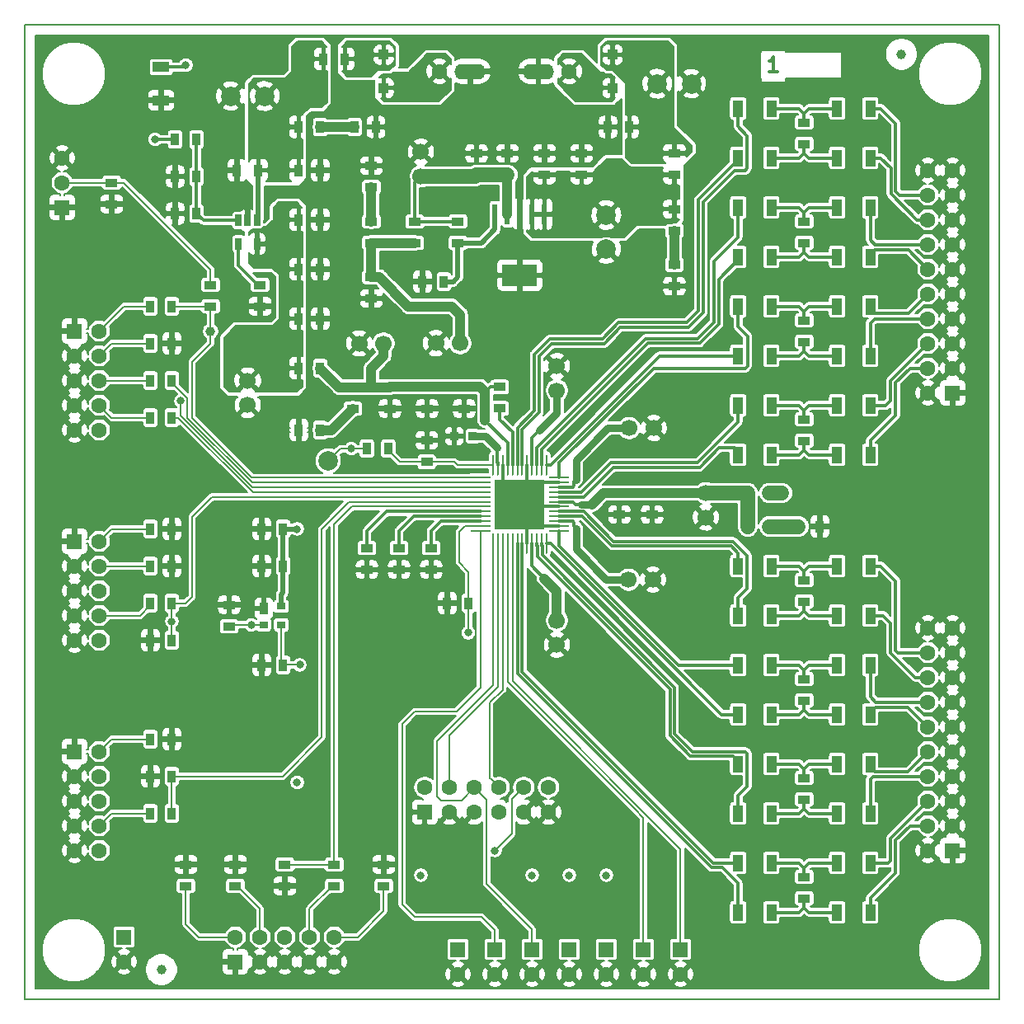
<source format=gtl>
G04 #@! TF.GenerationSoftware,KiCad,Pcbnew,(5.1.0)-1*
G04 #@! TF.CreationDate,2019-04-03T22:14:51+01:00*
G04 #@! TF.ProjectId,DAC-AK4458-1.0,4441432d-414b-4343-9435-382d312e302e,1.0*
G04 #@! TF.SameCoordinates,PX6422c40PY8f0d180*
G04 #@! TF.FileFunction,Copper,L1,Top*
G04 #@! TF.FilePolarity,Positive*
%FSLAX46Y46*%
G04 Gerber Fmt 4.6, Leading zero omitted, Abs format (unit mm)*
G04 Created by KiCad (PCBNEW (5.1.0)-1) date 2019-04-03 22:14:51*
%MOMM*%
%LPD*%
G04 APERTURE LIST*
%ADD10C,0.300000*%
%ADD11C,0.150000*%
%ADD12R,1.300000X0.900000*%
%ADD13R,3.600000X2.200000*%
%ADD14R,0.550000X2.150000*%
%ADD15R,0.900000X1.300000*%
%ADD16C,1.600000*%
%ADD17O,3.200000X1.600000*%
%ADD18R,1.000000X1.000000*%
%ADD19R,1.600000X1.600000*%
%ADD20R,1.100000X1.700000*%
%ADD21R,0.900000X0.900000*%
%ADD22C,2.000000*%
%ADD23C,1.700000*%
%ADD24C,1.000000*%
%ADD25R,1.700000X1.100000*%
%ADD26R,0.650000X1.200000*%
%ADD27O,2.200000X0.240000*%
%ADD28O,0.240000X2.200000*%
%ADD29R,5.100000X5.100000*%
%ADD30C,0.600000*%
%ADD31R,0.900000X1.200000*%
%ADD32R,0.900000X0.800000*%
%ADD33C,0.800000*%
%ADD34C,0.152400*%
%ADD35C,0.500000*%
%ADD36C,1.000000*%
%ADD37C,1.500000*%
%ADD38C,0.800000*%
%ADD39C,0.153000*%
%ADD40C,0.200000*%
G04 APERTURE END LIST*
D10*
X77263571Y95206429D02*
X76406428Y95206429D01*
X76835000Y95206429D02*
X76835000Y96706429D01*
X76692142Y96492143D01*
X76549285Y96349286D01*
X76406428Y96277858D01*
D11*
X100000000Y0D02*
X0Y0D01*
X100000000Y100000000D02*
X100000000Y0D01*
X0Y100000000D02*
X100000000Y100000000D01*
X0Y0D02*
X0Y100000000D01*
D12*
X57150000Y84625000D03*
X57150000Y86825000D03*
D13*
X50800000Y74320400D03*
D14*
X50800000Y80581500D03*
X48260000Y80581500D03*
X53340000Y80581500D03*
X52070000Y80581500D03*
X49530000Y80581500D03*
D15*
X15410000Y84455000D03*
X17610000Y84455000D03*
D12*
X24130000Y73320000D03*
X24130000Y71120000D03*
D16*
X42545000Y95250000D03*
D17*
X45720000Y95250000D03*
D18*
X36830000Y96950000D03*
X36830000Y93550000D03*
D15*
X15410000Y80645000D03*
X17610000Y80645000D03*
X17610000Y88265000D03*
X15410000Y88265000D03*
X37295000Y56515000D03*
X35095000Y56515000D03*
D19*
X10160000Y6350000D03*
D16*
X10160000Y3810000D03*
D19*
X44450000Y5080000D03*
D16*
X44450000Y2540000D03*
D19*
X48260000Y5080000D03*
D16*
X48260000Y2540000D03*
D19*
X52070000Y5080000D03*
D16*
X52070000Y2540000D03*
D19*
X55880000Y5080000D03*
D16*
X55880000Y2540000D03*
D19*
X59690000Y5080000D03*
D16*
X59690000Y2540000D03*
D19*
X63500000Y5080000D03*
D16*
X63500000Y2540000D03*
D19*
X67310000Y5080000D03*
D16*
X67310000Y2540000D03*
X53750000Y19190000D03*
X53750000Y21730000D03*
X51210000Y21730000D03*
X51210000Y19190000D03*
X48670000Y21730000D03*
X48670000Y19190000D03*
X46130000Y21730000D03*
X46130000Y19190000D03*
X43590000Y21730000D03*
X43590000Y19190000D03*
X41050000Y21730000D03*
D19*
X41050000Y19190000D03*
D16*
X3810000Y83820000D03*
D19*
X3810000Y81280000D03*
D16*
X3810000Y86360000D03*
X31750000Y6350000D03*
X31750000Y3810000D03*
X29210000Y6350000D03*
X29210000Y3810000D03*
X26670000Y6350000D03*
X26670000Y3810000D03*
X24130000Y6350000D03*
X24130000Y3810000D03*
X21590000Y6350000D03*
D19*
X21590000Y3810000D03*
D16*
X7620000Y58420000D03*
X5080000Y58420000D03*
X7620000Y60960000D03*
X5080000Y60960000D03*
X7620000Y63500000D03*
X5080000Y63500000D03*
X7620000Y66040000D03*
X5080000Y66040000D03*
X7620000Y68580000D03*
D19*
X5080000Y68580000D03*
D16*
X7620000Y36830000D03*
X5080000Y36830000D03*
X7620000Y39370000D03*
X5080000Y39370000D03*
X7620000Y41910000D03*
X5080000Y41910000D03*
X7620000Y44450000D03*
X5080000Y44450000D03*
X7620000Y46990000D03*
D19*
X5080000Y46990000D03*
D16*
X7620000Y15240000D03*
X5080000Y15240000D03*
X7620000Y17780000D03*
X5080000Y17780000D03*
X7620000Y20320000D03*
X5080000Y20320000D03*
X7620000Y22860000D03*
X5080000Y22860000D03*
X7620000Y25400000D03*
D19*
X5080000Y25400000D03*
D12*
X40005000Y79840000D03*
X40005000Y77640000D03*
X66675000Y86825000D03*
X66675000Y84625000D03*
X80010000Y90000000D03*
X80010000Y87800000D03*
D20*
X83390000Y91440000D03*
X86790000Y91440000D03*
X83390000Y86360000D03*
X86790000Y86360000D03*
X83390000Y81280000D03*
X86790000Y81280000D03*
X83390000Y76200000D03*
X86790000Y76200000D03*
X83390000Y71120000D03*
X86790000Y71120000D03*
X83390000Y66040000D03*
X86790000Y66040000D03*
X83390000Y60960000D03*
X86790000Y60960000D03*
X83390000Y55880000D03*
X86790000Y55880000D03*
X83390000Y44450000D03*
X86790000Y44450000D03*
X83390000Y39370000D03*
X86790000Y39370000D03*
X83390000Y34290000D03*
X86790000Y34290000D03*
X83390000Y29210000D03*
X86790000Y29210000D03*
X83390000Y24130000D03*
X86790000Y24130000D03*
X83390000Y19050000D03*
X86790000Y19050000D03*
X73230000Y91440000D03*
X76630000Y91440000D03*
X73230000Y86360000D03*
X76630000Y86360000D03*
X73230000Y81280000D03*
X76630000Y81280000D03*
X73230000Y76200000D03*
X76630000Y76200000D03*
X73230000Y71120000D03*
X76630000Y71120000D03*
X73230000Y66040000D03*
X76630000Y66040000D03*
X73230000Y60960000D03*
X76630000Y60960000D03*
X73230000Y55880000D03*
X76630000Y55880000D03*
X73230000Y44450000D03*
X76630000Y44450000D03*
X73230000Y39370000D03*
X76630000Y39370000D03*
X73230000Y34290000D03*
X76630000Y34290000D03*
X73230000Y29210000D03*
X76630000Y29210000D03*
X73230000Y24130000D03*
X76630000Y24130000D03*
X73230000Y19050000D03*
X76630000Y19050000D03*
D12*
X80010000Y79840000D03*
X80010000Y77640000D03*
X80010000Y69680000D03*
X80010000Y67480000D03*
X80010000Y59520000D03*
X80010000Y57320000D03*
X80010000Y43010000D03*
X80010000Y40810000D03*
X80010000Y32850000D03*
X80010000Y30650000D03*
X80010000Y22690000D03*
X80010000Y20490000D03*
D21*
X45974000Y57785000D03*
X44074000Y57785000D03*
D12*
X35560000Y74125000D03*
X35560000Y71925000D03*
X35560000Y77640000D03*
X35560000Y79840000D03*
D15*
X74211000Y48514000D03*
X76411000Y48514000D03*
D12*
X33655000Y62822000D03*
X33655000Y60622000D03*
D20*
X83390000Y13970000D03*
X86790000Y13970000D03*
X83390000Y8890000D03*
X86790000Y8890000D03*
X73230000Y13970000D03*
X76630000Y13970000D03*
X73230000Y8890000D03*
X76630000Y8890000D03*
D15*
X43010000Y73660000D03*
X40810000Y73660000D03*
D12*
X66675000Y75395000D03*
X66675000Y73195000D03*
D15*
X33825000Y89535000D03*
X36025000Y89535000D03*
X12870000Y19050000D03*
X15070000Y19050000D03*
D12*
X31750000Y11600000D03*
X31750000Y13800000D03*
D15*
X15070000Y67310000D03*
X12870000Y67310000D03*
X12870000Y59690000D03*
X15070000Y59690000D03*
X12870000Y63500000D03*
X15070000Y63500000D03*
X12870000Y71120000D03*
X15070000Y71120000D03*
X12870000Y40640000D03*
X15070000Y40640000D03*
D12*
X26670000Y13800000D03*
X26670000Y11600000D03*
D15*
X15070000Y22860000D03*
X12870000Y22860000D03*
D16*
X55880000Y95250000D03*
D17*
X52705000Y95250000D03*
D15*
X76411000Y51943000D03*
X74211000Y51943000D03*
X28110000Y64770000D03*
X30310000Y64770000D03*
X32850000Y96520000D03*
X30650000Y96520000D03*
D12*
X35560000Y83355000D03*
X35560000Y85555000D03*
X61023500Y51943000D03*
X61023500Y49743000D03*
D15*
X79418000Y48514000D03*
X81618000Y48514000D03*
D12*
X41275000Y62822000D03*
X41275000Y60622000D03*
X37465000Y62822000D03*
X37465000Y60622000D03*
D15*
X30310000Y58420000D03*
X28110000Y58420000D03*
D12*
X80010000Y12530000D03*
X80010000Y10330000D03*
X49530000Y84625000D03*
X49530000Y86825000D03*
X46355000Y84625000D03*
X46355000Y86825000D03*
D15*
X28110000Y80010000D03*
X30310000Y80010000D03*
X28110000Y74930000D03*
X30310000Y74930000D03*
X28110000Y69850000D03*
X30310000Y69850000D03*
X28110000Y85090000D03*
X30310000Y85090000D03*
X23960000Y85090000D03*
X21760000Y85090000D03*
D22*
X24610000Y92710000D03*
X21110000Y92710000D03*
D12*
X66675000Y81110000D03*
X66675000Y78910000D03*
D15*
X28110000Y89535000D03*
X30310000Y89535000D03*
X62060000Y89535000D03*
X59860000Y89535000D03*
D12*
X53340000Y84625000D03*
X53340000Y86825000D03*
D22*
X64925000Y93980000D03*
X68425000Y93980000D03*
X59690000Y80490000D03*
X59690000Y76990000D03*
D15*
X12870000Y48260000D03*
X15070000Y48260000D03*
X12870000Y44450000D03*
X15070000Y44450000D03*
D12*
X16510000Y11600000D03*
X16510000Y13800000D03*
X21590000Y11600000D03*
X21590000Y13800000D03*
D15*
X12870000Y26670000D03*
X15070000Y26670000D03*
D23*
X69913500Y51943000D03*
X69913500Y49443000D03*
X62039500Y58610500D03*
X64539500Y58610500D03*
X40640000Y84475000D03*
X40640000Y86975000D03*
X36810000Y67310000D03*
X34310000Y67310000D03*
X54610000Y62484000D03*
X54610000Y64984000D03*
X44684000Y67330000D03*
X42184000Y67330000D03*
D12*
X19050000Y73320000D03*
X19050000Y71120000D03*
X8890000Y81620000D03*
X8890000Y83820000D03*
D18*
X60325000Y96950000D03*
X60325000Y93550000D03*
D24*
X90000000Y97000000D03*
X14000000Y3000000D03*
D25*
X13970000Y95680000D03*
X13970000Y92280000D03*
D19*
X95250000Y62230000D03*
D16*
X92710000Y62230000D03*
X95250000Y64770000D03*
X92710000Y64770000D03*
X95250000Y67310000D03*
X92710000Y67310000D03*
X95250000Y69850000D03*
X92710000Y69850000D03*
X95250000Y72390000D03*
X92710000Y72390000D03*
X95250000Y74930000D03*
X92710000Y74930000D03*
X95250000Y77470000D03*
X92710000Y77470000D03*
X95250000Y80010000D03*
X92710000Y80010000D03*
X95250000Y82550000D03*
X92710000Y82550000D03*
X95250000Y85090000D03*
X92710000Y85090000D03*
D19*
X95250000Y15240000D03*
D16*
X92710000Y15240000D03*
X95250000Y17780000D03*
X92710000Y17780000D03*
X95250000Y20320000D03*
X92710000Y20320000D03*
X95250000Y22860000D03*
X92710000Y22860000D03*
X95250000Y25400000D03*
X92710000Y25400000D03*
X95250000Y27940000D03*
X92710000Y27940000D03*
X95250000Y30480000D03*
X92710000Y30480000D03*
X95250000Y33020000D03*
X92710000Y33020000D03*
X95250000Y35560000D03*
X92710000Y35560000D03*
X95250000Y38100000D03*
X92710000Y38100000D03*
D15*
X26500000Y48260000D03*
X24300000Y48260000D03*
X26500000Y44450000D03*
X24300000Y44450000D03*
X26500000Y34290000D03*
X24300000Y34290000D03*
D12*
X20955000Y38270000D03*
X20955000Y40470000D03*
D22*
X31115000Y55245000D03*
D26*
X23810000Y79940000D03*
X22860000Y79940000D03*
X21910000Y79940000D03*
X21910000Y77540000D03*
X23810000Y77540000D03*
D12*
X44450000Y79840000D03*
X44450000Y77640000D03*
X36830000Y13800000D03*
X36830000Y11600000D03*
D24*
X19050000Y68580000D03*
D23*
X61976000Y43053000D03*
X64476000Y43053000D03*
X54610000Y38862000D03*
X54610000Y36362000D03*
D12*
X45085000Y62822000D03*
X45085000Y60622000D03*
X64389000Y51943000D03*
X64389000Y49743000D03*
X35100000Y46300000D03*
X35100000Y44100000D03*
X38400000Y46300000D03*
X38400000Y44100000D03*
X41700000Y46300000D03*
X41700000Y44100000D03*
D27*
X46750000Y53550000D03*
X46750000Y53050000D03*
X46750000Y52550000D03*
X46750000Y52050000D03*
X46750000Y51550000D03*
X46750000Y51050000D03*
X46750000Y50550000D03*
X46750000Y50050000D03*
X46750000Y49550000D03*
X46750000Y49050000D03*
X46750000Y48550000D03*
X46750000Y48050000D03*
D28*
X48050000Y46750000D03*
X48550000Y46750000D03*
X49050000Y46750000D03*
X49550000Y46750000D03*
X50050000Y46750000D03*
X50550000Y46750000D03*
X51050000Y46750000D03*
X51550000Y46750000D03*
X52050000Y46750000D03*
X52550000Y46750000D03*
X53050000Y46750000D03*
X53550000Y46750000D03*
D27*
X54850000Y48050000D03*
X54850000Y48550000D03*
X54850000Y49050000D03*
X54850000Y49550000D03*
X54850000Y50050000D03*
X54850000Y50550000D03*
X54850000Y51050000D03*
X54850000Y51550000D03*
X54850000Y52050000D03*
X54850000Y52550000D03*
X54850000Y53050000D03*
X54850000Y53550000D03*
D28*
X53550000Y54850000D03*
X53050000Y54850000D03*
X52550000Y54850000D03*
X52050000Y54850000D03*
X51550000Y54850000D03*
X51050000Y54850000D03*
X50550000Y54850000D03*
X50050000Y54850000D03*
X49550000Y54850000D03*
X49050000Y54850000D03*
X48550000Y54850000D03*
X48050000Y54850000D03*
D29*
X50800000Y50800000D03*
D30*
X48800000Y52800000D03*
X52800000Y52800000D03*
X52800000Y48800000D03*
X48800000Y48800000D03*
D31*
X24500000Y40120000D03*
D32*
X24500000Y38420000D03*
X26300000Y38420000D03*
X26300000Y40320000D03*
D12*
X41250000Y55150000D03*
X41250000Y57350000D03*
D15*
X45550000Y40640000D03*
X43350000Y40640000D03*
X15070000Y36830000D03*
X12870000Y36830000D03*
D12*
X48750000Y60650000D03*
X48750000Y62850000D03*
D23*
X22860000Y63480000D03*
X22860000Y60980000D03*
D33*
X50250000Y59750000D03*
X69000000Y7000000D03*
X65400000Y9250000D03*
X33119255Y44102104D03*
X81600000Y46400000D03*
X83300000Y48500000D03*
X45100000Y59300000D03*
X38400000Y42600000D03*
X41700000Y42700000D03*
X35100000Y42700000D03*
X37500000Y59200000D03*
X71374000Y78740000D03*
X71247000Y54165500D03*
X59944000Y65595500D03*
X76644500Y88900000D03*
X76644500Y78740000D03*
X76644500Y68516500D03*
X76644500Y58356500D03*
X76581000Y41846500D03*
X76581000Y31686500D03*
X76581000Y21590000D03*
X76581000Y11366500D03*
X98234500Y7874000D03*
X97853500Y91313000D03*
X89598500Y54673500D03*
X83820000Y51689000D03*
X89535000Y47625000D03*
X97472500Y55118000D03*
X97472500Y45656500D03*
X83375500Y11430000D03*
X83375500Y21590000D03*
X83375500Y31750000D03*
X83375500Y42037000D03*
X83375500Y58483500D03*
X83375500Y68580000D03*
X83375500Y78740000D03*
X83375500Y88900000D03*
X89916000Y93091000D03*
X87249000Y97345500D03*
X80137000Y83693000D03*
X80137000Y73533000D03*
X80137000Y63309500D03*
X77660500Y46418500D03*
X78803500Y16510000D03*
X78803500Y26670000D03*
X78803500Y36830000D03*
X71183500Y44894500D03*
X67691000Y35877500D03*
X70675500Y32385000D03*
X69278500Y28257500D03*
X70802500Y22987000D03*
X64389000Y31242000D03*
X60325000Y35242500D03*
X59055000Y27940000D03*
X41275000Y59182000D03*
X22860000Y81280000D03*
X22860000Y82550000D03*
X26416000Y27432000D03*
X19685000Y76200000D03*
X39370000Y73660000D03*
X31750000Y85090000D03*
X31750000Y80010000D03*
X31750000Y74930000D03*
X31750000Y69850000D03*
X20320000Y85090000D03*
X13970000Y84455000D03*
X13970000Y81915000D03*
X42900000Y57800000D03*
X39700000Y57400000D03*
X26700000Y58400000D03*
X21000000Y41900000D03*
X15100000Y28300000D03*
X12900000Y21000000D03*
X15100000Y17100000D03*
X25000000Y11600000D03*
X25000000Y13900000D03*
X33400000Y13900000D03*
X38700000Y7700000D03*
X15100000Y24600000D03*
X15100000Y35100000D03*
X12800000Y35100000D03*
X15100000Y46300000D03*
X15100000Y58000000D03*
X15000000Y65200000D03*
X15100000Y69200000D03*
X22400000Y71100000D03*
X33800000Y71900000D03*
X35600000Y87300000D03*
X37800000Y89500000D03*
X49500000Y88600000D03*
X46400000Y88600000D03*
X53400000Y88600000D03*
X57100000Y88600000D03*
X12000000Y92300000D03*
X52400000Y76400000D03*
X50800000Y78500000D03*
X50800000Y82500000D03*
X24500000Y41800000D03*
X23200000Y40100000D03*
X16500000Y15300000D03*
X19800000Y13800000D03*
X23000000Y44500000D03*
X24300000Y46300000D03*
X68200000Y73200000D03*
X65100000Y73200000D03*
X48000000Y75400000D03*
X48000000Y73200000D03*
X50800000Y76400000D03*
X49000000Y76400000D03*
X48000000Y74300000D03*
X53600000Y74300000D03*
X53600000Y75400000D03*
X53600000Y73200000D03*
X22700000Y34300000D03*
X41800000Y40700000D03*
X61000000Y48400000D03*
X64400000Y48400000D03*
X65700000Y39500000D03*
X52200000Y34900000D03*
X58100000Y34900000D03*
X43100000Y88750000D03*
X69350000Y90200000D03*
X69400000Y97100000D03*
X20500000Y88700000D03*
X55300000Y76200000D03*
X56400000Y58500000D03*
X65700000Y62200000D03*
X65600000Y53500000D03*
X65600000Y56400000D03*
X58400000Y55000000D03*
X52000000Y67900000D03*
X57000000Y73200000D03*
X61600000Y73200000D03*
X34100000Y23300000D03*
X34100000Y27500000D03*
X34100000Y35100000D03*
X34100000Y39900000D03*
X39000000Y35200000D03*
X40300000Y27600000D03*
X48700000Y27600000D03*
X62000000Y24500000D03*
X68700000Y17800000D03*
X65200000Y16000000D03*
X61600000Y18600000D03*
X90800000Y1600000D03*
X84200000Y1600000D03*
X1700000Y77700000D03*
X1700000Y89800000D03*
X22600000Y98300000D03*
X10000000Y98300000D03*
X73300000Y98300000D03*
X83500000Y98400000D03*
X40800000Y69700000D03*
X27940000Y48260000D03*
X40640000Y12700000D03*
X52070000Y12700000D03*
X55880000Y12700000D03*
X59690000Y12700000D03*
X27940000Y22225000D03*
X26670000Y74930000D03*
X26670000Y69850000D03*
X26670000Y64770000D03*
X26670000Y66675000D03*
X26670000Y72390000D03*
X26670000Y78740000D03*
X13335000Y88265000D03*
X77724000Y51943000D03*
X15070000Y38770000D03*
X16000000Y61400000D03*
X48260000Y15240000D03*
X34720000Y96950000D03*
X45500000Y37600000D03*
X28200000Y34300000D03*
X16510000Y95885000D03*
X23220000Y38420000D03*
X33500000Y56500000D03*
D10*
X33121359Y44100000D02*
X33119255Y44102104D01*
X35100000Y44100000D02*
X33121359Y44100000D01*
X81618000Y48514000D02*
X81618000Y46418000D01*
X81618000Y46418000D02*
X81600000Y46400000D01*
X81618000Y48514000D02*
X83286000Y48514000D01*
X83286000Y48514000D02*
X83300000Y48500000D01*
X45085000Y59315000D02*
X45100000Y59300000D01*
X38400000Y44100000D02*
X38400000Y42600000D01*
X41700000Y44100000D02*
X41700000Y42700000D01*
X35100000Y44100000D02*
X35100000Y42700000D01*
X37465000Y59235000D02*
X37500000Y59200000D01*
X95250000Y15240000D02*
X95250000Y10858500D01*
X95250000Y10858500D02*
X98234500Y7874000D01*
X95250000Y85090000D02*
X97853500Y87693500D01*
X97853500Y87693500D02*
X97853500Y91313000D01*
X95250000Y56451500D02*
X96583500Y55118000D01*
X96583500Y55118000D02*
X97472500Y55118000D01*
X95250000Y62230000D02*
X95250000Y56451500D01*
X89535000Y47625000D02*
X85471000Y51689000D01*
X85471000Y51689000D02*
X83820000Y51689000D01*
X97472500Y45656500D02*
X97472500Y55118000D01*
X70739000Y22923500D02*
X70802500Y22987000D01*
X60325000Y35242500D02*
X64325500Y31242000D01*
X64325500Y31242000D02*
X64389000Y31242000D01*
X59817000Y27940000D02*
X59055000Y27940000D01*
X51550000Y46750000D02*
X51550000Y48878309D01*
X51550000Y48878309D02*
X50800000Y49628309D01*
X50800000Y49628309D02*
X50800000Y50800000D01*
X54850000Y48550000D02*
X53050000Y48550000D01*
X53050000Y48550000D02*
X50800000Y50800000D01*
X54850000Y50550000D02*
X51050000Y50550000D01*
X51050000Y50550000D02*
X50800000Y50800000D01*
X51550000Y54850000D02*
X51550000Y53092533D01*
X51550000Y53092533D02*
X50800000Y52342533D01*
X50800000Y52342533D02*
X50800000Y50800000D01*
X54850000Y53050000D02*
X53050000Y53050000D01*
X53050000Y53050000D02*
X50800000Y50800000D01*
X49050000Y54850000D02*
X49050000Y53050000D01*
X49050000Y53050000D02*
X48800000Y52800000D01*
X22860000Y79940000D02*
X22860000Y81280000D01*
X22860000Y81280000D02*
X22860000Y82550000D01*
X83390000Y13970000D02*
X80518000Y13970000D01*
X80518000Y13970000D02*
X80010000Y13462000D01*
X79502000Y13970000D02*
X80010000Y13462000D01*
X80010000Y13462000D02*
X80010000Y12530000D01*
X76630000Y13970000D02*
X79502000Y13970000D01*
D34*
X10160000Y71120000D02*
X7620000Y68580000D01*
X12870000Y71120000D02*
X10160000Y71120000D01*
X8890000Y67310000D02*
X7620000Y66040000D01*
X12870000Y67310000D02*
X8890000Y67310000D01*
X12870000Y63500000D02*
X7620000Y63500000D01*
X8890000Y59690000D02*
X7620000Y60960000D01*
X12870000Y59690000D02*
X8890000Y59690000D01*
X8890000Y19050000D02*
X7620000Y17780000D01*
X12870000Y19050000D02*
X8890000Y19050000D01*
D10*
X51050000Y46750000D02*
X51050000Y33600000D01*
X71700000Y13970000D02*
X73230000Y13970000D01*
X51050000Y33600000D02*
X70680000Y13970000D01*
X70680000Y13970000D02*
X71700000Y13970000D01*
X52550000Y46750000D02*
X52569991Y46730009D01*
X52569991Y46730009D02*
X52569991Y46551173D01*
X52569991Y46551173D02*
X52589980Y46531184D01*
X52589980Y46531184D02*
X52589981Y46352347D01*
X52589981Y46352347D02*
X52599990Y46342338D01*
X52599990Y46342338D02*
X52599990Y45583600D01*
X52599990Y45583600D02*
X52619980Y45563610D01*
X73230000Y24382841D02*
X73230000Y24130000D01*
X52619980Y45563610D02*
X52619981Y45384773D01*
X52619981Y45384773D02*
X66219967Y31784787D01*
X66219967Y31784787D02*
X66219967Y27017678D01*
X66219967Y27017678D02*
X68320080Y24917565D01*
X68320080Y24917565D02*
X72695276Y24917565D01*
X72695276Y24917565D02*
X73230000Y24382841D01*
X54850000Y48050000D02*
X54850000Y46554405D01*
X54850000Y46554405D02*
X67114405Y34290000D01*
X67114405Y34290000D02*
X73230000Y34290000D01*
X54850000Y49550000D02*
X57213162Y49550000D01*
X57213162Y49550000D02*
X60253173Y46509989D01*
X60253173Y46509989D02*
X72477920Y46509989D01*
X72477920Y46509989D02*
X73230000Y45757909D01*
X73230000Y45757909D02*
X73230000Y44450000D01*
X69074750Y55090011D02*
X73230000Y59245261D01*
X60189673Y55090011D02*
X69074750Y55090011D01*
X73230000Y59810000D02*
X73230000Y60960000D01*
X57149662Y52050000D02*
X60189673Y55090011D01*
X73230000Y59245261D02*
X73230000Y59810000D01*
X54850000Y52050000D02*
X57149662Y52050000D01*
X73230000Y60660000D02*
X73230000Y60960000D01*
X73230000Y71120000D02*
X73230000Y69010000D01*
X73230000Y69010000D02*
X74178249Y68061751D01*
X74178249Y68061751D02*
X74178249Y64994247D01*
X74178249Y64994247D02*
X73954002Y64770000D01*
X73954002Y64770000D02*
X64570159Y64770000D01*
X64570159Y64770000D02*
X54850000Y55049841D01*
X54850000Y55049841D02*
X54850000Y53550000D01*
X52550000Y54850000D02*
X52550000Y56628838D01*
X73230000Y80130000D02*
X73230000Y81280000D01*
X73230000Y78232000D02*
X73230000Y80130000D01*
X70766477Y75768477D02*
X73230000Y78232000D01*
X70766477Y69496477D02*
X70766477Y75768477D01*
X69088000Y67818000D02*
X70766477Y69496477D01*
X52550000Y56628838D02*
X63739162Y67818000D01*
X63739162Y67818000D02*
X69088000Y67818000D01*
X73230000Y90290000D02*
X73230000Y91440000D01*
X74168000Y88646000D02*
X73230000Y89584000D01*
X73230000Y89584000D02*
X73230000Y90290000D01*
X69615153Y81857344D02*
X72847809Y85090000D01*
X69615153Y70455945D02*
X69615153Y81857344D01*
X68120208Y68961000D02*
X69615153Y70455945D01*
X72847809Y85090000D02*
X73954002Y85090000D01*
X61130838Y68961000D02*
X68120208Y68961000D01*
X52780011Y65988423D02*
X54098827Y67307239D01*
X59477077Y67307239D02*
X61130838Y68961000D01*
X54098827Y67307239D02*
X59477077Y67307239D01*
X73954002Y85090000D02*
X74168000Y85303998D01*
X74168000Y85303998D02*
X74168000Y88646000D01*
X51050000Y58471162D02*
X52780011Y60201173D01*
X52780011Y60201173D02*
X52780011Y65988423D01*
X51050000Y54850000D02*
X51050000Y58471162D01*
X80010000Y9398000D02*
X80518000Y8890000D01*
X80518000Y8890000D02*
X83390000Y8890000D01*
X79502000Y8890000D02*
X80010000Y9398000D01*
X80010000Y9398000D02*
X80010000Y10330000D01*
X76630000Y8890000D02*
X79502000Y8890000D01*
X83390000Y60960000D02*
X80518000Y60960000D01*
X80518000Y60960000D02*
X80010000Y60452000D01*
X79502000Y60960000D02*
X80010000Y60452000D01*
X80010000Y60452000D02*
X80010000Y59520000D01*
X76630000Y60960000D02*
X79502000Y60960000D01*
X83390000Y55880000D02*
X80518000Y55880000D01*
X80518000Y55880000D02*
X80010000Y56388000D01*
X79502000Y55880000D02*
X80010000Y56388000D01*
X80010000Y56388000D02*
X80010000Y57320000D01*
X76630000Y55880000D02*
X79502000Y55880000D01*
X83390000Y24130000D02*
X80518000Y24130000D01*
X80518000Y24130000D02*
X80010000Y23622000D01*
X79502000Y24130000D02*
X80010000Y23622000D01*
X80010000Y23622000D02*
X80010000Y22690000D01*
X76630000Y24130000D02*
X79502000Y24130000D01*
X83390000Y19050000D02*
X80518000Y19050000D01*
X80518000Y19050000D02*
X80010000Y19558000D01*
X79502000Y19050000D02*
X80010000Y19558000D01*
X80010000Y19558000D02*
X80010000Y20490000D01*
X76630000Y19050000D02*
X79502000Y19050000D01*
X83390000Y71120000D02*
X80518000Y71120000D01*
X80518000Y71120000D02*
X80010000Y70612000D01*
X79502000Y71120000D02*
X80010000Y70612000D01*
X80010000Y70612000D02*
X80010000Y69680000D01*
X76630000Y71120000D02*
X79502000Y71120000D01*
X83390000Y66040000D02*
X80518000Y66040000D01*
X80518000Y66040000D02*
X80010000Y66548000D01*
X79502000Y66040000D02*
X80010000Y66548000D01*
X80010000Y66548000D02*
X80010000Y67480000D01*
X76630000Y66040000D02*
X79502000Y66040000D01*
X83390000Y34290000D02*
X80518000Y34290000D01*
X80518000Y34290000D02*
X80010000Y33782000D01*
X79502000Y34290000D02*
X80010000Y33782000D01*
X80010000Y33782000D02*
X80010000Y32850000D01*
X76630000Y34290000D02*
X79502000Y34290000D01*
X83390000Y29210000D02*
X80518000Y29210000D01*
X80518000Y29210000D02*
X80010000Y29718000D01*
X79502000Y29210000D02*
X80010000Y29718000D01*
X80010000Y29718000D02*
X80010000Y30650000D01*
X76630000Y29210000D02*
X79502000Y29210000D01*
X83390000Y81280000D02*
X80518000Y81280000D01*
X80518000Y81280000D02*
X80010000Y80772000D01*
X79502000Y81280000D02*
X80010000Y80772000D01*
X80010000Y80772000D02*
X80010000Y79840000D01*
X76630000Y81280000D02*
X79502000Y81280000D01*
X83390000Y76200000D02*
X80518000Y76200000D01*
X80518000Y76200000D02*
X80010000Y76708000D01*
X79502000Y76200000D02*
X80010000Y76708000D01*
X80010000Y76708000D02*
X80010000Y77640000D01*
X76630000Y76200000D02*
X79502000Y76200000D01*
X83390000Y44450000D02*
X80518000Y44450000D01*
X80518000Y44450000D02*
X80010000Y43942000D01*
X79502000Y44450000D02*
X80010000Y43942000D01*
X80010000Y43942000D02*
X80010000Y43010000D01*
X76630000Y44450000D02*
X79502000Y44450000D01*
X83390000Y39370000D02*
X80518000Y39370000D01*
X80518000Y39370000D02*
X80010000Y39878000D01*
X79502000Y39370000D02*
X80010000Y39878000D01*
X80010000Y39878000D02*
X80010000Y40810000D01*
X76630000Y39370000D02*
X79502000Y39370000D01*
X83390000Y91440000D02*
X80518000Y91440000D01*
X80518000Y91440000D02*
X80010000Y90932000D01*
X79502000Y91440000D02*
X80010000Y90932000D01*
X80010000Y90932000D02*
X80010000Y90000000D01*
X76630000Y91440000D02*
X79502000Y91440000D01*
X83390000Y86360000D02*
X80518000Y86360000D01*
X80518000Y86360000D02*
X80010000Y86868000D01*
X79502000Y86360000D02*
X80010000Y86868000D01*
X80010000Y86868000D02*
X80010000Y87800000D01*
X76630000Y86360000D02*
X79502000Y86360000D01*
X92710000Y17780000D02*
X90866870Y17780000D01*
X90866870Y17780000D02*
X89386281Y16299411D01*
X89386281Y16299411D02*
X89386281Y12932281D01*
X89386281Y12932281D02*
X86790000Y10336000D01*
X86790000Y10336000D02*
X86790000Y8890000D01*
X88900000Y16510000D02*
X92710000Y20320000D01*
X88900000Y14224000D02*
X88900000Y16510000D01*
X88646000Y13970000D02*
X88900000Y14224000D01*
X86790000Y13970000D02*
X88646000Y13970000D01*
X86790000Y22528000D02*
X87122000Y22860000D01*
X87122000Y22860000D02*
X92710000Y22860000D01*
X86790000Y19050000D02*
X86790000Y22528000D01*
X86790000Y24130000D02*
X86790000Y23831613D01*
X86790000Y23831613D02*
X87280155Y23341458D01*
X87280155Y23341458D02*
X90651458Y23341458D01*
X90651458Y23341458D02*
X92710000Y25400000D01*
X87376000Y29972000D02*
X90678000Y29972000D01*
X90678000Y29972000D02*
X92710000Y27940000D01*
X86790000Y29210000D02*
X86790000Y29386000D01*
X86790000Y29386000D02*
X87376000Y29972000D01*
X86790000Y31066000D02*
X87376000Y30480000D01*
X87376000Y30480000D02*
X92710000Y30480000D01*
X86790000Y34290000D02*
X86790000Y31066000D01*
X88900000Y38608000D02*
X88138000Y39370000D01*
X88138000Y39370000D02*
X86790000Y39370000D01*
X88900000Y35560000D02*
X88900000Y38608000D01*
X91440000Y33020000D02*
X88900000Y35560000D01*
X92710000Y33020000D02*
X91440000Y33020000D01*
X89408000Y35814000D02*
X89662000Y35560000D01*
X89662000Y35560000D02*
X92710000Y35560000D01*
X89408000Y42926000D02*
X89408000Y35814000D01*
X87884000Y44450000D02*
X89408000Y42926000D01*
X86790000Y44450000D02*
X87884000Y44450000D01*
X92710000Y64770000D02*
X90863697Y64770000D01*
X90863697Y64770000D02*
X89408000Y63314303D01*
X89408000Y63314303D02*
X89408000Y59944000D01*
X89408000Y59944000D02*
X86790000Y57326000D01*
X86790000Y57326000D02*
X86790000Y57030000D01*
X86790000Y57030000D02*
X86790000Y55880000D01*
X92710000Y67310000D02*
X88900000Y63500000D01*
X88900000Y61468000D02*
X88392000Y60960000D01*
X88900000Y63500000D02*
X88900000Y61468000D01*
X88392000Y60960000D02*
X86790000Y60960000D01*
X92710000Y69850000D02*
X87234365Y69850000D01*
X87234365Y69850000D02*
X86790000Y69405635D01*
X86790000Y69405635D02*
X86790000Y66040000D01*
X92710000Y72390000D02*
X90687279Y70367279D01*
X90687279Y70367279D02*
X87260091Y70367279D01*
X87260091Y70367279D02*
X86790000Y70837370D01*
X86790000Y70837370D02*
X86790000Y71120000D01*
X92710000Y74930000D02*
X90697273Y76942727D01*
X90697273Y76942727D02*
X87268006Y76942727D01*
X87268006Y76942727D02*
X86790000Y76464721D01*
X86790000Y76464721D02*
X86790000Y76200000D01*
X92710000Y77470000D02*
X87257863Y77470000D01*
X87257863Y77470000D02*
X86790000Y77937863D01*
X86790000Y77937863D02*
X86790000Y81280000D01*
X92710000Y80010000D02*
X91578630Y80010000D01*
X91578630Y80010000D02*
X88910171Y82678459D01*
X88910171Y82678459D02*
X88910171Y85333829D01*
X88910171Y85333829D02*
X87884000Y86360000D01*
X87884000Y86360000D02*
X86790000Y86360000D01*
X92710000Y82550000D02*
X89801516Y82550000D01*
X89801516Y82550000D02*
X89408000Y82943516D01*
X89408000Y82943516D02*
X89408000Y89916000D01*
X89408000Y89916000D02*
X87884000Y91440000D01*
X87884000Y91440000D02*
X86790000Y91440000D01*
D34*
X3810000Y83820000D02*
X8890000Y83820000D01*
X19050000Y74930000D02*
X19050000Y73320000D01*
X8890000Y83820000D02*
X10160000Y83820000D01*
X10160000Y83820000D02*
X19050000Y74930000D01*
X8890000Y26670000D02*
X7620000Y25400000D01*
X12870000Y26670000D02*
X8890000Y26670000D01*
X8890000Y48260000D02*
X7620000Y46990000D01*
X12870000Y48260000D02*
X8890000Y48260000D01*
X16510000Y11600000D02*
X16510000Y7690000D01*
X17850000Y6350000D02*
X16510000Y7690000D01*
X21590000Y6350000D02*
X17850000Y6350000D01*
X31750000Y6350000D02*
X34150000Y6350000D01*
X36830000Y9030000D02*
X36830000Y11600000D01*
X34150000Y6350000D02*
X36830000Y9030000D01*
D35*
X26300000Y40320000D02*
X26300000Y41540000D01*
X26500000Y41740000D02*
X26500000Y44450000D01*
X26300000Y41540000D02*
X26500000Y41740000D01*
X26500000Y48260000D02*
X26500000Y44450000D01*
X26500000Y48260000D02*
X27940000Y48260000D01*
D36*
X49530000Y80581500D02*
X49530000Y84625000D01*
D10*
X40005000Y79840000D02*
X44450000Y79840000D01*
X40005000Y83840000D02*
X40640000Y84475000D01*
X40005000Y79840000D02*
X40005000Y83840000D01*
D37*
X49530000Y84625000D02*
X46355000Y84625000D01*
X46205000Y84475000D02*
X46355000Y84625000D01*
X40640000Y84475000D02*
X46205000Y84475000D01*
D10*
X13335000Y88265000D02*
X15410000Y88265000D01*
D37*
X76411000Y51943000D02*
X77724000Y51943000D01*
D34*
X41250000Y55150000D02*
X44100500Y55150000D01*
X44400500Y54850000D02*
X48050000Y54850000D01*
X44100500Y55150000D02*
X44400500Y54850000D01*
X37295000Y56315000D02*
X37295000Y56515000D01*
X41250000Y55150000D02*
X38460000Y55150000D01*
X38460000Y55150000D02*
X37295000Y56315000D01*
X46130000Y21730000D02*
X47400000Y20460000D01*
X47400000Y20460000D02*
X47400000Y11800000D01*
X52070000Y7130000D02*
X52070000Y5080000D01*
X47400000Y11800000D02*
X52070000Y7130000D01*
X48050000Y46750000D02*
X48050000Y32250000D01*
X48050000Y32250000D02*
X42300000Y26500000D01*
X42300000Y26500000D02*
X42300000Y20800000D01*
X42300000Y20800000D02*
X42700000Y20400000D01*
X44800000Y20400000D02*
X46130000Y21730000D01*
X42700000Y20400000D02*
X44800000Y20400000D01*
X48550000Y46750000D02*
X48550000Y32050000D01*
X43590000Y27090000D02*
X43590000Y21730000D01*
X48550000Y32050000D02*
X43590000Y27090000D01*
D10*
X48670000Y21575162D02*
X48670000Y21730000D01*
D34*
X47870001Y22529999D02*
X48670000Y21730000D01*
X47723799Y22676201D02*
X47870001Y22529999D01*
X47723799Y30423799D02*
X47723799Y22676201D01*
X49050000Y46750000D02*
X49050000Y31750000D01*
X49050000Y31750000D02*
X47723799Y30423799D01*
X15070000Y71120000D02*
X19050000Y71120000D01*
X19050000Y71120000D02*
X19050000Y68580000D01*
X19050000Y67310000D02*
X19050000Y68580000D01*
X17145000Y65405000D02*
X19050000Y67310000D01*
X17145000Y59690000D02*
X17145000Y65405000D01*
X46750000Y53550000D02*
X23285000Y53550000D01*
X23285000Y53550000D02*
X17145000Y59690000D01*
X27420000Y51550000D02*
X46750000Y51550000D01*
X15070000Y40640000D02*
X16510000Y40640000D01*
X17145000Y41275000D02*
X17145000Y49530000D01*
X16510000Y40640000D02*
X17145000Y41275000D01*
X19165000Y51550000D02*
X27420000Y51550000D01*
X17145000Y49530000D02*
X19165000Y51550000D01*
X15070000Y40640000D02*
X15070000Y38770000D01*
X15070000Y38770000D02*
X15070000Y36830000D01*
X15070000Y19852400D02*
X15070000Y22860000D01*
X15070000Y19050000D02*
X15070000Y19852400D01*
X26460000Y22860000D02*
X15070000Y22860000D01*
X30480000Y26880000D02*
X26460000Y22860000D01*
X30480000Y48260000D02*
X30480000Y26880000D01*
X46750000Y51050000D02*
X33270000Y51050000D01*
X33270000Y51050000D02*
X30480000Y48260000D01*
X26670000Y13800000D02*
X31750000Y13800000D01*
X31750000Y48750000D02*
X31750000Y13800000D01*
X46750000Y50550000D02*
X33550000Y50550000D01*
X33550000Y50550000D02*
X31750000Y48750000D01*
X46750000Y52550000D02*
X23344800Y52550000D01*
X23344800Y52550000D02*
X16000000Y59894800D01*
X16000000Y60834315D02*
X16000000Y61400000D01*
X16000000Y59894800D02*
X16000000Y60834315D01*
X16674900Y59690000D02*
X16674900Y61695100D01*
X15070000Y63300000D02*
X15070000Y63500000D01*
X23314900Y53050000D02*
X16674900Y59690000D01*
X16674900Y61695100D02*
X15070000Y63300000D01*
X46750000Y53050000D02*
X23314900Y53050000D01*
X46750000Y52050000D02*
X23374700Y52050000D01*
X15672400Y59690000D02*
X15070000Y59690000D01*
X15734700Y59690000D02*
X15672400Y59690000D01*
X23374700Y52050000D02*
X15734700Y59690000D01*
X50410001Y20930001D02*
X51210000Y21730000D01*
X50000000Y20520000D02*
X50410001Y20930001D01*
X48260000Y15240000D02*
X50000000Y16980000D01*
X50000000Y16980000D02*
X50000000Y20520000D01*
D36*
X45085000Y62865000D02*
X46735000Y62865000D01*
X46735000Y62865000D02*
X47244000Y62356000D01*
X47244000Y62356000D02*
X47244000Y59436000D01*
X41275000Y62865000D02*
X45085000Y62865000D01*
X37465000Y62865000D02*
X41275000Y62865000D01*
D10*
X49550000Y57130000D02*
X47244000Y59436000D01*
X49550000Y54850000D02*
X49550000Y57130000D01*
X47306000Y62356000D02*
X47244000Y62356000D01*
X48750000Y62850000D02*
X47800000Y62850000D01*
X47800000Y62850000D02*
X47306000Y62356000D01*
D36*
X32258000Y62822000D02*
X30310000Y64770000D01*
X33655000Y62822000D02*
X32258000Y62822000D01*
X35560000Y62865000D02*
X35517000Y62822000D01*
X37465000Y62822000D02*
X35517000Y62822000D01*
X35517000Y62822000D02*
X33655000Y62822000D01*
X36810000Y66020000D02*
X36810000Y67310000D01*
X35560000Y64770000D02*
X36810000Y66020000D01*
X35560000Y64770000D02*
X35560000Y62865000D01*
D10*
X54850000Y52550000D02*
X56250000Y52550000D01*
X56250000Y52550000D02*
X56378843Y52678843D01*
X56378843Y52678843D02*
X56378843Y53140343D01*
X56378843Y53140343D02*
X56578500Y53340000D01*
X54850000Y49050000D02*
X56250000Y49050000D01*
X56250000Y49050000D02*
X56384287Y48915713D01*
X56384287Y48915713D02*
X56384287Y48517713D01*
X56384287Y48517713D02*
X56578500Y48323500D01*
D38*
X59690000Y43053000D02*
X56578500Y46164500D01*
X56578500Y46164500D02*
X56578500Y48323500D01*
X61976000Y43053000D02*
X59690000Y43053000D01*
X56578500Y55372000D02*
X59817000Y58610500D01*
X59817000Y58610500D02*
X62039500Y58610500D01*
X56578500Y53340000D02*
X56578500Y55372000D01*
X52832000Y58420000D02*
X54610000Y60198000D01*
X54610000Y60198000D02*
X54610000Y62484000D01*
D10*
X52050000Y57638000D02*
X52832000Y58420000D01*
X52050000Y57384000D02*
X52050000Y57638000D01*
D36*
X53340000Y43180000D02*
X54610000Y41910000D01*
X54610000Y41910000D02*
X54610000Y38862000D01*
D10*
X52050000Y44470000D02*
X53340000Y43180000D01*
X52050000Y46750000D02*
X52050000Y44470000D01*
X52050000Y54850000D02*
X52050000Y57384000D01*
D36*
X35560000Y77640000D02*
X35560000Y74125000D01*
X35560000Y77640000D02*
X40005000Y77640000D01*
X36365000Y74125000D02*
X35560000Y74125000D01*
X39370000Y71120000D02*
X36365000Y74125000D01*
X43815000Y71120000D02*
X39370000Y71120000D01*
X44684000Y67330000D02*
X44684000Y70251000D01*
X44684000Y70251000D02*
X43815000Y71120000D01*
D37*
X74211000Y51943000D02*
X69913500Y51943000D01*
D38*
X58230500Y50800000D02*
X57150000Y50800000D01*
D36*
X61023500Y51943000D02*
X59373500Y51943000D01*
X59373500Y51943000D02*
X58230500Y50800000D01*
X64389000Y51943000D02*
X61023500Y51943000D01*
X69913500Y51943000D02*
X64389000Y51943000D01*
D37*
X74211000Y51943000D02*
X74211000Y48514000D01*
D10*
X56500000Y50800000D02*
X57150000Y50800000D01*
X54850000Y51050000D02*
X56250000Y51050000D01*
X56250000Y51050000D02*
X56500000Y50800000D01*
X35100000Y46300000D02*
X35100000Y48048079D01*
X35100000Y48048079D02*
X37101921Y50050000D01*
X37101921Y50050000D02*
X46750000Y50050000D01*
X50550000Y46750000D02*
X50550000Y33418958D01*
X50550000Y33418958D02*
X70479193Y13489765D01*
X70479193Y13489765D02*
X71621801Y13489765D01*
X71621801Y13489765D02*
X73230000Y11881566D01*
X73230000Y11881566D02*
X73230000Y8890000D01*
X53050000Y46750000D02*
X53069990Y46730010D01*
X53069990Y46730010D02*
X53069990Y46551176D01*
X53069990Y46551176D02*
X53099990Y46521174D01*
X53099990Y46521174D02*
X53099990Y45583602D01*
X53099990Y45583602D02*
X66702183Y31981409D01*
X66702183Y31981409D02*
X66702183Y27216004D01*
X66702183Y27216004D02*
X68518187Y25400000D01*
X68518187Y25400000D02*
X73954002Y25400000D01*
X73954002Y25400000D02*
X74168000Y25186002D01*
X74168000Y25186002D02*
X74168000Y21844000D01*
X74168000Y21844000D02*
X73230000Y20906000D01*
X73230000Y20906000D02*
X73230000Y20200000D01*
X73230000Y20200000D02*
X73230000Y19050000D01*
X72380000Y29210000D02*
X73230000Y29210000D01*
X71510000Y29210000D02*
X72380000Y29210000D01*
X53970000Y46750000D02*
X71510000Y29210000D01*
X53550000Y46750000D02*
X53970000Y46750000D01*
X54850000Y50050000D02*
X57392495Y50050000D01*
X57392495Y50050000D02*
X60451584Y46990911D01*
X60451584Y46990911D02*
X72690473Y46990911D01*
X72690473Y46990911D02*
X74168000Y45513384D01*
X74168000Y45513384D02*
X74168000Y42164000D01*
X74168000Y42164000D02*
X73230000Y41226000D01*
X73230000Y41226000D02*
X73230000Y40520000D01*
X73230000Y40520000D02*
X73230000Y39370000D01*
X73230000Y56231928D02*
X73230000Y55880000D01*
X72842208Y56619720D02*
X73230000Y56231928D01*
X60388815Y54610000D02*
X69279014Y54610000D01*
X69279014Y54610000D02*
X71288734Y56619720D01*
X71288734Y56619720D02*
X72842208Y56619720D01*
X57328815Y51550000D02*
X60388815Y54610000D01*
X54850000Y51550000D02*
X57328815Y51550000D01*
X72380000Y66040000D02*
X73230000Y66040000D01*
X65160000Y66040000D02*
X72380000Y66040000D01*
X53970000Y54850000D02*
X65160000Y66040000D01*
X53550000Y54850000D02*
X53970000Y54850000D01*
X71247000Y73889378D02*
X73230000Y75872378D01*
X73230000Y75872378D02*
X73230000Y76200000D01*
X71247000Y69296003D02*
X71247000Y73889378D01*
X63937989Y67337989D02*
X69288986Y67337989D01*
X53050000Y54850000D02*
X53050000Y56450000D01*
X53050000Y56450000D02*
X63937989Y67337989D01*
X69288986Y67337989D02*
X71247000Y69296003D01*
X53900000Y67787250D02*
X59277013Y67787250D01*
X52300000Y60400000D02*
X52300000Y66187250D01*
X52300000Y66187250D02*
X53900000Y67787250D01*
X50550000Y58650000D02*
X52300000Y60400000D01*
X50550000Y58300000D02*
X50550000Y58650000D01*
X50550000Y54850000D02*
X50550000Y58300000D01*
X67925004Y69444634D02*
X69135142Y70654772D01*
X69135142Y70654772D02*
X69135142Y82058475D01*
X69135142Y82058475D02*
X73230000Y86153333D01*
X73230000Y86153333D02*
X73230000Y86360000D01*
X59277013Y67787250D02*
X60934397Y69444634D01*
X60934397Y69444634D02*
X67925004Y69444634D01*
D39*
X48260000Y7040000D02*
X48260000Y5080000D01*
X46900000Y8400000D02*
X48260000Y7040000D01*
X40000000Y8400000D02*
X46900000Y8400000D01*
X46750000Y31950000D02*
X44300000Y29500000D01*
X44300000Y29500000D02*
X40000000Y29500000D01*
X40000000Y29500000D02*
X38700000Y28200000D01*
X38700000Y28200000D02*
X38700000Y9700000D01*
X46750000Y48050000D02*
X46750000Y31950000D01*
X38700000Y9700000D02*
X40000000Y8400000D01*
D34*
X49550000Y46750000D02*
X49550000Y32550000D01*
X63500000Y18608466D02*
X63500000Y5080000D01*
X62695258Y19413208D02*
X63500000Y18608466D01*
X49550000Y32550000D02*
X62686792Y19413208D01*
X62686792Y19413208D02*
X62695258Y19413208D01*
X67310000Y15390000D02*
X67310000Y5080000D01*
X50050000Y46750000D02*
X50050000Y32650000D01*
X50050000Y32650000D02*
X67310000Y15390000D01*
D39*
X46750000Y48550000D02*
X45150000Y48550000D01*
X45150000Y48550000D02*
X44600000Y48000000D01*
X44600000Y48000000D02*
X44600000Y44800000D01*
X45550000Y43850000D02*
X45550000Y40640000D01*
X44600000Y44800000D02*
X45550000Y43850000D01*
D34*
X45550000Y40640000D02*
X45550000Y37650000D01*
X45550000Y37650000D02*
X45500000Y37600000D01*
D36*
X66675000Y78910000D02*
X66675000Y75395000D01*
D35*
X23960000Y80090000D02*
X23960000Y85090000D01*
X23810000Y79940000D02*
X23960000Y80090000D01*
D36*
X33825000Y89535000D02*
X30310000Y89535000D01*
D10*
X23930000Y73320000D02*
X24130000Y73320000D01*
X21910000Y77540000D02*
X21910000Y75340000D01*
X21910000Y75340000D02*
X23930000Y73320000D01*
D36*
X31453000Y58420000D02*
X33655000Y60622000D01*
X30310000Y58420000D02*
X31453000Y58420000D01*
D37*
X76411000Y48514000D02*
X79418000Y48514000D01*
D36*
X35560000Y79840000D02*
X35560000Y83355000D01*
D38*
X47307500Y57785000D02*
X45974000Y57785000D01*
D10*
X48514000Y56578500D02*
X48514000Y55064836D01*
X48514000Y55064836D02*
X48530010Y55048826D01*
X48530010Y55048826D02*
X48530010Y54869990D01*
X48530010Y54869990D02*
X48550000Y54850000D01*
D38*
X47307500Y57785000D02*
X48514000Y56578500D01*
D34*
X26510000Y34300000D02*
X26500000Y34290000D01*
X28200000Y34300000D02*
X26510000Y34300000D01*
X26300000Y34490000D02*
X26500000Y34290000D01*
X26300000Y38420000D02*
X26300000Y34490000D01*
D10*
X13970000Y95680000D02*
X16305000Y95680000D01*
X16305000Y95680000D02*
X16510000Y95885000D01*
D34*
X8751370Y44450000D02*
X12870000Y44450000D01*
X7620000Y44450000D02*
X8751370Y44450000D01*
X12870000Y40440000D02*
X12870000Y40640000D01*
X7620000Y39370000D02*
X11800000Y39370000D01*
X11800000Y39370000D02*
X12870000Y40440000D01*
X21790000Y11600000D02*
X21590000Y11600000D01*
X24130000Y6350000D02*
X24130000Y9260000D01*
X24130000Y9260000D02*
X21790000Y11600000D01*
X31550000Y11600000D02*
X31750000Y11600000D01*
X29210000Y6350000D02*
X29210000Y9260000D01*
X29210000Y9260000D02*
X31550000Y11600000D01*
D35*
X45600000Y77640000D02*
X44450000Y77640000D01*
X46893500Y77640000D02*
X45600000Y77640000D01*
X48260000Y80581500D02*
X48260000Y79006500D01*
X48260000Y79006500D02*
X46893500Y77640000D01*
X43960000Y73660000D02*
X44450000Y74150000D01*
X43010000Y73660000D02*
X43960000Y73660000D01*
X44450000Y74150000D02*
X44450000Y77640000D01*
D10*
X38400000Y46300000D02*
X38400000Y48058811D01*
X38400000Y48058811D02*
X39891189Y49550000D01*
X39891189Y49550000D02*
X46750000Y49550000D01*
X41700000Y46300000D02*
X41700000Y48069544D01*
X41700000Y48069544D02*
X42680456Y49050000D01*
X42680456Y49050000D02*
X46750000Y49050000D01*
D34*
X21105000Y38420000D02*
X20955000Y38270000D01*
X24500000Y38420000D02*
X23220000Y38420000D01*
X23220000Y38420000D02*
X21105000Y38420000D01*
X35080000Y56500000D02*
X35095000Y56515000D01*
X33500000Y56500000D02*
X35080000Y56500000D01*
X32114999Y56244999D02*
X31115000Y55245000D01*
X33500000Y56500000D02*
X32370000Y56500000D01*
X32370000Y56500000D02*
X32114999Y56244999D01*
D10*
X50050000Y54850000D02*
X50050000Y58200000D01*
X48750000Y59500000D02*
X48750000Y60650000D01*
X50050000Y58200000D02*
X48750000Y59500000D01*
X18315000Y79940000D02*
X17610000Y80645000D01*
X21910000Y79940000D02*
X18315000Y79940000D01*
X17610000Y80645000D02*
X17610000Y84455000D01*
X17610000Y88265000D02*
X17610000Y84455000D01*
D11*
G36*
X98925000Y1075000D02*
G01*
X1075000Y1075000D01*
X1075000Y5322559D01*
X1725000Y5322559D01*
X1725000Y4677441D01*
X1850857Y4044718D01*
X2097733Y3448706D01*
X2456142Y2912309D01*
X2912309Y2456142D01*
X3448706Y2097733D01*
X4044718Y1850857D01*
X4677441Y1725000D01*
X5322559Y1725000D01*
X5955282Y1850857D01*
X6551294Y2097733D01*
X7087691Y2456142D01*
X7444531Y2812982D01*
X9416126Y2812982D01*
X9494778Y2589867D01*
X9745597Y2483533D01*
X10012340Y2428175D01*
X10284758Y2425919D01*
X10552381Y2476853D01*
X10804926Y2579018D01*
X10825222Y2589867D01*
X10903874Y2812982D01*
X10160000Y3556856D01*
X9416126Y2812982D01*
X7444531Y2812982D01*
X7543858Y2912309D01*
X7902267Y3448706D01*
X8000243Y3685242D01*
X8775919Y3685242D01*
X8826853Y3417619D01*
X8929018Y3165074D01*
X8939867Y3144778D01*
X9162982Y3066126D01*
X9906856Y3810000D01*
X10413144Y3810000D01*
X11157018Y3066126D01*
X11380133Y3144778D01*
X11388694Y3164973D01*
X12325000Y3164973D01*
X12325000Y2835027D01*
X12389369Y2511420D01*
X12515634Y2206590D01*
X12698942Y1932249D01*
X12932249Y1698942D01*
X13206590Y1515634D01*
X13511420Y1389369D01*
X13835027Y1325000D01*
X14164973Y1325000D01*
X14488580Y1389369D01*
X14793410Y1515634D01*
X14834339Y1542982D01*
X43706126Y1542982D01*
X43784778Y1319867D01*
X44035597Y1213533D01*
X44302340Y1158175D01*
X44574758Y1155919D01*
X44842381Y1206853D01*
X45094926Y1309018D01*
X45115222Y1319867D01*
X45193874Y1542982D01*
X47516126Y1542982D01*
X47594778Y1319867D01*
X47845597Y1213533D01*
X48112340Y1158175D01*
X48384758Y1155919D01*
X48652381Y1206853D01*
X48904926Y1309018D01*
X48925222Y1319867D01*
X49003874Y1542982D01*
X51326126Y1542982D01*
X51404778Y1319867D01*
X51655597Y1213533D01*
X51922340Y1158175D01*
X52194758Y1155919D01*
X52462381Y1206853D01*
X52714926Y1309018D01*
X52735222Y1319867D01*
X52813874Y1542982D01*
X55136126Y1542982D01*
X55214778Y1319867D01*
X55465597Y1213533D01*
X55732340Y1158175D01*
X56004758Y1155919D01*
X56272381Y1206853D01*
X56524926Y1309018D01*
X56545222Y1319867D01*
X56623874Y1542982D01*
X58946126Y1542982D01*
X59024778Y1319867D01*
X59275597Y1213533D01*
X59542340Y1158175D01*
X59814758Y1155919D01*
X60082381Y1206853D01*
X60334926Y1309018D01*
X60355222Y1319867D01*
X60433874Y1542982D01*
X62756126Y1542982D01*
X62834778Y1319867D01*
X63085597Y1213533D01*
X63352340Y1158175D01*
X63624758Y1155919D01*
X63892381Y1206853D01*
X64144926Y1309018D01*
X64165222Y1319867D01*
X64243874Y1542982D01*
X66566126Y1542982D01*
X66644778Y1319867D01*
X66895597Y1213533D01*
X67162340Y1158175D01*
X67434758Y1155919D01*
X67702381Y1206853D01*
X67954926Y1309018D01*
X67975222Y1319867D01*
X68053874Y1542982D01*
X67310000Y2286856D01*
X66566126Y1542982D01*
X64243874Y1542982D01*
X63500000Y2286856D01*
X62756126Y1542982D01*
X60433874Y1542982D01*
X59690000Y2286856D01*
X58946126Y1542982D01*
X56623874Y1542982D01*
X55880000Y2286856D01*
X55136126Y1542982D01*
X52813874Y1542982D01*
X52070000Y2286856D01*
X51326126Y1542982D01*
X49003874Y1542982D01*
X48260000Y2286856D01*
X47516126Y1542982D01*
X45193874Y1542982D01*
X44450000Y2286856D01*
X43706126Y1542982D01*
X14834339Y1542982D01*
X15067751Y1698942D01*
X15301058Y1932249D01*
X15484366Y2206590D01*
X15570792Y2415242D01*
X43065919Y2415242D01*
X43116853Y2147619D01*
X43219018Y1895074D01*
X43229867Y1874778D01*
X43452982Y1796126D01*
X44196856Y2540000D01*
X44703144Y2540000D01*
X45447018Y1796126D01*
X45670133Y1874778D01*
X45776467Y2125597D01*
X45831825Y2392340D01*
X45832014Y2415242D01*
X46875919Y2415242D01*
X46926853Y2147619D01*
X47029018Y1895074D01*
X47039867Y1874778D01*
X47262982Y1796126D01*
X48006856Y2540000D01*
X48513144Y2540000D01*
X49257018Y1796126D01*
X49480133Y1874778D01*
X49586467Y2125597D01*
X49641825Y2392340D01*
X49642014Y2415242D01*
X50685919Y2415242D01*
X50736853Y2147619D01*
X50839018Y1895074D01*
X50849867Y1874778D01*
X51072982Y1796126D01*
X51816856Y2540000D01*
X52323144Y2540000D01*
X53067018Y1796126D01*
X53290133Y1874778D01*
X53396467Y2125597D01*
X53451825Y2392340D01*
X53452014Y2415242D01*
X54495919Y2415242D01*
X54546853Y2147619D01*
X54649018Y1895074D01*
X54659867Y1874778D01*
X54882982Y1796126D01*
X55626856Y2540000D01*
X56133144Y2540000D01*
X56877018Y1796126D01*
X57100133Y1874778D01*
X57206467Y2125597D01*
X57261825Y2392340D01*
X57262014Y2415242D01*
X58305919Y2415242D01*
X58356853Y2147619D01*
X58459018Y1895074D01*
X58469867Y1874778D01*
X58692982Y1796126D01*
X59436856Y2540000D01*
X59943144Y2540000D01*
X60687018Y1796126D01*
X60910133Y1874778D01*
X61016467Y2125597D01*
X61071825Y2392340D01*
X61072014Y2415242D01*
X62115919Y2415242D01*
X62166853Y2147619D01*
X62269018Y1895074D01*
X62279867Y1874778D01*
X62502982Y1796126D01*
X63246856Y2540000D01*
X63753144Y2540000D01*
X64497018Y1796126D01*
X64720133Y1874778D01*
X64826467Y2125597D01*
X64881825Y2392340D01*
X64882014Y2415242D01*
X65925919Y2415242D01*
X65976853Y2147619D01*
X66079018Y1895074D01*
X66089867Y1874778D01*
X66312982Y1796126D01*
X67056856Y2540000D01*
X67563144Y2540000D01*
X68307018Y1796126D01*
X68530133Y1874778D01*
X68636467Y2125597D01*
X68691825Y2392340D01*
X68694081Y2664758D01*
X68643147Y2932381D01*
X68540982Y3184926D01*
X68530133Y3205222D01*
X68307018Y3283874D01*
X67563144Y2540000D01*
X67056856Y2540000D01*
X66312982Y3283874D01*
X66089867Y3205222D01*
X65983533Y2954403D01*
X65928175Y2687660D01*
X65925919Y2415242D01*
X64882014Y2415242D01*
X64884081Y2664758D01*
X64833147Y2932381D01*
X64730982Y3184926D01*
X64720133Y3205222D01*
X64497018Y3283874D01*
X63753144Y2540000D01*
X63246856Y2540000D01*
X62502982Y3283874D01*
X62279867Y3205222D01*
X62173533Y2954403D01*
X62118175Y2687660D01*
X62115919Y2415242D01*
X61072014Y2415242D01*
X61074081Y2664758D01*
X61023147Y2932381D01*
X60920982Y3184926D01*
X60910133Y3205222D01*
X60687018Y3283874D01*
X59943144Y2540000D01*
X59436856Y2540000D01*
X58692982Y3283874D01*
X58469867Y3205222D01*
X58363533Y2954403D01*
X58308175Y2687660D01*
X58305919Y2415242D01*
X57262014Y2415242D01*
X57264081Y2664758D01*
X57213147Y2932381D01*
X57110982Y3184926D01*
X57100133Y3205222D01*
X56877018Y3283874D01*
X56133144Y2540000D01*
X55626856Y2540000D01*
X54882982Y3283874D01*
X54659867Y3205222D01*
X54553533Y2954403D01*
X54498175Y2687660D01*
X54495919Y2415242D01*
X53452014Y2415242D01*
X53454081Y2664758D01*
X53403147Y2932381D01*
X53300982Y3184926D01*
X53290133Y3205222D01*
X53067018Y3283874D01*
X52323144Y2540000D01*
X51816856Y2540000D01*
X51072982Y3283874D01*
X50849867Y3205222D01*
X50743533Y2954403D01*
X50688175Y2687660D01*
X50685919Y2415242D01*
X49642014Y2415242D01*
X49644081Y2664758D01*
X49593147Y2932381D01*
X49490982Y3184926D01*
X49480133Y3205222D01*
X49257018Y3283874D01*
X48513144Y2540000D01*
X48006856Y2540000D01*
X47262982Y3283874D01*
X47039867Y3205222D01*
X46933533Y2954403D01*
X46878175Y2687660D01*
X46875919Y2415242D01*
X45832014Y2415242D01*
X45834081Y2664758D01*
X45783147Y2932381D01*
X45680982Y3184926D01*
X45670133Y3205222D01*
X45447018Y3283874D01*
X44703144Y2540000D01*
X44196856Y2540000D01*
X43452982Y3283874D01*
X43229867Y3205222D01*
X43123533Y2954403D01*
X43068175Y2687660D01*
X43065919Y2415242D01*
X15570792Y2415242D01*
X15610631Y2511420D01*
X15675000Y2835027D01*
X15675000Y3010000D01*
X20204179Y3010000D01*
X20215435Y2895712D01*
X20248772Y2785816D01*
X20302908Y2684535D01*
X20375762Y2595762D01*
X20464535Y2522908D01*
X20565816Y2468772D01*
X20675712Y2435435D01*
X20790000Y2424179D01*
X21265250Y2427000D01*
X21411000Y2572750D01*
X21411000Y3631000D01*
X20352750Y3631000D01*
X20207000Y3485250D01*
X20204179Y3010000D01*
X15675000Y3010000D01*
X15675000Y3164973D01*
X15610631Y3488580D01*
X15484366Y3793410D01*
X15301058Y4067751D01*
X15067751Y4301058D01*
X14793410Y4484366D01*
X14488580Y4610631D01*
X14164973Y4675000D01*
X13835027Y4675000D01*
X13511420Y4610631D01*
X13206590Y4484366D01*
X12932249Y4301058D01*
X12698942Y4067751D01*
X12515634Y3793410D01*
X12389369Y3488580D01*
X12325000Y3164973D01*
X11388694Y3164973D01*
X11486467Y3395597D01*
X11541825Y3662340D01*
X11544081Y3934758D01*
X11493147Y4202381D01*
X11390982Y4454926D01*
X11380133Y4475222D01*
X11157018Y4553874D01*
X10413144Y3810000D01*
X9906856Y3810000D01*
X9162982Y4553874D01*
X8939867Y4475222D01*
X8833533Y4224403D01*
X8778175Y3957660D01*
X8775919Y3685242D01*
X8000243Y3685242D01*
X8149143Y4044718D01*
X8275000Y4677441D01*
X8275000Y5322559D01*
X8149143Y5955282D01*
X7902267Y6551294D01*
X7543858Y7087691D01*
X7481549Y7150000D01*
X8983186Y7150000D01*
X8983186Y5550000D01*
X8990426Y5476487D01*
X9011869Y5405800D01*
X9046691Y5340653D01*
X9093552Y5283552D01*
X9150653Y5236691D01*
X9215800Y5201869D01*
X9286487Y5180426D01*
X9360000Y5173186D01*
X9925453Y5173186D01*
X9767619Y5143147D01*
X9515074Y5040982D01*
X9494778Y5030133D01*
X9416126Y4807018D01*
X10160000Y4063144D01*
X10903874Y4807018D01*
X10825222Y5030133D01*
X10574403Y5136467D01*
X10397472Y5173186D01*
X10960000Y5173186D01*
X11033513Y5180426D01*
X11104200Y5201869D01*
X11169347Y5236691D01*
X11226448Y5283552D01*
X11273309Y5340653D01*
X11308131Y5405800D01*
X11329574Y5476487D01*
X11336814Y5550000D01*
X11336814Y7150000D01*
X11329574Y7223513D01*
X11308131Y7294200D01*
X11273309Y7359347D01*
X11226448Y7416448D01*
X11169347Y7463309D01*
X11104200Y7498131D01*
X11033513Y7519574D01*
X10960000Y7526814D01*
X9360000Y7526814D01*
X9286487Y7519574D01*
X9215800Y7498131D01*
X9150653Y7463309D01*
X9093552Y7416448D01*
X9046691Y7359347D01*
X9011869Y7294200D01*
X8990426Y7223513D01*
X8983186Y7150000D01*
X7481549Y7150000D01*
X7087691Y7543858D01*
X6551294Y7902267D01*
X5955282Y8149143D01*
X5322559Y8275000D01*
X4677441Y8275000D01*
X4044718Y8149143D01*
X3448706Y7902267D01*
X2912309Y7543858D01*
X2456142Y7087691D01*
X2097733Y6551294D01*
X1850857Y5955282D01*
X1725000Y5322559D01*
X1075000Y5322559D01*
X1075000Y12050000D01*
X15483186Y12050000D01*
X15483186Y11150000D01*
X15490426Y11076487D01*
X15511869Y11005800D01*
X15546691Y10940653D01*
X15593552Y10883552D01*
X15650653Y10836691D01*
X15715800Y10801869D01*
X15786487Y10780426D01*
X15860000Y10773186D01*
X16058800Y10773186D01*
X16058801Y7712166D01*
X16056618Y7690000D01*
X16065329Y7601550D01*
X16091130Y7516498D01*
X16121784Y7459149D01*
X16133027Y7438114D01*
X16189411Y7369410D01*
X16206626Y7355282D01*
X17515282Y6046625D01*
X17529410Y6029410D01*
X17598114Y5973026D01*
X17676498Y5931129D01*
X17761549Y5905329D01*
X17827836Y5898800D01*
X17827843Y5898800D01*
X17849999Y5896618D01*
X17872155Y5898800D01*
X20505083Y5898800D01*
X20548729Y5793429D01*
X20677318Y5600981D01*
X20840981Y5437318D01*
X21033429Y5308729D01*
X21247265Y5220155D01*
X21410998Y5187586D01*
X21410998Y5047252D01*
X21265250Y5193000D01*
X20790000Y5195821D01*
X20675712Y5184565D01*
X20565816Y5151228D01*
X20464535Y5097092D01*
X20375762Y5024238D01*
X20302908Y4935465D01*
X20248772Y4834184D01*
X20215435Y4724288D01*
X20204179Y4610000D01*
X20207000Y4134750D01*
X20352750Y3989000D01*
X21411000Y3989000D01*
X21411000Y4009000D01*
X21769000Y4009000D01*
X21769000Y3989000D01*
X21789000Y3989000D01*
X21789000Y3631000D01*
X21769000Y3631000D01*
X21769000Y2572750D01*
X21914750Y2427000D01*
X22390000Y2424179D01*
X22504288Y2435435D01*
X22614184Y2468772D01*
X22715465Y2522908D01*
X22804238Y2595762D01*
X22877092Y2684535D01*
X22931228Y2785816D01*
X22939468Y2812982D01*
X23386126Y2812982D01*
X23464778Y2589867D01*
X23715597Y2483533D01*
X23982340Y2428175D01*
X24254758Y2425919D01*
X24522381Y2476853D01*
X24774926Y2579018D01*
X24795222Y2589867D01*
X24873874Y2812982D01*
X25926126Y2812982D01*
X26004778Y2589867D01*
X26255597Y2483533D01*
X26522340Y2428175D01*
X26794758Y2425919D01*
X27062381Y2476853D01*
X27314926Y2579018D01*
X27335222Y2589867D01*
X27413874Y2812982D01*
X28466126Y2812982D01*
X28544778Y2589867D01*
X28795597Y2483533D01*
X29062340Y2428175D01*
X29334758Y2425919D01*
X29602381Y2476853D01*
X29854926Y2579018D01*
X29875222Y2589867D01*
X29953874Y2812982D01*
X31006126Y2812982D01*
X31084778Y2589867D01*
X31335597Y2483533D01*
X31602340Y2428175D01*
X31874758Y2425919D01*
X32142381Y2476853D01*
X32394926Y2579018D01*
X32415222Y2589867D01*
X32493874Y2812982D01*
X31750000Y3556856D01*
X31006126Y2812982D01*
X29953874Y2812982D01*
X29210000Y3556856D01*
X28466126Y2812982D01*
X27413874Y2812982D01*
X26670000Y3556856D01*
X25926126Y2812982D01*
X24873874Y2812982D01*
X24130000Y3556856D01*
X23386126Y2812982D01*
X22939468Y2812982D01*
X22964565Y2895712D01*
X22975821Y3010000D01*
X22975158Y3121762D01*
X23132982Y3066126D01*
X23876856Y3810000D01*
X24383144Y3810000D01*
X25127018Y3066126D01*
X25350133Y3144778D01*
X25399818Y3261974D01*
X25439018Y3165074D01*
X25449867Y3144778D01*
X25672982Y3066126D01*
X26416856Y3810000D01*
X26923144Y3810000D01*
X27667018Y3066126D01*
X27890133Y3144778D01*
X27939818Y3261974D01*
X27979018Y3165074D01*
X27989867Y3144778D01*
X28212982Y3066126D01*
X28956856Y3810000D01*
X29463144Y3810000D01*
X30207018Y3066126D01*
X30430133Y3144778D01*
X30479818Y3261974D01*
X30519018Y3165074D01*
X30529867Y3144778D01*
X30752982Y3066126D01*
X31496856Y3810000D01*
X32003144Y3810000D01*
X32747018Y3066126D01*
X32970133Y3144778D01*
X33076467Y3395597D01*
X33131825Y3662340D01*
X33134081Y3934758D01*
X33083147Y4202381D01*
X32980982Y4454926D01*
X32970133Y4475222D01*
X32747018Y4553874D01*
X32003144Y3810000D01*
X31496856Y3810000D01*
X30752982Y4553874D01*
X30529867Y4475222D01*
X30480182Y4358026D01*
X30440982Y4454926D01*
X30430133Y4475222D01*
X30207018Y4553874D01*
X29463144Y3810000D01*
X28956856Y3810000D01*
X28212982Y4553874D01*
X27989867Y4475222D01*
X27940182Y4358026D01*
X27900982Y4454926D01*
X27890133Y4475222D01*
X27667018Y4553874D01*
X26923144Y3810000D01*
X26416856Y3810000D01*
X25672982Y4553874D01*
X25449867Y4475222D01*
X25400182Y4358026D01*
X25360982Y4454926D01*
X25350133Y4475222D01*
X25127018Y4553874D01*
X24383144Y3810000D01*
X23876856Y3810000D01*
X23132982Y4553874D01*
X22975158Y4498238D01*
X22975821Y4610000D01*
X22964565Y4724288D01*
X22931228Y4834184D01*
X22877092Y4935465D01*
X22804238Y5024238D01*
X22715465Y5097092D01*
X22614184Y5151228D01*
X22504288Y5184565D01*
X22390000Y5195821D01*
X21914750Y5193000D01*
X21769002Y5047252D01*
X21769002Y5187586D01*
X21932735Y5220155D01*
X22146571Y5308729D01*
X22339019Y5437318D01*
X22502682Y5600981D01*
X22631271Y5793429D01*
X22719845Y6007265D01*
X22765000Y6234273D01*
X22765000Y6465727D01*
X22719845Y6692735D01*
X22631271Y6906571D01*
X22502682Y7099019D01*
X22339019Y7262682D01*
X22146571Y7391271D01*
X21932735Y7479845D01*
X21705727Y7525000D01*
X21474273Y7525000D01*
X21247265Y7479845D01*
X21033429Y7391271D01*
X20840981Y7262682D01*
X20677318Y7099019D01*
X20548729Y6906571D01*
X20505083Y6801200D01*
X18036893Y6801200D01*
X16961200Y7876892D01*
X16961200Y10773186D01*
X17160000Y10773186D01*
X17233513Y10780426D01*
X17304200Y10801869D01*
X17369347Y10836691D01*
X17426448Y10883552D01*
X17473309Y10940653D01*
X17508131Y11005800D01*
X17529574Y11076487D01*
X17536814Y11150000D01*
X17536814Y12050000D01*
X20563186Y12050000D01*
X20563186Y11150000D01*
X20570426Y11076487D01*
X20591869Y11005800D01*
X20626691Y10940653D01*
X20673552Y10883552D01*
X20730653Y10836691D01*
X20795800Y10801869D01*
X20866487Y10780426D01*
X20940000Y10773186D01*
X21978722Y10773186D01*
X23678801Y9073105D01*
X23678800Y7434917D01*
X23573429Y7391271D01*
X23380981Y7262682D01*
X23217318Y7099019D01*
X23088729Y6906571D01*
X23000155Y6692735D01*
X22955000Y6465727D01*
X22955000Y6234273D01*
X23000155Y6007265D01*
X23088729Y5793429D01*
X23217318Y5600981D01*
X23380981Y5437318D01*
X23573429Y5308729D01*
X23787265Y5220155D01*
X23960835Y5185630D01*
X23737619Y5143147D01*
X23485074Y5040982D01*
X23464778Y5030133D01*
X23386126Y4807018D01*
X24130000Y4063144D01*
X24873874Y4807018D01*
X24795222Y5030133D01*
X24544403Y5136467D01*
X24303427Y5186477D01*
X24472735Y5220155D01*
X24686571Y5308729D01*
X24879019Y5437318D01*
X25042682Y5600981D01*
X25171271Y5793429D01*
X25259845Y6007265D01*
X25305000Y6234273D01*
X25305000Y6465727D01*
X25495000Y6465727D01*
X25495000Y6234273D01*
X25540155Y6007265D01*
X25628729Y5793429D01*
X25757318Y5600981D01*
X25920981Y5437318D01*
X26113429Y5308729D01*
X26327265Y5220155D01*
X26500835Y5185630D01*
X26277619Y5143147D01*
X26025074Y5040982D01*
X26004778Y5030133D01*
X25926126Y4807018D01*
X26670000Y4063144D01*
X27413874Y4807018D01*
X27335222Y5030133D01*
X27084403Y5136467D01*
X26843427Y5186477D01*
X27012735Y5220155D01*
X27226571Y5308729D01*
X27419019Y5437318D01*
X27582682Y5600981D01*
X27711271Y5793429D01*
X27799845Y6007265D01*
X27845000Y6234273D01*
X27845000Y6465727D01*
X28035000Y6465727D01*
X28035000Y6234273D01*
X28080155Y6007265D01*
X28168729Y5793429D01*
X28297318Y5600981D01*
X28460981Y5437318D01*
X28653429Y5308729D01*
X28867265Y5220155D01*
X29040835Y5185630D01*
X28817619Y5143147D01*
X28565074Y5040982D01*
X28544778Y5030133D01*
X28466126Y4807018D01*
X29210000Y4063144D01*
X29953874Y4807018D01*
X29875222Y5030133D01*
X29624403Y5136467D01*
X29383427Y5186477D01*
X29552735Y5220155D01*
X29766571Y5308729D01*
X29959019Y5437318D01*
X30122682Y5600981D01*
X30251271Y5793429D01*
X30339845Y6007265D01*
X30385000Y6234273D01*
X30385000Y6465727D01*
X30575000Y6465727D01*
X30575000Y6234273D01*
X30620155Y6007265D01*
X30708729Y5793429D01*
X30837318Y5600981D01*
X31000981Y5437318D01*
X31193429Y5308729D01*
X31407265Y5220155D01*
X31580835Y5185630D01*
X31357619Y5143147D01*
X31105074Y5040982D01*
X31084778Y5030133D01*
X31006126Y4807018D01*
X31750000Y4063144D01*
X32493874Y4807018D01*
X32415222Y5030133D01*
X32164403Y5136467D01*
X31923427Y5186477D01*
X32092735Y5220155D01*
X32306571Y5308729D01*
X32499019Y5437318D01*
X32662682Y5600981D01*
X32791271Y5793429D01*
X32827129Y5880000D01*
X43273186Y5880000D01*
X43273186Y4280000D01*
X43280426Y4206487D01*
X43301869Y4135800D01*
X43336691Y4070653D01*
X43383552Y4013552D01*
X43440653Y3966691D01*
X43505800Y3931869D01*
X43576487Y3910426D01*
X43650000Y3903186D01*
X44215453Y3903186D01*
X44057619Y3873147D01*
X43805074Y3770982D01*
X43784778Y3760133D01*
X43706126Y3537018D01*
X44450000Y2793144D01*
X45193874Y3537018D01*
X45115222Y3760133D01*
X44864403Y3866467D01*
X44687472Y3903186D01*
X45250000Y3903186D01*
X45323513Y3910426D01*
X45394200Y3931869D01*
X45459347Y3966691D01*
X45516448Y4013552D01*
X45563309Y4070653D01*
X45598131Y4135800D01*
X45619574Y4206487D01*
X45626814Y4280000D01*
X45626814Y5880000D01*
X45619574Y5953513D01*
X45598131Y6024200D01*
X45563309Y6089347D01*
X45516448Y6146448D01*
X45459347Y6193309D01*
X45394200Y6228131D01*
X45323513Y6249574D01*
X45250000Y6256814D01*
X43650000Y6256814D01*
X43576487Y6249574D01*
X43505800Y6228131D01*
X43440653Y6193309D01*
X43383552Y6146448D01*
X43336691Y6089347D01*
X43301869Y6024200D01*
X43280426Y5953513D01*
X43273186Y5880000D01*
X32827129Y5880000D01*
X32834917Y5898800D01*
X34127844Y5898800D01*
X34150000Y5896618D01*
X34172156Y5898800D01*
X34172164Y5898800D01*
X34238451Y5905329D01*
X34323502Y5931129D01*
X34401886Y5973026D01*
X34470590Y6029410D01*
X34484723Y6046631D01*
X37133376Y8695283D01*
X37150590Y8709410D01*
X37206974Y8778114D01*
X37248871Y8856498D01*
X37274671Y8941549D01*
X37281200Y9007836D01*
X37281200Y9007846D01*
X37283382Y9029999D01*
X37281200Y9052152D01*
X37281200Y10773186D01*
X37480000Y10773186D01*
X37553513Y10780426D01*
X37624200Y10801869D01*
X37689347Y10836691D01*
X37746448Y10883552D01*
X37793309Y10940653D01*
X37828131Y11005800D01*
X37849574Y11076487D01*
X37856814Y11150000D01*
X37856814Y12050000D01*
X37849574Y12123513D01*
X37828131Y12194200D01*
X37793309Y12259347D01*
X37746448Y12316448D01*
X37689347Y12363309D01*
X37624200Y12398131D01*
X37553513Y12419574D01*
X37480000Y12426814D01*
X36180000Y12426814D01*
X36106487Y12419574D01*
X36035800Y12398131D01*
X35970653Y12363309D01*
X35913552Y12316448D01*
X35866691Y12259347D01*
X35831869Y12194200D01*
X35810426Y12123513D01*
X35803186Y12050000D01*
X35803186Y11150000D01*
X35810426Y11076487D01*
X35831869Y11005800D01*
X35866691Y10940653D01*
X35913552Y10883552D01*
X35970653Y10836691D01*
X36035800Y10801869D01*
X36106487Y10780426D01*
X36180000Y10773186D01*
X36378801Y10773186D01*
X36378800Y9216893D01*
X33963108Y6801200D01*
X32834917Y6801200D01*
X32791271Y6906571D01*
X32662682Y7099019D01*
X32499019Y7262682D01*
X32306571Y7391271D01*
X32092735Y7479845D01*
X31865727Y7525000D01*
X31634273Y7525000D01*
X31407265Y7479845D01*
X31193429Y7391271D01*
X31000981Y7262682D01*
X30837318Y7099019D01*
X30708729Y6906571D01*
X30620155Y6692735D01*
X30575000Y6465727D01*
X30385000Y6465727D01*
X30339845Y6692735D01*
X30251271Y6906571D01*
X30122682Y7099019D01*
X29959019Y7262682D01*
X29766571Y7391271D01*
X29661200Y7434917D01*
X29661200Y9073108D01*
X31361280Y10773186D01*
X32400000Y10773186D01*
X32473513Y10780426D01*
X32544200Y10801869D01*
X32609347Y10836691D01*
X32666448Y10883552D01*
X32713309Y10940653D01*
X32748131Y11005800D01*
X32769574Y11076487D01*
X32776814Y11150000D01*
X32776814Y12050000D01*
X32769574Y12123513D01*
X32748131Y12194200D01*
X32713309Y12259347D01*
X32666448Y12316448D01*
X32609347Y12363309D01*
X32544200Y12398131D01*
X32473513Y12419574D01*
X32400000Y12426814D01*
X31100000Y12426814D01*
X31026487Y12419574D01*
X30955800Y12398131D01*
X30890653Y12363309D01*
X30833552Y12316448D01*
X30786691Y12259347D01*
X30751869Y12194200D01*
X30730426Y12123513D01*
X30723186Y12050000D01*
X30723186Y11411280D01*
X28906626Y9594718D01*
X28889411Y9580590D01*
X28875283Y9563375D01*
X28875282Y9563374D01*
X28833026Y9511885D01*
X28791130Y9433502D01*
X28765329Y9348450D01*
X28756618Y9260000D01*
X28758801Y9237834D01*
X28758800Y7434917D01*
X28653429Y7391271D01*
X28460981Y7262682D01*
X28297318Y7099019D01*
X28168729Y6906571D01*
X28080155Y6692735D01*
X28035000Y6465727D01*
X27845000Y6465727D01*
X27799845Y6692735D01*
X27711271Y6906571D01*
X27582682Y7099019D01*
X27419019Y7262682D01*
X27226571Y7391271D01*
X27012735Y7479845D01*
X26785727Y7525000D01*
X26554273Y7525000D01*
X26327265Y7479845D01*
X26113429Y7391271D01*
X25920981Y7262682D01*
X25757318Y7099019D01*
X25628729Y6906571D01*
X25540155Y6692735D01*
X25495000Y6465727D01*
X25305000Y6465727D01*
X25259845Y6692735D01*
X25171271Y6906571D01*
X25042682Y7099019D01*
X24879019Y7262682D01*
X24686571Y7391271D01*
X24581200Y7434917D01*
X24581200Y9237844D01*
X24583382Y9260000D01*
X24581200Y9282156D01*
X24581200Y9282164D01*
X24574671Y9348451D01*
X24548871Y9433502D01*
X24506974Y9511886D01*
X24495077Y9526383D01*
X24464719Y9563375D01*
X24464713Y9563381D01*
X24450590Y9580590D01*
X24433380Y9594714D01*
X22878093Y11150000D01*
X25434179Y11150000D01*
X25445435Y11035712D01*
X25478772Y10925816D01*
X25532908Y10824535D01*
X25605762Y10735762D01*
X25694535Y10662908D01*
X25795816Y10608772D01*
X25905712Y10575435D01*
X26020000Y10564179D01*
X26345250Y10567000D01*
X26491000Y10712750D01*
X26491000Y11421000D01*
X26849000Y11421000D01*
X26849000Y10712750D01*
X26994750Y10567000D01*
X27320000Y10564179D01*
X27434288Y10575435D01*
X27544184Y10608772D01*
X27645465Y10662908D01*
X27734238Y10735762D01*
X27807092Y10824535D01*
X27861228Y10925816D01*
X27894565Y11035712D01*
X27905821Y11150000D01*
X27903000Y11275250D01*
X27757250Y11421000D01*
X26849000Y11421000D01*
X26491000Y11421000D01*
X25582750Y11421000D01*
X25437000Y11275250D01*
X25434179Y11150000D01*
X22878093Y11150000D01*
X22616814Y11411278D01*
X22616814Y12050000D01*
X25434179Y12050000D01*
X25437000Y11924750D01*
X25582750Y11779000D01*
X26491000Y11779000D01*
X26491000Y12487250D01*
X26849000Y12487250D01*
X26849000Y11779000D01*
X27757250Y11779000D01*
X27903000Y11924750D01*
X27905821Y12050000D01*
X27894565Y12164288D01*
X27861228Y12274184D01*
X27807092Y12375465D01*
X27734238Y12464238D01*
X27645465Y12537092D01*
X27544184Y12591228D01*
X27434288Y12624565D01*
X27320000Y12635821D01*
X26994750Y12633000D01*
X26849000Y12487250D01*
X26491000Y12487250D01*
X26345250Y12633000D01*
X26020000Y12635821D01*
X25905712Y12624565D01*
X25795816Y12591228D01*
X25694535Y12537092D01*
X25605762Y12464238D01*
X25532908Y12375465D01*
X25478772Y12274184D01*
X25445435Y12164288D01*
X25434179Y12050000D01*
X22616814Y12050000D01*
X22609574Y12123513D01*
X22588131Y12194200D01*
X22553309Y12259347D01*
X22506448Y12316448D01*
X22449347Y12363309D01*
X22384200Y12398131D01*
X22313513Y12419574D01*
X22240000Y12426814D01*
X20940000Y12426814D01*
X20866487Y12419574D01*
X20795800Y12398131D01*
X20730653Y12363309D01*
X20673552Y12316448D01*
X20626691Y12259347D01*
X20591869Y12194200D01*
X20570426Y12123513D01*
X20563186Y12050000D01*
X17536814Y12050000D01*
X17529574Y12123513D01*
X17508131Y12194200D01*
X17473309Y12259347D01*
X17426448Y12316448D01*
X17369347Y12363309D01*
X17304200Y12398131D01*
X17233513Y12419574D01*
X17160000Y12426814D01*
X15860000Y12426814D01*
X15786487Y12419574D01*
X15715800Y12398131D01*
X15650653Y12363309D01*
X15593552Y12316448D01*
X15546691Y12259347D01*
X15511869Y12194200D01*
X15490426Y12123513D01*
X15483186Y12050000D01*
X1075000Y12050000D01*
X1075000Y13350000D01*
X15274179Y13350000D01*
X15285435Y13235712D01*
X15318772Y13125816D01*
X15372908Y13024535D01*
X15445762Y12935762D01*
X15534535Y12862908D01*
X15635816Y12808772D01*
X15745712Y12775435D01*
X15860000Y12764179D01*
X16185250Y12767000D01*
X16331000Y12912750D01*
X16331000Y13621000D01*
X16689000Y13621000D01*
X16689000Y12912750D01*
X16834750Y12767000D01*
X17160000Y12764179D01*
X17274288Y12775435D01*
X17384184Y12808772D01*
X17485465Y12862908D01*
X17574238Y12935762D01*
X17647092Y13024535D01*
X17701228Y13125816D01*
X17734565Y13235712D01*
X17745821Y13350000D01*
X20354179Y13350000D01*
X20365435Y13235712D01*
X20398772Y13125816D01*
X20452908Y13024535D01*
X20525762Y12935762D01*
X20614535Y12862908D01*
X20715816Y12808772D01*
X20825712Y12775435D01*
X20940000Y12764179D01*
X21265250Y12767000D01*
X21411000Y12912750D01*
X21411000Y13621000D01*
X21769000Y13621000D01*
X21769000Y12912750D01*
X21914750Y12767000D01*
X22240000Y12764179D01*
X22354288Y12775435D01*
X22464184Y12808772D01*
X22565465Y12862908D01*
X22654238Y12935762D01*
X22727092Y13024535D01*
X22781228Y13125816D01*
X22814565Y13235712D01*
X22825821Y13350000D01*
X22823000Y13475250D01*
X22677250Y13621000D01*
X21769000Y13621000D01*
X21411000Y13621000D01*
X20502750Y13621000D01*
X20357000Y13475250D01*
X20354179Y13350000D01*
X17745821Y13350000D01*
X17743000Y13475250D01*
X17597250Y13621000D01*
X16689000Y13621000D01*
X16331000Y13621000D01*
X15422750Y13621000D01*
X15277000Y13475250D01*
X15274179Y13350000D01*
X1075000Y13350000D01*
X1075000Y14242982D01*
X4336126Y14242982D01*
X4414778Y14019867D01*
X4665597Y13913533D01*
X4932340Y13858175D01*
X5204758Y13855919D01*
X5472381Y13906853D01*
X5724926Y14009018D01*
X5745222Y14019867D01*
X5823874Y14242982D01*
X5080000Y14986856D01*
X4336126Y14242982D01*
X1075000Y14242982D01*
X1075000Y15115242D01*
X3695919Y15115242D01*
X3746853Y14847619D01*
X3849018Y14595074D01*
X3859867Y14574778D01*
X4082982Y14496126D01*
X4826856Y15240000D01*
X5333144Y15240000D01*
X6077018Y14496126D01*
X6300133Y14574778D01*
X6406467Y14825597D01*
X6456477Y15066573D01*
X6490155Y14897265D01*
X6578729Y14683429D01*
X6707318Y14490981D01*
X6870981Y14327318D01*
X7063429Y14198729D01*
X7277265Y14110155D01*
X7504273Y14065000D01*
X7735727Y14065000D01*
X7962735Y14110155D01*
X8176571Y14198729D01*
X8253303Y14250000D01*
X15274179Y14250000D01*
X15277000Y14124750D01*
X15422750Y13979000D01*
X16331000Y13979000D01*
X16331000Y14687250D01*
X16689000Y14687250D01*
X16689000Y13979000D01*
X17597250Y13979000D01*
X17743000Y14124750D01*
X17745821Y14250000D01*
X20354179Y14250000D01*
X20357000Y14124750D01*
X20502750Y13979000D01*
X21411000Y13979000D01*
X21411000Y14687250D01*
X21769000Y14687250D01*
X21769000Y13979000D01*
X22677250Y13979000D01*
X22823000Y14124750D01*
X22825821Y14250000D01*
X22814565Y14364288D01*
X22781228Y14474184D01*
X22727092Y14575465D01*
X22654238Y14664238D01*
X22565465Y14737092D01*
X22464184Y14791228D01*
X22354288Y14824565D01*
X22240000Y14835821D01*
X21914750Y14833000D01*
X21769000Y14687250D01*
X21411000Y14687250D01*
X21265250Y14833000D01*
X20940000Y14835821D01*
X20825712Y14824565D01*
X20715816Y14791228D01*
X20614535Y14737092D01*
X20525762Y14664238D01*
X20452908Y14575465D01*
X20398772Y14474184D01*
X20365435Y14364288D01*
X20354179Y14250000D01*
X17745821Y14250000D01*
X17734565Y14364288D01*
X17701228Y14474184D01*
X17647092Y14575465D01*
X17574238Y14664238D01*
X17485465Y14737092D01*
X17384184Y14791228D01*
X17274288Y14824565D01*
X17160000Y14835821D01*
X16834750Y14833000D01*
X16689000Y14687250D01*
X16331000Y14687250D01*
X16185250Y14833000D01*
X15860000Y14835821D01*
X15745712Y14824565D01*
X15635816Y14791228D01*
X15534535Y14737092D01*
X15445762Y14664238D01*
X15372908Y14575465D01*
X15318772Y14474184D01*
X15285435Y14364288D01*
X15274179Y14250000D01*
X8253303Y14250000D01*
X8369019Y14327318D01*
X8532682Y14490981D01*
X8661271Y14683429D01*
X8749845Y14897265D01*
X8795000Y15124273D01*
X8795000Y15355727D01*
X8749845Y15582735D01*
X8661271Y15796571D01*
X8532682Y15989019D01*
X8369019Y16152682D01*
X8176571Y16281271D01*
X7962735Y16369845D01*
X7735727Y16415000D01*
X7504273Y16415000D01*
X7277265Y16369845D01*
X7063429Y16281271D01*
X6870981Y16152682D01*
X6707318Y15989019D01*
X6578729Y15796571D01*
X6490155Y15582735D01*
X6455630Y15409165D01*
X6413147Y15632381D01*
X6310982Y15884926D01*
X6300133Y15905222D01*
X6077018Y15983874D01*
X5333144Y15240000D01*
X4826856Y15240000D01*
X4082982Y15983874D01*
X3859867Y15905222D01*
X3753533Y15654403D01*
X3698175Y15387660D01*
X3695919Y15115242D01*
X1075000Y15115242D01*
X1075000Y16782982D01*
X4336126Y16782982D01*
X4414778Y16559867D01*
X4531974Y16510182D01*
X4435074Y16470982D01*
X4414778Y16460133D01*
X4336126Y16237018D01*
X5080000Y15493144D01*
X5823874Y16237018D01*
X5745222Y16460133D01*
X5628026Y16509818D01*
X5724926Y16549018D01*
X5745222Y16559867D01*
X5823874Y16782982D01*
X5080000Y17526856D01*
X4336126Y16782982D01*
X1075000Y16782982D01*
X1075000Y17655242D01*
X3695919Y17655242D01*
X3746853Y17387619D01*
X3849018Y17135074D01*
X3859867Y17114778D01*
X4082982Y17036126D01*
X4826856Y17780000D01*
X5333144Y17780000D01*
X6077018Y17036126D01*
X6300133Y17114778D01*
X6406467Y17365597D01*
X6456477Y17606573D01*
X6490155Y17437265D01*
X6578729Y17223429D01*
X6707318Y17030981D01*
X6870981Y16867318D01*
X7063429Y16738729D01*
X7277265Y16650155D01*
X7504273Y16605000D01*
X7735727Y16605000D01*
X7962735Y16650155D01*
X8176571Y16738729D01*
X8369019Y16867318D01*
X8532682Y17030981D01*
X8661271Y17223429D01*
X8749845Y17437265D01*
X8795000Y17664273D01*
X8795000Y17895727D01*
X8749845Y18122735D01*
X8706199Y18228106D01*
X9076893Y18598800D01*
X12043186Y18598800D01*
X12043186Y18400000D01*
X12050426Y18326487D01*
X12071869Y18255800D01*
X12106691Y18190653D01*
X12153552Y18133552D01*
X12210653Y18086691D01*
X12275800Y18051869D01*
X12346487Y18030426D01*
X12420000Y18023186D01*
X13320000Y18023186D01*
X13393513Y18030426D01*
X13464200Y18051869D01*
X13529347Y18086691D01*
X13586448Y18133552D01*
X13633309Y18190653D01*
X13668131Y18255800D01*
X13689574Y18326487D01*
X13696814Y18400000D01*
X13696814Y19700000D01*
X13689574Y19773513D01*
X13668131Y19844200D01*
X13633309Y19909347D01*
X13586448Y19966448D01*
X13529347Y20013309D01*
X13464200Y20048131D01*
X13393513Y20069574D01*
X13320000Y20076814D01*
X12420000Y20076814D01*
X12346487Y20069574D01*
X12275800Y20048131D01*
X12210653Y20013309D01*
X12153552Y19966448D01*
X12106691Y19909347D01*
X12071869Y19844200D01*
X12050426Y19773513D01*
X12043186Y19700000D01*
X12043186Y19501200D01*
X8912155Y19501200D01*
X8889999Y19503382D01*
X8867843Y19501200D01*
X8867836Y19501200D01*
X8801549Y19494671D01*
X8716498Y19468871D01*
X8638114Y19426974D01*
X8569410Y19370590D01*
X8555282Y19353375D01*
X8068106Y18866199D01*
X7962735Y18909845D01*
X7735727Y18955000D01*
X7504273Y18955000D01*
X7277265Y18909845D01*
X7063429Y18821271D01*
X6870981Y18692682D01*
X6707318Y18529019D01*
X6578729Y18336571D01*
X6490155Y18122735D01*
X6455630Y17949165D01*
X6413147Y18172381D01*
X6310982Y18424926D01*
X6300133Y18445222D01*
X6077018Y18523874D01*
X5333144Y17780000D01*
X4826856Y17780000D01*
X4082982Y18523874D01*
X3859867Y18445222D01*
X3753533Y18194403D01*
X3698175Y17927660D01*
X3695919Y17655242D01*
X1075000Y17655242D01*
X1075000Y19322982D01*
X4336126Y19322982D01*
X4414778Y19099867D01*
X4531974Y19050182D01*
X4435074Y19010982D01*
X4414778Y19000133D01*
X4336126Y18777018D01*
X5080000Y18033144D01*
X5823874Y18777018D01*
X5745222Y19000133D01*
X5628026Y19049818D01*
X5724926Y19089018D01*
X5745222Y19099867D01*
X5823874Y19322982D01*
X5080000Y20066856D01*
X4336126Y19322982D01*
X1075000Y19322982D01*
X1075000Y20195242D01*
X3695919Y20195242D01*
X3746853Y19927619D01*
X3849018Y19675074D01*
X3859867Y19654778D01*
X4082982Y19576126D01*
X4826856Y20320000D01*
X5333144Y20320000D01*
X6077018Y19576126D01*
X6300133Y19654778D01*
X6406467Y19905597D01*
X6456477Y20146573D01*
X6490155Y19977265D01*
X6578729Y19763429D01*
X6707318Y19570981D01*
X6870981Y19407318D01*
X7063429Y19278729D01*
X7277265Y19190155D01*
X7504273Y19145000D01*
X7735727Y19145000D01*
X7962735Y19190155D01*
X8176571Y19278729D01*
X8369019Y19407318D01*
X8532682Y19570981D01*
X8661271Y19763429D01*
X8749845Y19977265D01*
X8795000Y20204273D01*
X8795000Y20435727D01*
X8749845Y20662735D01*
X8661271Y20876571D01*
X8532682Y21069019D01*
X8369019Y21232682D01*
X8176571Y21361271D01*
X7962735Y21449845D01*
X7735727Y21495000D01*
X7504273Y21495000D01*
X7277265Y21449845D01*
X7063429Y21361271D01*
X6870981Y21232682D01*
X6707318Y21069019D01*
X6578729Y20876571D01*
X6490155Y20662735D01*
X6455630Y20489165D01*
X6413147Y20712381D01*
X6310982Y20964926D01*
X6300133Y20985222D01*
X6077018Y21063874D01*
X5333144Y20320000D01*
X4826856Y20320000D01*
X4082982Y21063874D01*
X3859867Y20985222D01*
X3753533Y20734403D01*
X3698175Y20467660D01*
X3695919Y20195242D01*
X1075000Y20195242D01*
X1075000Y21862982D01*
X4336126Y21862982D01*
X4414778Y21639867D01*
X4531974Y21590182D01*
X4435074Y21550982D01*
X4414778Y21540133D01*
X4336126Y21317018D01*
X5080000Y20573144D01*
X5823874Y21317018D01*
X5745222Y21540133D01*
X5628026Y21589818D01*
X5724926Y21629018D01*
X5745222Y21639867D01*
X5823874Y21862982D01*
X5080000Y22606856D01*
X4336126Y21862982D01*
X1075000Y21862982D01*
X1075000Y22735242D01*
X3695919Y22735242D01*
X3746853Y22467619D01*
X3849018Y22215074D01*
X3859867Y22194778D01*
X4082982Y22116126D01*
X4826856Y22860000D01*
X5333144Y22860000D01*
X6077018Y22116126D01*
X6300133Y22194778D01*
X6406467Y22445597D01*
X6456477Y22686573D01*
X6490155Y22517265D01*
X6578729Y22303429D01*
X6707318Y22110981D01*
X6870981Y21947318D01*
X7063429Y21818729D01*
X7277265Y21730155D01*
X7504273Y21685000D01*
X7735727Y21685000D01*
X7962735Y21730155D01*
X8176571Y21818729D01*
X8369019Y21947318D01*
X8532682Y22110981D01*
X8598844Y22210000D01*
X11834179Y22210000D01*
X11845435Y22095712D01*
X11878772Y21985816D01*
X11932908Y21884535D01*
X12005762Y21795762D01*
X12094535Y21722908D01*
X12195816Y21668772D01*
X12305712Y21635435D01*
X12420000Y21624179D01*
X12545250Y21627000D01*
X12691000Y21772750D01*
X12691000Y22681000D01*
X13049000Y22681000D01*
X13049000Y21772750D01*
X13194750Y21627000D01*
X13320000Y21624179D01*
X13434288Y21635435D01*
X13544184Y21668772D01*
X13645465Y21722908D01*
X13734238Y21795762D01*
X13807092Y21884535D01*
X13861228Y21985816D01*
X13894565Y22095712D01*
X13905821Y22210000D01*
X13903000Y22535250D01*
X13757250Y22681000D01*
X13049000Y22681000D01*
X12691000Y22681000D01*
X11982750Y22681000D01*
X11837000Y22535250D01*
X11834179Y22210000D01*
X8598844Y22210000D01*
X8661271Y22303429D01*
X8749845Y22517265D01*
X8795000Y22744273D01*
X8795000Y22975727D01*
X8749845Y23202735D01*
X8661271Y23416571D01*
X8598845Y23510000D01*
X11834179Y23510000D01*
X11837000Y23184750D01*
X11982750Y23039000D01*
X12691000Y23039000D01*
X12691000Y23947250D01*
X13049000Y23947250D01*
X13049000Y23039000D01*
X13757250Y23039000D01*
X13903000Y23184750D01*
X13905821Y23510000D01*
X13894565Y23624288D01*
X13861228Y23734184D01*
X13807092Y23835465D01*
X13734238Y23924238D01*
X13645465Y23997092D01*
X13544184Y24051228D01*
X13434288Y24084565D01*
X13320000Y24095821D01*
X13194750Y24093000D01*
X13049000Y23947250D01*
X12691000Y23947250D01*
X12545250Y24093000D01*
X12420000Y24095821D01*
X12305712Y24084565D01*
X12195816Y24051228D01*
X12094535Y23997092D01*
X12005762Y23924238D01*
X11932908Y23835465D01*
X11878772Y23734184D01*
X11845435Y23624288D01*
X11834179Y23510000D01*
X8598845Y23510000D01*
X8532682Y23609019D01*
X8369019Y23772682D01*
X8176571Y23901271D01*
X7962735Y23989845D01*
X7735727Y24035000D01*
X7504273Y24035000D01*
X7277265Y23989845D01*
X7063429Y23901271D01*
X6870981Y23772682D01*
X6707318Y23609019D01*
X6578729Y23416571D01*
X6490155Y23202735D01*
X6455630Y23029165D01*
X6413147Y23252381D01*
X6310982Y23504926D01*
X6300133Y23525222D01*
X6077018Y23603874D01*
X5333144Y22860000D01*
X4826856Y22860000D01*
X4082982Y23603874D01*
X3859867Y23525222D01*
X3753533Y23274403D01*
X3698175Y23007660D01*
X3695919Y22735242D01*
X1075000Y22735242D01*
X1075000Y24600000D01*
X3694179Y24600000D01*
X3705435Y24485712D01*
X3738772Y24375816D01*
X3792908Y24274535D01*
X3865762Y24185762D01*
X3954535Y24112908D01*
X4055816Y24058772D01*
X4165712Y24025435D01*
X4280000Y24014179D01*
X4391762Y24014842D01*
X4336126Y23857018D01*
X5080000Y23113144D01*
X5823874Y23857018D01*
X5768238Y24014842D01*
X5880000Y24014179D01*
X5994288Y24025435D01*
X6104184Y24058772D01*
X6205465Y24112908D01*
X6294238Y24185762D01*
X6367092Y24274535D01*
X6421228Y24375816D01*
X6454565Y24485712D01*
X6465821Y24600000D01*
X6463000Y25075250D01*
X6317252Y25220998D01*
X6457586Y25220998D01*
X6490155Y25057265D01*
X6578729Y24843429D01*
X6707318Y24650981D01*
X6870981Y24487318D01*
X7063429Y24358729D01*
X7277265Y24270155D01*
X7504273Y24225000D01*
X7735727Y24225000D01*
X7962735Y24270155D01*
X8176571Y24358729D01*
X8369019Y24487318D01*
X8532682Y24650981D01*
X8661271Y24843429D01*
X8749845Y25057265D01*
X8795000Y25284273D01*
X8795000Y25515727D01*
X8749845Y25742735D01*
X8706199Y25848106D01*
X9076893Y26218800D01*
X12043186Y26218800D01*
X12043186Y26020000D01*
X12050426Y25946487D01*
X12071869Y25875800D01*
X12106691Y25810653D01*
X12153552Y25753552D01*
X12210653Y25706691D01*
X12275800Y25671869D01*
X12346487Y25650426D01*
X12420000Y25643186D01*
X13320000Y25643186D01*
X13393513Y25650426D01*
X13464200Y25671869D01*
X13529347Y25706691D01*
X13586448Y25753552D01*
X13633309Y25810653D01*
X13668131Y25875800D01*
X13689574Y25946487D01*
X13696814Y26020000D01*
X14034179Y26020000D01*
X14045435Y25905712D01*
X14078772Y25795816D01*
X14132908Y25694535D01*
X14205762Y25605762D01*
X14294535Y25532908D01*
X14395816Y25478772D01*
X14505712Y25445435D01*
X14620000Y25434179D01*
X14745250Y25437000D01*
X14891000Y25582750D01*
X14891000Y26491000D01*
X15249000Y26491000D01*
X15249000Y25582750D01*
X15394750Y25437000D01*
X15520000Y25434179D01*
X15634288Y25445435D01*
X15744184Y25478772D01*
X15845465Y25532908D01*
X15934238Y25605762D01*
X16007092Y25694535D01*
X16061228Y25795816D01*
X16094565Y25905712D01*
X16105821Y26020000D01*
X16103000Y26345250D01*
X15957250Y26491000D01*
X15249000Y26491000D01*
X14891000Y26491000D01*
X14182750Y26491000D01*
X14037000Y26345250D01*
X14034179Y26020000D01*
X13696814Y26020000D01*
X13696814Y27320000D01*
X14034179Y27320000D01*
X14037000Y26994750D01*
X14182750Y26849000D01*
X14891000Y26849000D01*
X14891000Y27757250D01*
X15249000Y27757250D01*
X15249000Y26849000D01*
X15957250Y26849000D01*
X16103000Y26994750D01*
X16105821Y27320000D01*
X16094565Y27434288D01*
X16061228Y27544184D01*
X16007092Y27645465D01*
X15934238Y27734238D01*
X15845465Y27807092D01*
X15744184Y27861228D01*
X15634288Y27894565D01*
X15520000Y27905821D01*
X15394750Y27903000D01*
X15249000Y27757250D01*
X14891000Y27757250D01*
X14745250Y27903000D01*
X14620000Y27905821D01*
X14505712Y27894565D01*
X14395816Y27861228D01*
X14294535Y27807092D01*
X14205762Y27734238D01*
X14132908Y27645465D01*
X14078772Y27544184D01*
X14045435Y27434288D01*
X14034179Y27320000D01*
X13696814Y27320000D01*
X13689574Y27393513D01*
X13668131Y27464200D01*
X13633309Y27529347D01*
X13586448Y27586448D01*
X13529347Y27633309D01*
X13464200Y27668131D01*
X13393513Y27689574D01*
X13320000Y27696814D01*
X12420000Y27696814D01*
X12346487Y27689574D01*
X12275800Y27668131D01*
X12210653Y27633309D01*
X12153552Y27586448D01*
X12106691Y27529347D01*
X12071869Y27464200D01*
X12050426Y27393513D01*
X12043186Y27320000D01*
X12043186Y27121200D01*
X8912155Y27121200D01*
X8889999Y27123382D01*
X8867843Y27121200D01*
X8867836Y27121200D01*
X8801549Y27114671D01*
X8716498Y27088871D01*
X8638114Y27046974D01*
X8569410Y26990590D01*
X8555282Y26973375D01*
X8068106Y26486199D01*
X7962735Y26529845D01*
X7735727Y26575000D01*
X7504273Y26575000D01*
X7277265Y26529845D01*
X7063429Y26441271D01*
X6870981Y26312682D01*
X6707318Y26149019D01*
X6578729Y25956571D01*
X6490155Y25742735D01*
X6457586Y25579002D01*
X6317252Y25579002D01*
X6463000Y25724750D01*
X6465821Y26200000D01*
X6454565Y26314288D01*
X6421228Y26424184D01*
X6367092Y26525465D01*
X6294238Y26614238D01*
X6205465Y26687092D01*
X6104184Y26741228D01*
X5994288Y26774565D01*
X5880000Y26785821D01*
X5404750Y26783000D01*
X5259000Y26637250D01*
X5259000Y25579000D01*
X5279000Y25579000D01*
X5279000Y25221000D01*
X5259000Y25221000D01*
X5259000Y25201000D01*
X4901000Y25201000D01*
X4901000Y25221000D01*
X3842750Y25221000D01*
X3697000Y25075250D01*
X3694179Y24600000D01*
X1075000Y24600000D01*
X1075000Y26200000D01*
X3694179Y26200000D01*
X3697000Y25724750D01*
X3842750Y25579000D01*
X4901000Y25579000D01*
X4901000Y26637250D01*
X4755250Y26783000D01*
X4280000Y26785821D01*
X4165712Y26774565D01*
X4055816Y26741228D01*
X3954535Y26687092D01*
X3865762Y26614238D01*
X3792908Y26525465D01*
X3738772Y26424184D01*
X3705435Y26314288D01*
X3694179Y26200000D01*
X1075000Y26200000D01*
X1075000Y33640000D01*
X23264179Y33640000D01*
X23275435Y33525712D01*
X23308772Y33415816D01*
X23362908Y33314535D01*
X23435762Y33225762D01*
X23524535Y33152908D01*
X23625816Y33098772D01*
X23735712Y33065435D01*
X23850000Y33054179D01*
X23975250Y33057000D01*
X24121000Y33202750D01*
X24121000Y34111000D01*
X24479000Y34111000D01*
X24479000Y33202750D01*
X24624750Y33057000D01*
X24750000Y33054179D01*
X24864288Y33065435D01*
X24974184Y33098772D01*
X25075465Y33152908D01*
X25164238Y33225762D01*
X25237092Y33314535D01*
X25291228Y33415816D01*
X25324565Y33525712D01*
X25335821Y33640000D01*
X25333000Y33965250D01*
X25187250Y34111000D01*
X24479000Y34111000D01*
X24121000Y34111000D01*
X23412750Y34111000D01*
X23267000Y33965250D01*
X23264179Y33640000D01*
X1075000Y33640000D01*
X1075000Y34940000D01*
X23264179Y34940000D01*
X23267000Y34614750D01*
X23412750Y34469000D01*
X24121000Y34469000D01*
X24121000Y35377250D01*
X24479000Y35377250D01*
X24479000Y34469000D01*
X25187250Y34469000D01*
X25333000Y34614750D01*
X25335821Y34940000D01*
X25324565Y35054288D01*
X25291228Y35164184D01*
X25237092Y35265465D01*
X25164238Y35354238D01*
X25075465Y35427092D01*
X24974184Y35481228D01*
X24864288Y35514565D01*
X24750000Y35525821D01*
X24624750Y35523000D01*
X24479000Y35377250D01*
X24121000Y35377250D01*
X23975250Y35523000D01*
X23850000Y35525821D01*
X23735712Y35514565D01*
X23625816Y35481228D01*
X23524535Y35427092D01*
X23435762Y35354238D01*
X23362908Y35265465D01*
X23308772Y35164184D01*
X23275435Y35054288D01*
X23264179Y34940000D01*
X1075000Y34940000D01*
X1075000Y35832982D01*
X4336126Y35832982D01*
X4414778Y35609867D01*
X4665597Y35503533D01*
X4932340Y35448175D01*
X5204758Y35445919D01*
X5472381Y35496853D01*
X5724926Y35599018D01*
X5745222Y35609867D01*
X5823874Y35832982D01*
X5080000Y36576856D01*
X4336126Y35832982D01*
X1075000Y35832982D01*
X1075000Y36705242D01*
X3695919Y36705242D01*
X3746853Y36437619D01*
X3849018Y36185074D01*
X3859867Y36164778D01*
X4082982Y36086126D01*
X4826856Y36830000D01*
X5333144Y36830000D01*
X6077018Y36086126D01*
X6300133Y36164778D01*
X6406467Y36415597D01*
X6456477Y36656573D01*
X6490155Y36487265D01*
X6578729Y36273429D01*
X6707318Y36080981D01*
X6870981Y35917318D01*
X7063429Y35788729D01*
X7277265Y35700155D01*
X7504273Y35655000D01*
X7735727Y35655000D01*
X7962735Y35700155D01*
X8176571Y35788729D01*
X8369019Y35917318D01*
X8532682Y36080981D01*
X8598844Y36180000D01*
X11834179Y36180000D01*
X11845435Y36065712D01*
X11878772Y35955816D01*
X11932908Y35854535D01*
X12005762Y35765762D01*
X12094535Y35692908D01*
X12195816Y35638772D01*
X12305712Y35605435D01*
X12420000Y35594179D01*
X12545250Y35597000D01*
X12691000Y35742750D01*
X12691000Y36651000D01*
X13049000Y36651000D01*
X13049000Y35742750D01*
X13194750Y35597000D01*
X13320000Y35594179D01*
X13434288Y35605435D01*
X13544184Y35638772D01*
X13645465Y35692908D01*
X13734238Y35765762D01*
X13807092Y35854535D01*
X13861228Y35955816D01*
X13894565Y36065712D01*
X13905821Y36180000D01*
X13903000Y36505250D01*
X13757250Y36651000D01*
X13049000Y36651000D01*
X12691000Y36651000D01*
X11982750Y36651000D01*
X11837000Y36505250D01*
X11834179Y36180000D01*
X8598844Y36180000D01*
X8661271Y36273429D01*
X8749845Y36487265D01*
X8795000Y36714273D01*
X8795000Y36945727D01*
X8749845Y37172735D01*
X8661271Y37386571D01*
X8598845Y37480000D01*
X11834179Y37480000D01*
X11837000Y37154750D01*
X11982750Y37009000D01*
X12691000Y37009000D01*
X12691000Y37917250D01*
X13049000Y37917250D01*
X13049000Y37009000D01*
X13757250Y37009000D01*
X13903000Y37154750D01*
X13905821Y37480000D01*
X13894565Y37594288D01*
X13861228Y37704184D01*
X13807092Y37805465D01*
X13734238Y37894238D01*
X13645465Y37967092D01*
X13544184Y38021228D01*
X13434288Y38054565D01*
X13320000Y38065821D01*
X13194750Y38063000D01*
X13049000Y37917250D01*
X12691000Y37917250D01*
X12545250Y38063000D01*
X12420000Y38065821D01*
X12305712Y38054565D01*
X12195816Y38021228D01*
X12094535Y37967092D01*
X12005762Y37894238D01*
X11932908Y37805465D01*
X11878772Y37704184D01*
X11845435Y37594288D01*
X11834179Y37480000D01*
X8598845Y37480000D01*
X8532682Y37579019D01*
X8369019Y37742682D01*
X8176571Y37871271D01*
X7962735Y37959845D01*
X7735727Y38005000D01*
X7504273Y38005000D01*
X7277265Y37959845D01*
X7063429Y37871271D01*
X6870981Y37742682D01*
X6707318Y37579019D01*
X6578729Y37386571D01*
X6490155Y37172735D01*
X6455630Y36999165D01*
X6413147Y37222381D01*
X6310982Y37474926D01*
X6300133Y37495222D01*
X6077018Y37573874D01*
X5333144Y36830000D01*
X4826856Y36830000D01*
X4082982Y37573874D01*
X3859867Y37495222D01*
X3753533Y37244403D01*
X3698175Y36977660D01*
X3695919Y36705242D01*
X1075000Y36705242D01*
X1075000Y38372982D01*
X4336126Y38372982D01*
X4414778Y38149867D01*
X4531974Y38100182D01*
X4435074Y38060982D01*
X4414778Y38050133D01*
X4336126Y37827018D01*
X5080000Y37083144D01*
X5823874Y37827018D01*
X5745222Y38050133D01*
X5628026Y38099818D01*
X5724926Y38139018D01*
X5745222Y38149867D01*
X5823874Y38372982D01*
X5080000Y39116856D01*
X4336126Y38372982D01*
X1075000Y38372982D01*
X1075000Y39245242D01*
X3695919Y39245242D01*
X3746853Y38977619D01*
X3849018Y38725074D01*
X3859867Y38704778D01*
X4082982Y38626126D01*
X4826856Y39370000D01*
X5333144Y39370000D01*
X6077018Y38626126D01*
X6300133Y38704778D01*
X6406467Y38955597D01*
X6456477Y39196573D01*
X6490155Y39027265D01*
X6578729Y38813429D01*
X6707318Y38620981D01*
X6870981Y38457318D01*
X7063429Y38328729D01*
X7277265Y38240155D01*
X7504273Y38195000D01*
X7735727Y38195000D01*
X7962735Y38240155D01*
X8176571Y38328729D01*
X8369019Y38457318D01*
X8532682Y38620981D01*
X8661271Y38813429D01*
X8704917Y38918800D01*
X11777844Y38918800D01*
X11800000Y38916618D01*
X11822156Y38918800D01*
X11822164Y38918800D01*
X11888451Y38925329D01*
X11973502Y38951129D01*
X12051886Y38993026D01*
X12120590Y39049410D01*
X12134722Y39066630D01*
X12681279Y39613186D01*
X13320000Y39613186D01*
X13393513Y39620426D01*
X13464200Y39641869D01*
X13529347Y39676691D01*
X13586448Y39723552D01*
X13633309Y39780653D01*
X13668131Y39845800D01*
X13689574Y39916487D01*
X13696814Y39990000D01*
X13696814Y41290000D01*
X13689574Y41363513D01*
X13668131Y41434200D01*
X13633309Y41499347D01*
X13586448Y41556448D01*
X13529347Y41603309D01*
X13464200Y41638131D01*
X13393513Y41659574D01*
X13320000Y41666814D01*
X12420000Y41666814D01*
X12346487Y41659574D01*
X12275800Y41638131D01*
X12210653Y41603309D01*
X12153552Y41556448D01*
X12106691Y41499347D01*
X12071869Y41434200D01*
X12050426Y41363513D01*
X12043186Y41290000D01*
X12043186Y40251279D01*
X11613108Y39821200D01*
X8704917Y39821200D01*
X8661271Y39926571D01*
X8532682Y40119019D01*
X8369019Y40282682D01*
X8176571Y40411271D01*
X7962735Y40499845D01*
X7735727Y40545000D01*
X7504273Y40545000D01*
X7277265Y40499845D01*
X7063429Y40411271D01*
X6870981Y40282682D01*
X6707318Y40119019D01*
X6578729Y39926571D01*
X6490155Y39712735D01*
X6455630Y39539165D01*
X6413147Y39762381D01*
X6310982Y40014926D01*
X6300133Y40035222D01*
X6077018Y40113874D01*
X5333144Y39370000D01*
X4826856Y39370000D01*
X4082982Y40113874D01*
X3859867Y40035222D01*
X3753533Y39784403D01*
X3698175Y39517660D01*
X3695919Y39245242D01*
X1075000Y39245242D01*
X1075000Y40912982D01*
X4336126Y40912982D01*
X4414778Y40689867D01*
X4531974Y40640182D01*
X4435074Y40600982D01*
X4414778Y40590133D01*
X4336126Y40367018D01*
X5080000Y39623144D01*
X5823874Y40367018D01*
X5745222Y40590133D01*
X5628026Y40639818D01*
X5724926Y40679018D01*
X5745222Y40689867D01*
X5823874Y40912982D01*
X5080000Y41656856D01*
X4336126Y40912982D01*
X1075000Y40912982D01*
X1075000Y41785242D01*
X3695919Y41785242D01*
X3746853Y41517619D01*
X3849018Y41265074D01*
X3859867Y41244778D01*
X4082982Y41166126D01*
X4826856Y41910000D01*
X5333144Y41910000D01*
X6077018Y41166126D01*
X6300133Y41244778D01*
X6406467Y41495597D01*
X6456477Y41736573D01*
X6490155Y41567265D01*
X6578729Y41353429D01*
X6707318Y41160981D01*
X6870981Y40997318D01*
X7063429Y40868729D01*
X7277265Y40780155D01*
X7504273Y40735000D01*
X7735727Y40735000D01*
X7962735Y40780155D01*
X8176571Y40868729D01*
X8369019Y40997318D01*
X8532682Y41160981D01*
X8661271Y41353429D01*
X8749845Y41567265D01*
X8795000Y41794273D01*
X8795000Y42025727D01*
X8749845Y42252735D01*
X8661271Y42466571D01*
X8532682Y42659019D01*
X8369019Y42822682D01*
X8176571Y42951271D01*
X7962735Y43039845D01*
X7735727Y43085000D01*
X7504273Y43085000D01*
X7277265Y43039845D01*
X7063429Y42951271D01*
X6870981Y42822682D01*
X6707318Y42659019D01*
X6578729Y42466571D01*
X6490155Y42252735D01*
X6455630Y42079165D01*
X6413147Y42302381D01*
X6310982Y42554926D01*
X6300133Y42575222D01*
X6077018Y42653874D01*
X5333144Y41910000D01*
X4826856Y41910000D01*
X4082982Y42653874D01*
X3859867Y42575222D01*
X3753533Y42324403D01*
X3698175Y42057660D01*
X3695919Y41785242D01*
X1075000Y41785242D01*
X1075000Y43452982D01*
X4336126Y43452982D01*
X4414778Y43229867D01*
X4531974Y43180182D01*
X4435074Y43140982D01*
X4414778Y43130133D01*
X4336126Y42907018D01*
X5080000Y42163144D01*
X5823874Y42907018D01*
X5745222Y43130133D01*
X5628026Y43179818D01*
X5724926Y43219018D01*
X5745222Y43229867D01*
X5823874Y43452982D01*
X5080000Y44196856D01*
X4336126Y43452982D01*
X1075000Y43452982D01*
X1075000Y44325242D01*
X3695919Y44325242D01*
X3746853Y44057619D01*
X3849018Y43805074D01*
X3859867Y43784778D01*
X4082982Y43706126D01*
X4826856Y44450000D01*
X5333144Y44450000D01*
X6077018Y43706126D01*
X6300133Y43784778D01*
X6406467Y44035597D01*
X6456477Y44276573D01*
X6490155Y44107265D01*
X6578729Y43893429D01*
X6707318Y43700981D01*
X6870981Y43537318D01*
X7063429Y43408729D01*
X7277265Y43320155D01*
X7504273Y43275000D01*
X7735727Y43275000D01*
X7962735Y43320155D01*
X8176571Y43408729D01*
X8369019Y43537318D01*
X8532682Y43700981D01*
X8661271Y43893429D01*
X8704917Y43998800D01*
X12043186Y43998800D01*
X12043186Y43800000D01*
X12050426Y43726487D01*
X12071869Y43655800D01*
X12106691Y43590653D01*
X12153552Y43533552D01*
X12210653Y43486691D01*
X12275800Y43451869D01*
X12346487Y43430426D01*
X12420000Y43423186D01*
X13320000Y43423186D01*
X13393513Y43430426D01*
X13464200Y43451869D01*
X13529347Y43486691D01*
X13586448Y43533552D01*
X13633309Y43590653D01*
X13668131Y43655800D01*
X13689574Y43726487D01*
X13696814Y43800000D01*
X14034179Y43800000D01*
X14045435Y43685712D01*
X14078772Y43575816D01*
X14132908Y43474535D01*
X14205762Y43385762D01*
X14294535Y43312908D01*
X14395816Y43258772D01*
X14505712Y43225435D01*
X14620000Y43214179D01*
X14745250Y43217000D01*
X14891000Y43362750D01*
X14891000Y44271000D01*
X15249000Y44271000D01*
X15249000Y43362750D01*
X15394750Y43217000D01*
X15520000Y43214179D01*
X15634288Y43225435D01*
X15744184Y43258772D01*
X15845465Y43312908D01*
X15934238Y43385762D01*
X16007092Y43474535D01*
X16061228Y43575816D01*
X16094565Y43685712D01*
X16105821Y43800000D01*
X16103000Y44125250D01*
X15957250Y44271000D01*
X15249000Y44271000D01*
X14891000Y44271000D01*
X14182750Y44271000D01*
X14037000Y44125250D01*
X14034179Y43800000D01*
X13696814Y43800000D01*
X13696814Y45100000D01*
X14034179Y45100000D01*
X14037000Y44774750D01*
X14182750Y44629000D01*
X14891000Y44629000D01*
X14891000Y45537250D01*
X15249000Y45537250D01*
X15249000Y44629000D01*
X15957250Y44629000D01*
X16103000Y44774750D01*
X16105821Y45100000D01*
X16094565Y45214288D01*
X16061228Y45324184D01*
X16007092Y45425465D01*
X15934238Y45514238D01*
X15845465Y45587092D01*
X15744184Y45641228D01*
X15634288Y45674565D01*
X15520000Y45685821D01*
X15394750Y45683000D01*
X15249000Y45537250D01*
X14891000Y45537250D01*
X14745250Y45683000D01*
X14620000Y45685821D01*
X14505712Y45674565D01*
X14395816Y45641228D01*
X14294535Y45587092D01*
X14205762Y45514238D01*
X14132908Y45425465D01*
X14078772Y45324184D01*
X14045435Y45214288D01*
X14034179Y45100000D01*
X13696814Y45100000D01*
X13689574Y45173513D01*
X13668131Y45244200D01*
X13633309Y45309347D01*
X13586448Y45366448D01*
X13529347Y45413309D01*
X13464200Y45448131D01*
X13393513Y45469574D01*
X13320000Y45476814D01*
X12420000Y45476814D01*
X12346487Y45469574D01*
X12275800Y45448131D01*
X12210653Y45413309D01*
X12153552Y45366448D01*
X12106691Y45309347D01*
X12071869Y45244200D01*
X12050426Y45173513D01*
X12043186Y45100000D01*
X12043186Y44901200D01*
X8704917Y44901200D01*
X8661271Y45006571D01*
X8532682Y45199019D01*
X8369019Y45362682D01*
X8176571Y45491271D01*
X7962735Y45579845D01*
X7735727Y45625000D01*
X7504273Y45625000D01*
X7277265Y45579845D01*
X7063429Y45491271D01*
X6870981Y45362682D01*
X6707318Y45199019D01*
X6578729Y45006571D01*
X6490155Y44792735D01*
X6455630Y44619165D01*
X6413147Y44842381D01*
X6310982Y45094926D01*
X6300133Y45115222D01*
X6077018Y45193874D01*
X5333144Y44450000D01*
X4826856Y44450000D01*
X4082982Y45193874D01*
X3859867Y45115222D01*
X3753533Y44864403D01*
X3698175Y44597660D01*
X3695919Y44325242D01*
X1075000Y44325242D01*
X1075000Y46190000D01*
X3694179Y46190000D01*
X3705435Y46075712D01*
X3738772Y45965816D01*
X3792908Y45864535D01*
X3865762Y45775762D01*
X3954535Y45702908D01*
X4055816Y45648772D01*
X4165712Y45615435D01*
X4280000Y45604179D01*
X4391762Y45604842D01*
X4336126Y45447018D01*
X5080000Y44703144D01*
X5823874Y45447018D01*
X5768238Y45604842D01*
X5880000Y45604179D01*
X5994288Y45615435D01*
X6104184Y45648772D01*
X6205465Y45702908D01*
X6294238Y45775762D01*
X6367092Y45864535D01*
X6421228Y45965816D01*
X6454565Y46075712D01*
X6465821Y46190000D01*
X6463000Y46665250D01*
X6317252Y46810998D01*
X6457586Y46810998D01*
X6490155Y46647265D01*
X6578729Y46433429D01*
X6707318Y46240981D01*
X6870981Y46077318D01*
X7063429Y45948729D01*
X7277265Y45860155D01*
X7504273Y45815000D01*
X7735727Y45815000D01*
X7962735Y45860155D01*
X8176571Y45948729D01*
X8369019Y46077318D01*
X8532682Y46240981D01*
X8661271Y46433429D01*
X8749845Y46647265D01*
X8795000Y46874273D01*
X8795000Y47105727D01*
X8749845Y47332735D01*
X8706199Y47438106D01*
X9076893Y47808800D01*
X12043186Y47808800D01*
X12043186Y47610000D01*
X12050426Y47536487D01*
X12071869Y47465800D01*
X12106691Y47400653D01*
X12153552Y47343552D01*
X12210653Y47296691D01*
X12275800Y47261869D01*
X12346487Y47240426D01*
X12420000Y47233186D01*
X13320000Y47233186D01*
X13393513Y47240426D01*
X13464200Y47261869D01*
X13529347Y47296691D01*
X13586448Y47343552D01*
X13633309Y47400653D01*
X13668131Y47465800D01*
X13689574Y47536487D01*
X13696814Y47610000D01*
X14034179Y47610000D01*
X14045435Y47495712D01*
X14078772Y47385816D01*
X14132908Y47284535D01*
X14205762Y47195762D01*
X14294535Y47122908D01*
X14395816Y47068772D01*
X14505712Y47035435D01*
X14620000Y47024179D01*
X14745250Y47027000D01*
X14891000Y47172750D01*
X14891000Y48081000D01*
X15249000Y48081000D01*
X15249000Y47172750D01*
X15394750Y47027000D01*
X15520000Y47024179D01*
X15634288Y47035435D01*
X15744184Y47068772D01*
X15845465Y47122908D01*
X15934238Y47195762D01*
X16007092Y47284535D01*
X16061228Y47385816D01*
X16094565Y47495712D01*
X16105821Y47610000D01*
X16103000Y47935250D01*
X15957250Y48081000D01*
X15249000Y48081000D01*
X14891000Y48081000D01*
X14182750Y48081000D01*
X14037000Y47935250D01*
X14034179Y47610000D01*
X13696814Y47610000D01*
X13696814Y48910000D01*
X14034179Y48910000D01*
X14037000Y48584750D01*
X14182750Y48439000D01*
X14891000Y48439000D01*
X14891000Y49347250D01*
X15249000Y49347250D01*
X15249000Y48439000D01*
X15957250Y48439000D01*
X16103000Y48584750D01*
X16105821Y48910000D01*
X16094565Y49024288D01*
X16061228Y49134184D01*
X16007092Y49235465D01*
X15934238Y49324238D01*
X15845465Y49397092D01*
X15744184Y49451228D01*
X15634288Y49484565D01*
X15520000Y49495821D01*
X15394750Y49493000D01*
X15249000Y49347250D01*
X14891000Y49347250D01*
X14745250Y49493000D01*
X14620000Y49495821D01*
X14505712Y49484565D01*
X14395816Y49451228D01*
X14294535Y49397092D01*
X14205762Y49324238D01*
X14132908Y49235465D01*
X14078772Y49134184D01*
X14045435Y49024288D01*
X14034179Y48910000D01*
X13696814Y48910000D01*
X13689574Y48983513D01*
X13668131Y49054200D01*
X13633309Y49119347D01*
X13586448Y49176448D01*
X13529347Y49223309D01*
X13464200Y49258131D01*
X13393513Y49279574D01*
X13320000Y49286814D01*
X12420000Y49286814D01*
X12346487Y49279574D01*
X12275800Y49258131D01*
X12210653Y49223309D01*
X12153552Y49176448D01*
X12106691Y49119347D01*
X12071869Y49054200D01*
X12050426Y48983513D01*
X12043186Y48910000D01*
X12043186Y48711200D01*
X8912155Y48711200D01*
X8889999Y48713382D01*
X8867843Y48711200D01*
X8867836Y48711200D01*
X8801549Y48704671D01*
X8716498Y48678871D01*
X8638114Y48636974D01*
X8569410Y48580590D01*
X8555282Y48563375D01*
X8068106Y48076199D01*
X7962735Y48119845D01*
X7735727Y48165000D01*
X7504273Y48165000D01*
X7277265Y48119845D01*
X7063429Y48031271D01*
X6870981Y47902682D01*
X6707318Y47739019D01*
X6578729Y47546571D01*
X6490155Y47332735D01*
X6457586Y47169002D01*
X6317252Y47169002D01*
X6463000Y47314750D01*
X6465821Y47790000D01*
X6454565Y47904288D01*
X6421228Y48014184D01*
X6367092Y48115465D01*
X6294238Y48204238D01*
X6205465Y48277092D01*
X6104184Y48331228D01*
X5994288Y48364565D01*
X5880000Y48375821D01*
X5404750Y48373000D01*
X5259000Y48227250D01*
X5259000Y47169000D01*
X5279000Y47169000D01*
X5279000Y46811000D01*
X5259000Y46811000D01*
X5259000Y46791000D01*
X4901000Y46791000D01*
X4901000Y46811000D01*
X3842750Y46811000D01*
X3697000Y46665250D01*
X3694179Y46190000D01*
X1075000Y46190000D01*
X1075000Y47790000D01*
X3694179Y47790000D01*
X3697000Y47314750D01*
X3842750Y47169000D01*
X4901000Y47169000D01*
X4901000Y48227250D01*
X4755250Y48373000D01*
X4280000Y48375821D01*
X4165712Y48364565D01*
X4055816Y48331228D01*
X3954535Y48277092D01*
X3865762Y48204238D01*
X3792908Y48115465D01*
X3738772Y48014184D01*
X3705435Y47904288D01*
X3694179Y47790000D01*
X1075000Y47790000D01*
X1075000Y57422982D01*
X4336126Y57422982D01*
X4414778Y57199867D01*
X4665597Y57093533D01*
X4932340Y57038175D01*
X5204758Y57035919D01*
X5472381Y57086853D01*
X5724926Y57189018D01*
X5745222Y57199867D01*
X5823874Y57422982D01*
X5080000Y58166856D01*
X4336126Y57422982D01*
X1075000Y57422982D01*
X1075000Y58295242D01*
X3695919Y58295242D01*
X3746853Y58027619D01*
X3849018Y57775074D01*
X3859867Y57754778D01*
X4082982Y57676126D01*
X4826856Y58420000D01*
X5333144Y58420000D01*
X6077018Y57676126D01*
X6300133Y57754778D01*
X6406467Y58005597D01*
X6456477Y58246573D01*
X6490155Y58077265D01*
X6578729Y57863429D01*
X6707318Y57670981D01*
X6870981Y57507318D01*
X7063429Y57378729D01*
X7277265Y57290155D01*
X7504273Y57245000D01*
X7735727Y57245000D01*
X7962735Y57290155D01*
X8176571Y57378729D01*
X8369019Y57507318D01*
X8532682Y57670981D01*
X8661271Y57863429D01*
X8749845Y58077265D01*
X8795000Y58304273D01*
X8795000Y58535727D01*
X8749845Y58762735D01*
X8661271Y58976571D01*
X8532682Y59169019D01*
X8369019Y59332682D01*
X8176571Y59461271D01*
X7962735Y59549845D01*
X7735727Y59595000D01*
X7504273Y59595000D01*
X7277265Y59549845D01*
X7063429Y59461271D01*
X6870981Y59332682D01*
X6707318Y59169019D01*
X6578729Y58976571D01*
X6490155Y58762735D01*
X6455630Y58589165D01*
X6413147Y58812381D01*
X6310982Y59064926D01*
X6300133Y59085222D01*
X6077018Y59163874D01*
X5333144Y58420000D01*
X4826856Y58420000D01*
X4082982Y59163874D01*
X3859867Y59085222D01*
X3753533Y58834403D01*
X3698175Y58567660D01*
X3695919Y58295242D01*
X1075000Y58295242D01*
X1075000Y59962982D01*
X4336126Y59962982D01*
X4414778Y59739867D01*
X4531974Y59690182D01*
X4435074Y59650982D01*
X4414778Y59640133D01*
X4336126Y59417018D01*
X5080000Y58673144D01*
X5823874Y59417018D01*
X5745222Y59640133D01*
X5628026Y59689818D01*
X5724926Y59729018D01*
X5745222Y59739867D01*
X5823874Y59962982D01*
X5080000Y60706856D01*
X4336126Y59962982D01*
X1075000Y59962982D01*
X1075000Y60835242D01*
X3695919Y60835242D01*
X3746853Y60567619D01*
X3849018Y60315074D01*
X3859867Y60294778D01*
X4082982Y60216126D01*
X4826856Y60960000D01*
X5333144Y60960000D01*
X6077018Y60216126D01*
X6300133Y60294778D01*
X6406467Y60545597D01*
X6456477Y60786573D01*
X6490155Y60617265D01*
X6578729Y60403429D01*
X6707318Y60210981D01*
X6870981Y60047318D01*
X7063429Y59918729D01*
X7277265Y59830155D01*
X7504273Y59785000D01*
X7735727Y59785000D01*
X7962735Y59830155D01*
X8068106Y59873801D01*
X8555281Y59386626D01*
X8569410Y59369410D01*
X8638114Y59313026D01*
X8716498Y59271129D01*
X8801549Y59245329D01*
X8867836Y59238800D01*
X8867843Y59238800D01*
X8889999Y59236618D01*
X8912155Y59238800D01*
X12043186Y59238800D01*
X12043186Y59040000D01*
X12050426Y58966487D01*
X12071869Y58895800D01*
X12106691Y58830653D01*
X12153552Y58773552D01*
X12210653Y58726691D01*
X12275800Y58691869D01*
X12346487Y58670426D01*
X12420000Y58663186D01*
X13320000Y58663186D01*
X13393513Y58670426D01*
X13464200Y58691869D01*
X13529347Y58726691D01*
X13586448Y58773552D01*
X13633309Y58830653D01*
X13668131Y58895800D01*
X13689574Y58966487D01*
X13696814Y59040000D01*
X13696814Y60340000D01*
X13689574Y60413513D01*
X13668131Y60484200D01*
X13633309Y60549347D01*
X13586448Y60606448D01*
X13529347Y60653309D01*
X13464200Y60688131D01*
X13393513Y60709574D01*
X13320000Y60716814D01*
X12420000Y60716814D01*
X12346487Y60709574D01*
X12275800Y60688131D01*
X12210653Y60653309D01*
X12153552Y60606448D01*
X12106691Y60549347D01*
X12071869Y60484200D01*
X12050426Y60413513D01*
X12043186Y60340000D01*
X12043186Y60141200D01*
X9076893Y60141200D01*
X8706199Y60511894D01*
X8749845Y60617265D01*
X8795000Y60844273D01*
X8795000Y61075727D01*
X8749845Y61302735D01*
X8661271Y61516571D01*
X8532682Y61709019D01*
X8369019Y61872682D01*
X8176571Y62001271D01*
X7962735Y62089845D01*
X7735727Y62135000D01*
X7504273Y62135000D01*
X7277265Y62089845D01*
X7063429Y62001271D01*
X6870981Y61872682D01*
X6707318Y61709019D01*
X6578729Y61516571D01*
X6490155Y61302735D01*
X6455630Y61129165D01*
X6413147Y61352381D01*
X6310982Y61604926D01*
X6300133Y61625222D01*
X6077018Y61703874D01*
X5333144Y60960000D01*
X4826856Y60960000D01*
X4082982Y61703874D01*
X3859867Y61625222D01*
X3753533Y61374403D01*
X3698175Y61107660D01*
X3695919Y60835242D01*
X1075000Y60835242D01*
X1075000Y62502982D01*
X4336126Y62502982D01*
X4414778Y62279867D01*
X4531974Y62230182D01*
X4435074Y62190982D01*
X4414778Y62180133D01*
X4336126Y61957018D01*
X5080000Y61213144D01*
X5823874Y61957018D01*
X5745222Y62180133D01*
X5628026Y62229818D01*
X5724926Y62269018D01*
X5745222Y62279867D01*
X5823874Y62502982D01*
X5080000Y63246856D01*
X4336126Y62502982D01*
X1075000Y62502982D01*
X1075000Y63375242D01*
X3695919Y63375242D01*
X3746853Y63107619D01*
X3849018Y62855074D01*
X3859867Y62834778D01*
X4082982Y62756126D01*
X4826856Y63500000D01*
X5333144Y63500000D01*
X6077018Y62756126D01*
X6300133Y62834778D01*
X6406467Y63085597D01*
X6456477Y63326573D01*
X6490155Y63157265D01*
X6578729Y62943429D01*
X6707318Y62750981D01*
X6870981Y62587318D01*
X7063429Y62458729D01*
X7277265Y62370155D01*
X7504273Y62325000D01*
X7735727Y62325000D01*
X7962735Y62370155D01*
X8176571Y62458729D01*
X8369019Y62587318D01*
X8532682Y62750981D01*
X8661271Y62943429D01*
X8704917Y63048800D01*
X12043186Y63048800D01*
X12043186Y62850000D01*
X12050426Y62776487D01*
X12071869Y62705800D01*
X12106691Y62640653D01*
X12153552Y62583552D01*
X12210653Y62536691D01*
X12275800Y62501869D01*
X12346487Y62480426D01*
X12420000Y62473186D01*
X13320000Y62473186D01*
X13393513Y62480426D01*
X13464200Y62501869D01*
X13529347Y62536691D01*
X13586448Y62583552D01*
X13633309Y62640653D01*
X13668131Y62705800D01*
X13689574Y62776487D01*
X13696814Y62850000D01*
X13696814Y64150000D01*
X13689574Y64223513D01*
X13668131Y64294200D01*
X13633309Y64359347D01*
X13586448Y64416448D01*
X13529347Y64463309D01*
X13464200Y64498131D01*
X13393513Y64519574D01*
X13320000Y64526814D01*
X12420000Y64526814D01*
X12346487Y64519574D01*
X12275800Y64498131D01*
X12210653Y64463309D01*
X12153552Y64416448D01*
X12106691Y64359347D01*
X12071869Y64294200D01*
X12050426Y64223513D01*
X12043186Y64150000D01*
X12043186Y63951200D01*
X8704917Y63951200D01*
X8661271Y64056571D01*
X8532682Y64249019D01*
X8369019Y64412682D01*
X8176571Y64541271D01*
X7962735Y64629845D01*
X7735727Y64675000D01*
X7504273Y64675000D01*
X7277265Y64629845D01*
X7063429Y64541271D01*
X6870981Y64412682D01*
X6707318Y64249019D01*
X6578729Y64056571D01*
X6490155Y63842735D01*
X6455630Y63669165D01*
X6413147Y63892381D01*
X6310982Y64144926D01*
X6300133Y64165222D01*
X6077018Y64243874D01*
X5333144Y63500000D01*
X4826856Y63500000D01*
X4082982Y64243874D01*
X3859867Y64165222D01*
X3753533Y63914403D01*
X3698175Y63647660D01*
X3695919Y63375242D01*
X1075000Y63375242D01*
X1075000Y65042982D01*
X4336126Y65042982D01*
X4414778Y64819867D01*
X4531974Y64770182D01*
X4435074Y64730982D01*
X4414778Y64720133D01*
X4336126Y64497018D01*
X5080000Y63753144D01*
X5823874Y64497018D01*
X5745222Y64720133D01*
X5628026Y64769818D01*
X5724926Y64809018D01*
X5745222Y64819867D01*
X5823874Y65042982D01*
X5080000Y65786856D01*
X4336126Y65042982D01*
X1075000Y65042982D01*
X1075000Y65915242D01*
X3695919Y65915242D01*
X3746853Y65647619D01*
X3849018Y65395074D01*
X3859867Y65374778D01*
X4082982Y65296126D01*
X4826856Y66040000D01*
X5333144Y66040000D01*
X6077018Y65296126D01*
X6300133Y65374778D01*
X6406467Y65625597D01*
X6456477Y65866573D01*
X6490155Y65697265D01*
X6578729Y65483429D01*
X6707318Y65290981D01*
X6870981Y65127318D01*
X7063429Y64998729D01*
X7277265Y64910155D01*
X7504273Y64865000D01*
X7735727Y64865000D01*
X7962735Y64910155D01*
X8176571Y64998729D01*
X8369019Y65127318D01*
X8532682Y65290981D01*
X8661271Y65483429D01*
X8749845Y65697265D01*
X8795000Y65924273D01*
X8795000Y66155727D01*
X8749845Y66382735D01*
X8706199Y66488106D01*
X9076893Y66858800D01*
X12043186Y66858800D01*
X12043186Y66660000D01*
X12050426Y66586487D01*
X12071869Y66515800D01*
X12106691Y66450653D01*
X12153552Y66393552D01*
X12210653Y66346691D01*
X12275800Y66311869D01*
X12346487Y66290426D01*
X12420000Y66283186D01*
X13320000Y66283186D01*
X13393513Y66290426D01*
X13464200Y66311869D01*
X13529347Y66346691D01*
X13586448Y66393552D01*
X13633309Y66450653D01*
X13668131Y66515800D01*
X13689574Y66586487D01*
X13696814Y66660000D01*
X14034179Y66660000D01*
X14045435Y66545712D01*
X14078772Y66435816D01*
X14132908Y66334535D01*
X14205762Y66245762D01*
X14294535Y66172908D01*
X14395816Y66118772D01*
X14505712Y66085435D01*
X14620000Y66074179D01*
X14745250Y66077000D01*
X14891000Y66222750D01*
X14891000Y67131000D01*
X15249000Y67131000D01*
X15249000Y66222750D01*
X15394750Y66077000D01*
X15520000Y66074179D01*
X15634288Y66085435D01*
X15744184Y66118772D01*
X15845465Y66172908D01*
X15934238Y66245762D01*
X16007092Y66334535D01*
X16061228Y66435816D01*
X16094565Y66545712D01*
X16105821Y66660000D01*
X16103000Y66985250D01*
X15957250Y67131000D01*
X15249000Y67131000D01*
X14891000Y67131000D01*
X14182750Y67131000D01*
X14037000Y66985250D01*
X14034179Y66660000D01*
X13696814Y66660000D01*
X13696814Y67960000D01*
X14034179Y67960000D01*
X14037000Y67634750D01*
X14182750Y67489000D01*
X14891000Y67489000D01*
X14891000Y68397250D01*
X15249000Y68397250D01*
X15249000Y67489000D01*
X15957250Y67489000D01*
X16103000Y67634750D01*
X16105821Y67960000D01*
X16094565Y68074288D01*
X16061228Y68184184D01*
X16007092Y68285465D01*
X15934238Y68374238D01*
X15845465Y68447092D01*
X15744184Y68501228D01*
X15634288Y68534565D01*
X15520000Y68545821D01*
X15394750Y68543000D01*
X15249000Y68397250D01*
X14891000Y68397250D01*
X14745250Y68543000D01*
X14620000Y68545821D01*
X14505712Y68534565D01*
X14395816Y68501228D01*
X14294535Y68447092D01*
X14205762Y68374238D01*
X14132908Y68285465D01*
X14078772Y68184184D01*
X14045435Y68074288D01*
X14034179Y67960000D01*
X13696814Y67960000D01*
X13689574Y68033513D01*
X13668131Y68104200D01*
X13633309Y68169347D01*
X13586448Y68226448D01*
X13529347Y68273309D01*
X13464200Y68308131D01*
X13393513Y68329574D01*
X13320000Y68336814D01*
X12420000Y68336814D01*
X12346487Y68329574D01*
X12275800Y68308131D01*
X12210653Y68273309D01*
X12153552Y68226448D01*
X12106691Y68169347D01*
X12071869Y68104200D01*
X12050426Y68033513D01*
X12043186Y67960000D01*
X12043186Y67761200D01*
X8912155Y67761200D01*
X8889999Y67763382D01*
X8867843Y67761200D01*
X8867836Y67761200D01*
X8801549Y67754671D01*
X8716498Y67728871D01*
X8638114Y67686974D01*
X8569410Y67630590D01*
X8555282Y67613375D01*
X8068106Y67126199D01*
X7962735Y67169845D01*
X7735727Y67215000D01*
X7504273Y67215000D01*
X7277265Y67169845D01*
X7063429Y67081271D01*
X6870981Y66952682D01*
X6707318Y66789019D01*
X6578729Y66596571D01*
X6490155Y66382735D01*
X6455630Y66209165D01*
X6413147Y66432381D01*
X6310982Y66684926D01*
X6300133Y66705222D01*
X6077018Y66783874D01*
X5333144Y66040000D01*
X4826856Y66040000D01*
X4082982Y66783874D01*
X3859867Y66705222D01*
X3753533Y66454403D01*
X3698175Y66187660D01*
X3695919Y65915242D01*
X1075000Y65915242D01*
X1075000Y67780000D01*
X3694179Y67780000D01*
X3705435Y67665712D01*
X3738772Y67555816D01*
X3792908Y67454535D01*
X3865762Y67365762D01*
X3954535Y67292908D01*
X4055816Y67238772D01*
X4165712Y67205435D01*
X4280000Y67194179D01*
X4391762Y67194842D01*
X4336126Y67037018D01*
X5080000Y66293144D01*
X5823874Y67037018D01*
X5768238Y67194842D01*
X5880000Y67194179D01*
X5994288Y67205435D01*
X6104184Y67238772D01*
X6205465Y67292908D01*
X6294238Y67365762D01*
X6367092Y67454535D01*
X6421228Y67555816D01*
X6454565Y67665712D01*
X6465821Y67780000D01*
X6463000Y68255250D01*
X6317252Y68400998D01*
X6457586Y68400998D01*
X6490155Y68237265D01*
X6578729Y68023429D01*
X6707318Y67830981D01*
X6870981Y67667318D01*
X7063429Y67538729D01*
X7277265Y67450155D01*
X7504273Y67405000D01*
X7735727Y67405000D01*
X7962735Y67450155D01*
X8176571Y67538729D01*
X8369019Y67667318D01*
X8532682Y67830981D01*
X8661271Y68023429D01*
X8749845Y68237265D01*
X8795000Y68464273D01*
X8795000Y68695727D01*
X8749845Y68922735D01*
X8706199Y69028106D01*
X10346893Y70668800D01*
X12043186Y70668800D01*
X12043186Y70470000D01*
X12050426Y70396487D01*
X12071869Y70325800D01*
X12106691Y70260653D01*
X12153552Y70203552D01*
X12210653Y70156691D01*
X12275800Y70121869D01*
X12346487Y70100426D01*
X12420000Y70093186D01*
X13320000Y70093186D01*
X13393513Y70100426D01*
X13464200Y70121869D01*
X13529347Y70156691D01*
X13586448Y70203552D01*
X13633309Y70260653D01*
X13668131Y70325800D01*
X13689574Y70396487D01*
X13696814Y70470000D01*
X13696814Y71770000D01*
X14243186Y71770000D01*
X14243186Y70470000D01*
X14250426Y70396487D01*
X14271869Y70325800D01*
X14306691Y70260653D01*
X14353552Y70203552D01*
X14410653Y70156691D01*
X14475800Y70121869D01*
X14546487Y70100426D01*
X14620000Y70093186D01*
X15520000Y70093186D01*
X15593513Y70100426D01*
X15664200Y70121869D01*
X15729347Y70156691D01*
X15786448Y70203552D01*
X15833309Y70260653D01*
X15868131Y70325800D01*
X15889574Y70396487D01*
X15896814Y70470000D01*
X15896814Y70668800D01*
X18023304Y70668800D01*
X18030426Y70596487D01*
X18051869Y70525800D01*
X18086691Y70460653D01*
X18133552Y70403552D01*
X18190653Y70356691D01*
X18255800Y70321869D01*
X18326487Y70300426D01*
X18400000Y70293186D01*
X18598800Y70293186D01*
X18598801Y69330872D01*
X18492220Y69259657D01*
X18370343Y69137780D01*
X18274585Y68994468D01*
X18208626Y68835228D01*
X18175000Y68666180D01*
X18175000Y68493820D01*
X18208626Y68324772D01*
X18274585Y68165532D01*
X18370343Y68022220D01*
X18492220Y67900343D01*
X18598800Y67829128D01*
X18598800Y67496894D01*
X16841626Y65739718D01*
X16824411Y65725590D01*
X16810283Y65708375D01*
X16810282Y65708374D01*
X16768026Y65656885D01*
X16726130Y65578502D01*
X16700329Y65493450D01*
X16691618Y65405000D01*
X16693801Y65382834D01*
X16693800Y62314292D01*
X15896814Y63111278D01*
X15896814Y64150000D01*
X15889574Y64223513D01*
X15868131Y64294200D01*
X15833309Y64359347D01*
X15786448Y64416448D01*
X15729347Y64463309D01*
X15664200Y64498131D01*
X15593513Y64519574D01*
X15520000Y64526814D01*
X14620000Y64526814D01*
X14546487Y64519574D01*
X14475800Y64498131D01*
X14410653Y64463309D01*
X14353552Y64416448D01*
X14306691Y64359347D01*
X14271869Y64294200D01*
X14250426Y64223513D01*
X14243186Y64150000D01*
X14243186Y62850000D01*
X14250426Y62776487D01*
X14271869Y62705800D01*
X14306691Y62640653D01*
X14353552Y62583552D01*
X14410653Y62536691D01*
X14475800Y62501869D01*
X14546487Y62480426D01*
X14620000Y62473186D01*
X15258722Y62473186D01*
X15641535Y62090373D01*
X15632900Y62086796D01*
X15505966Y62001982D01*
X15398018Y61894034D01*
X15313204Y61767100D01*
X15254783Y61626059D01*
X15225000Y61476331D01*
X15225000Y61323669D01*
X15254783Y61173941D01*
X15313204Y61032900D01*
X15398018Y60905966D01*
X15505966Y60798018D01*
X15548801Y60769397D01*
X15548801Y60713978D01*
X15520000Y60716814D01*
X14620000Y60716814D01*
X14546487Y60709574D01*
X14475800Y60688131D01*
X14410653Y60653309D01*
X14353552Y60606448D01*
X14306691Y60549347D01*
X14271869Y60484200D01*
X14250426Y60413513D01*
X14243186Y60340000D01*
X14243186Y59040000D01*
X14250426Y58966487D01*
X14271869Y58895800D01*
X14306691Y58830653D01*
X14353552Y58773552D01*
X14410653Y58726691D01*
X14475800Y58691869D01*
X14546487Y58670426D01*
X14620000Y58663186D01*
X15520000Y58663186D01*
X15593513Y58670426D01*
X15664200Y58691869D01*
X15729347Y58726691D01*
X15786448Y58773552D01*
X15833309Y58830653D01*
X15868131Y58895800D01*
X15873409Y58913199D01*
X22785407Y52001200D01*
X19187152Y52001200D01*
X19164999Y52003382D01*
X19142846Y52001200D01*
X19142836Y52001200D01*
X19076549Y51994671D01*
X18991498Y51968871D01*
X18913114Y51926974D01*
X18844410Y51870590D01*
X18830282Y51853375D01*
X16841626Y49864718D01*
X16824411Y49850590D01*
X16810283Y49833375D01*
X16810282Y49833374D01*
X16768026Y49781885D01*
X16726130Y49703502D01*
X16700329Y49618450D01*
X16691618Y49530000D01*
X16693801Y49507834D01*
X16693800Y41461893D01*
X16323108Y41091200D01*
X15896814Y41091200D01*
X15896814Y41290000D01*
X15889574Y41363513D01*
X15868131Y41434200D01*
X15833309Y41499347D01*
X15786448Y41556448D01*
X15729347Y41603309D01*
X15664200Y41638131D01*
X15593513Y41659574D01*
X15520000Y41666814D01*
X14620000Y41666814D01*
X14546487Y41659574D01*
X14475800Y41638131D01*
X14410653Y41603309D01*
X14353552Y41556448D01*
X14306691Y41499347D01*
X14271869Y41434200D01*
X14250426Y41363513D01*
X14243186Y41290000D01*
X14243186Y39990000D01*
X14250426Y39916487D01*
X14271869Y39845800D01*
X14306691Y39780653D01*
X14353552Y39723552D01*
X14410653Y39676691D01*
X14475800Y39641869D01*
X14546487Y39620426D01*
X14618801Y39613304D01*
X14618801Y39400603D01*
X14575966Y39371982D01*
X14468018Y39264034D01*
X14383204Y39137100D01*
X14324783Y38996059D01*
X14295000Y38846331D01*
X14295000Y38693669D01*
X14324783Y38543941D01*
X14383204Y38402900D01*
X14468018Y38275966D01*
X14575966Y38168018D01*
X14618800Y38139397D01*
X14618800Y37856696D01*
X14546487Y37849574D01*
X14475800Y37828131D01*
X14410653Y37793309D01*
X14353552Y37746448D01*
X14306691Y37689347D01*
X14271869Y37624200D01*
X14250426Y37553513D01*
X14243186Y37480000D01*
X14243186Y36180000D01*
X14250426Y36106487D01*
X14271869Y36035800D01*
X14306691Y35970653D01*
X14353552Y35913552D01*
X14410653Y35866691D01*
X14475800Y35831869D01*
X14546487Y35810426D01*
X14620000Y35803186D01*
X15520000Y35803186D01*
X15593513Y35810426D01*
X15664200Y35831869D01*
X15729347Y35866691D01*
X15786448Y35913552D01*
X15833309Y35970653D01*
X15868131Y36035800D01*
X15889574Y36106487D01*
X15896814Y36180000D01*
X15896814Y37480000D01*
X15889574Y37553513D01*
X15868131Y37624200D01*
X15833309Y37689347D01*
X15786448Y37746448D01*
X15729347Y37793309D01*
X15664200Y37828131D01*
X15593513Y37849574D01*
X15521200Y37856696D01*
X15521200Y38139397D01*
X15564034Y38168018D01*
X15671982Y38275966D01*
X15756796Y38402900D01*
X15815217Y38543941D01*
X15845000Y38693669D01*
X15845000Y38720000D01*
X19928186Y38720000D01*
X19928186Y37820000D01*
X19935426Y37746487D01*
X19956869Y37675800D01*
X19991691Y37610653D01*
X20038552Y37553552D01*
X20095653Y37506691D01*
X20160800Y37471869D01*
X20231487Y37450426D01*
X20305000Y37443186D01*
X21605000Y37443186D01*
X21678513Y37450426D01*
X21749200Y37471869D01*
X21814347Y37506691D01*
X21871448Y37553552D01*
X21918309Y37610653D01*
X21953131Y37675800D01*
X21974574Y37746487D01*
X21981814Y37820000D01*
X21981814Y37968800D01*
X22589397Y37968800D01*
X22618018Y37925966D01*
X22725966Y37818018D01*
X22852900Y37733204D01*
X22993941Y37674783D01*
X23143669Y37645000D01*
X23296331Y37645000D01*
X23446059Y37674783D01*
X23587100Y37733204D01*
X23714034Y37818018D01*
X23726233Y37830217D01*
X23736691Y37810653D01*
X23783552Y37753552D01*
X23840653Y37706691D01*
X23905800Y37671869D01*
X23976487Y37650426D01*
X24050000Y37643186D01*
X24950000Y37643186D01*
X25023513Y37650426D01*
X25094200Y37671869D01*
X25159347Y37706691D01*
X25216448Y37753552D01*
X25263309Y37810653D01*
X25298131Y37875800D01*
X25319574Y37946487D01*
X25326814Y38020000D01*
X25326814Y38820000D01*
X25473186Y38820000D01*
X25473186Y38020000D01*
X25480426Y37946487D01*
X25501869Y37875800D01*
X25536691Y37810653D01*
X25583552Y37753552D01*
X25640653Y37706691D01*
X25705800Y37671869D01*
X25776487Y37650426D01*
X25848800Y37643304D01*
X25848801Y35257664D01*
X25840653Y35253309D01*
X25783552Y35206448D01*
X25736691Y35149347D01*
X25701869Y35084200D01*
X25680426Y35013513D01*
X25673186Y34940000D01*
X25673186Y33640000D01*
X25680426Y33566487D01*
X25701869Y33495800D01*
X25736691Y33430653D01*
X25783552Y33373552D01*
X25840653Y33326691D01*
X25905800Y33291869D01*
X25976487Y33270426D01*
X26050000Y33263186D01*
X26950000Y33263186D01*
X27023513Y33270426D01*
X27094200Y33291869D01*
X27159347Y33326691D01*
X27216448Y33373552D01*
X27263309Y33430653D01*
X27298131Y33495800D01*
X27319574Y33566487D01*
X27326814Y33640000D01*
X27326814Y33848800D01*
X27569397Y33848800D01*
X27598018Y33805966D01*
X27705966Y33698018D01*
X27832900Y33613204D01*
X27973941Y33554783D01*
X28123669Y33525000D01*
X28276331Y33525000D01*
X28426059Y33554783D01*
X28567100Y33613204D01*
X28694034Y33698018D01*
X28801982Y33805966D01*
X28886796Y33932900D01*
X28945217Y34073941D01*
X28975000Y34223669D01*
X28975000Y34376331D01*
X28945217Y34526059D01*
X28886796Y34667100D01*
X28801982Y34794034D01*
X28694034Y34901982D01*
X28567100Y34986796D01*
X28426059Y35045217D01*
X28276331Y35075000D01*
X28123669Y35075000D01*
X27973941Y35045217D01*
X27832900Y34986796D01*
X27705966Y34901982D01*
X27598018Y34794034D01*
X27569397Y34751200D01*
X27326814Y34751200D01*
X27326814Y34940000D01*
X27319574Y35013513D01*
X27298131Y35084200D01*
X27263309Y35149347D01*
X27216448Y35206448D01*
X27159347Y35253309D01*
X27094200Y35288131D01*
X27023513Y35309574D01*
X26950000Y35316814D01*
X26751200Y35316814D01*
X26751200Y37643304D01*
X26823513Y37650426D01*
X26894200Y37671869D01*
X26959347Y37706691D01*
X27016448Y37753552D01*
X27063309Y37810653D01*
X27098131Y37875800D01*
X27119574Y37946487D01*
X27126814Y38020000D01*
X27126814Y38820000D01*
X27119574Y38893513D01*
X27098131Y38964200D01*
X27063309Y39029347D01*
X27016448Y39086448D01*
X26959347Y39133309D01*
X26894200Y39168131D01*
X26823513Y39189574D01*
X26750000Y39196814D01*
X25850000Y39196814D01*
X25776487Y39189574D01*
X25705800Y39168131D01*
X25640653Y39133309D01*
X25583552Y39086448D01*
X25536691Y39029347D01*
X25501869Y38964200D01*
X25480426Y38893513D01*
X25473186Y38820000D01*
X25326814Y38820000D01*
X25319574Y38893513D01*
X25298131Y38964200D01*
X25264530Y39027063D01*
X25275465Y39032908D01*
X25364238Y39105762D01*
X25437092Y39194535D01*
X25491228Y39295816D01*
X25524565Y39405712D01*
X25535821Y39520000D01*
X25533812Y39716040D01*
X25536691Y39710653D01*
X25583552Y39653552D01*
X25640653Y39606691D01*
X25705800Y39571869D01*
X25776487Y39550426D01*
X25850000Y39543186D01*
X26750000Y39543186D01*
X26823513Y39550426D01*
X26894200Y39571869D01*
X26959347Y39606691D01*
X27016448Y39653552D01*
X27063309Y39710653D01*
X27098131Y39775800D01*
X27119574Y39846487D01*
X27126814Y39920000D01*
X27126814Y40720000D01*
X27119574Y40793513D01*
X27098131Y40864200D01*
X27063309Y40929347D01*
X27016448Y40986448D01*
X26959347Y41033309D01*
X26925000Y41051668D01*
X26925000Y41280262D01*
X26944080Y41295920D01*
X27022183Y41391089D01*
X27080219Y41499666D01*
X27115957Y41617479D01*
X27125000Y41709296D01*
X27125000Y41709298D01*
X27128024Y41740000D01*
X27125000Y41770702D01*
X27125000Y43468332D01*
X27159347Y43486691D01*
X27216448Y43533552D01*
X27263309Y43590653D01*
X27298131Y43655800D01*
X27319574Y43726487D01*
X27326814Y43800000D01*
X27326814Y45100000D01*
X27319574Y45173513D01*
X27298131Y45244200D01*
X27263309Y45309347D01*
X27216448Y45366448D01*
X27159347Y45413309D01*
X27125000Y45431668D01*
X27125000Y47278332D01*
X27159347Y47296691D01*
X27216448Y47343552D01*
X27263309Y47400653D01*
X27298131Y47465800D01*
X27319574Y47536487D01*
X27326814Y47610000D01*
X27326814Y47635000D01*
X27480415Y47635000D01*
X27572900Y47573204D01*
X27713941Y47514783D01*
X27863669Y47485000D01*
X28016331Y47485000D01*
X28166059Y47514783D01*
X28307100Y47573204D01*
X28434034Y47658018D01*
X28541982Y47765966D01*
X28626796Y47892900D01*
X28685217Y48033941D01*
X28715000Y48183669D01*
X28715000Y48336331D01*
X28685217Y48486059D01*
X28626796Y48627100D01*
X28541982Y48754034D01*
X28434034Y48861982D01*
X28307100Y48946796D01*
X28166059Y49005217D01*
X28016331Y49035000D01*
X27863669Y49035000D01*
X27713941Y49005217D01*
X27572900Y48946796D01*
X27480415Y48885000D01*
X27326814Y48885000D01*
X27326814Y48910000D01*
X27319574Y48983513D01*
X27298131Y49054200D01*
X27263309Y49119347D01*
X27216448Y49176448D01*
X27159347Y49223309D01*
X27094200Y49258131D01*
X27023513Y49279574D01*
X26950000Y49286814D01*
X26050000Y49286814D01*
X25976487Y49279574D01*
X25905800Y49258131D01*
X25840653Y49223309D01*
X25783552Y49176448D01*
X25736691Y49119347D01*
X25701869Y49054200D01*
X25680426Y48983513D01*
X25673186Y48910000D01*
X25673186Y47610000D01*
X25680426Y47536487D01*
X25701869Y47465800D01*
X25736691Y47400653D01*
X25783552Y47343552D01*
X25840653Y47296691D01*
X25875000Y47278332D01*
X25875001Y45431668D01*
X25840653Y45413309D01*
X25783552Y45366448D01*
X25736691Y45309347D01*
X25701869Y45244200D01*
X25680426Y45173513D01*
X25673186Y45100000D01*
X25673186Y43800000D01*
X25680426Y43726487D01*
X25701869Y43655800D01*
X25736691Y43590653D01*
X25783552Y43533552D01*
X25840653Y43486691D01*
X25875001Y43468332D01*
X25875000Y41999738D01*
X25855921Y41984080D01*
X25836348Y41960230D01*
X25777818Y41888911D01*
X25719782Y41780334D01*
X25684044Y41662521D01*
X25671977Y41540000D01*
X25675001Y41509297D01*
X25675001Y41051668D01*
X25640653Y41033309D01*
X25583552Y40986448D01*
X25536691Y40929347D01*
X25510559Y40880458D01*
X25491228Y40944184D01*
X25437092Y41045465D01*
X25364238Y41134238D01*
X25275465Y41207092D01*
X25174184Y41261228D01*
X25064288Y41294565D01*
X24950000Y41305821D01*
X24824750Y41303000D01*
X24679000Y41157250D01*
X24679000Y40299000D01*
X24699000Y40299000D01*
X24699000Y39941000D01*
X24679000Y39941000D01*
X24679000Y39921000D01*
X24321000Y39921000D01*
X24321000Y39941000D01*
X23612750Y39941000D01*
X23467000Y39795250D01*
X23464179Y39520000D01*
X23475435Y39405712D01*
X23508772Y39295816D01*
X23562908Y39194535D01*
X23635762Y39105762D01*
X23724535Y39032908D01*
X23735470Y39027063D01*
X23726233Y39009783D01*
X23714034Y39021982D01*
X23587100Y39106796D01*
X23446059Y39165217D01*
X23296331Y39195000D01*
X23143669Y39195000D01*
X22993941Y39165217D01*
X22852900Y39106796D01*
X22725966Y39021982D01*
X22618018Y38914034D01*
X22589397Y38871200D01*
X21949389Y38871200D01*
X21918309Y38929347D01*
X21871448Y38986448D01*
X21814347Y39033309D01*
X21749200Y39068131D01*
X21678513Y39089574D01*
X21605000Y39096814D01*
X20305000Y39096814D01*
X20231487Y39089574D01*
X20160800Y39068131D01*
X20095653Y39033309D01*
X20038552Y38986448D01*
X19991691Y38929347D01*
X19956869Y38864200D01*
X19935426Y38793513D01*
X19928186Y38720000D01*
X15845000Y38720000D01*
X15845000Y38846331D01*
X15815217Y38996059D01*
X15756796Y39137100D01*
X15671982Y39264034D01*
X15564034Y39371982D01*
X15521200Y39400603D01*
X15521200Y39613304D01*
X15593513Y39620426D01*
X15664200Y39641869D01*
X15729347Y39676691D01*
X15786448Y39723552D01*
X15833309Y39780653D01*
X15868131Y39845800D01*
X15889574Y39916487D01*
X15896814Y39990000D01*
X15896814Y40020000D01*
X19719179Y40020000D01*
X19730435Y39905712D01*
X19763772Y39795816D01*
X19817908Y39694535D01*
X19890762Y39605762D01*
X19979535Y39532908D01*
X20080816Y39478772D01*
X20190712Y39445435D01*
X20305000Y39434179D01*
X20630250Y39437000D01*
X20776000Y39582750D01*
X20776000Y40291000D01*
X21134000Y40291000D01*
X21134000Y39582750D01*
X21279750Y39437000D01*
X21605000Y39434179D01*
X21719288Y39445435D01*
X21829184Y39478772D01*
X21930465Y39532908D01*
X22019238Y39605762D01*
X22092092Y39694535D01*
X22146228Y39795816D01*
X22179565Y39905712D01*
X22190821Y40020000D01*
X22188000Y40145250D01*
X22042250Y40291000D01*
X21134000Y40291000D01*
X20776000Y40291000D01*
X19867750Y40291000D01*
X19722000Y40145250D01*
X19719179Y40020000D01*
X15896814Y40020000D01*
X15896814Y40188800D01*
X16487844Y40188800D01*
X16510000Y40186618D01*
X16532156Y40188800D01*
X16532164Y40188800D01*
X16598451Y40195329D01*
X16683502Y40221129D01*
X16761886Y40263026D01*
X16830590Y40319410D01*
X16844722Y40336630D01*
X17428092Y40920000D01*
X19719179Y40920000D01*
X19722000Y40794750D01*
X19867750Y40649000D01*
X20776000Y40649000D01*
X20776000Y41357250D01*
X21134000Y41357250D01*
X21134000Y40649000D01*
X22042250Y40649000D01*
X22113250Y40720000D01*
X23464179Y40720000D01*
X23467000Y40444750D01*
X23612750Y40299000D01*
X24321000Y40299000D01*
X24321000Y41157250D01*
X24175250Y41303000D01*
X24050000Y41305821D01*
X23935712Y41294565D01*
X23825816Y41261228D01*
X23724535Y41207092D01*
X23635762Y41134238D01*
X23562908Y41045465D01*
X23508772Y40944184D01*
X23475435Y40834288D01*
X23464179Y40720000D01*
X22113250Y40720000D01*
X22188000Y40794750D01*
X22190821Y40920000D01*
X22179565Y41034288D01*
X22146228Y41144184D01*
X22092092Y41245465D01*
X22019238Y41334238D01*
X21930465Y41407092D01*
X21829184Y41461228D01*
X21719288Y41494565D01*
X21605000Y41505821D01*
X21279750Y41503000D01*
X21134000Y41357250D01*
X20776000Y41357250D01*
X20630250Y41503000D01*
X20305000Y41505821D01*
X20190712Y41494565D01*
X20080816Y41461228D01*
X19979535Y41407092D01*
X19890762Y41334238D01*
X19817908Y41245465D01*
X19763772Y41144184D01*
X19730435Y41034288D01*
X19719179Y40920000D01*
X17428092Y40920000D01*
X17448376Y40940283D01*
X17465590Y40954410D01*
X17521974Y41023114D01*
X17563871Y41101498D01*
X17589671Y41186549D01*
X17596200Y41252836D01*
X17596200Y41252837D01*
X17598383Y41275000D01*
X17596200Y41297163D01*
X17596200Y43800000D01*
X23264179Y43800000D01*
X23275435Y43685712D01*
X23308772Y43575816D01*
X23362908Y43474535D01*
X23435762Y43385762D01*
X23524535Y43312908D01*
X23625816Y43258772D01*
X23735712Y43225435D01*
X23850000Y43214179D01*
X23975250Y43217000D01*
X24121000Y43362750D01*
X24121000Y44271000D01*
X24479000Y44271000D01*
X24479000Y43362750D01*
X24624750Y43217000D01*
X24750000Y43214179D01*
X24864288Y43225435D01*
X24974184Y43258772D01*
X25075465Y43312908D01*
X25164238Y43385762D01*
X25237092Y43474535D01*
X25291228Y43575816D01*
X25324565Y43685712D01*
X25335821Y43800000D01*
X25333000Y44125250D01*
X25187250Y44271000D01*
X24479000Y44271000D01*
X24121000Y44271000D01*
X23412750Y44271000D01*
X23267000Y44125250D01*
X23264179Y43800000D01*
X17596200Y43800000D01*
X17596200Y45100000D01*
X23264179Y45100000D01*
X23267000Y44774750D01*
X23412750Y44629000D01*
X24121000Y44629000D01*
X24121000Y45537250D01*
X24479000Y45537250D01*
X24479000Y44629000D01*
X25187250Y44629000D01*
X25333000Y44774750D01*
X25335821Y45100000D01*
X25324565Y45214288D01*
X25291228Y45324184D01*
X25237092Y45425465D01*
X25164238Y45514238D01*
X25075465Y45587092D01*
X24974184Y45641228D01*
X24864288Y45674565D01*
X24750000Y45685821D01*
X24624750Y45683000D01*
X24479000Y45537250D01*
X24121000Y45537250D01*
X23975250Y45683000D01*
X23850000Y45685821D01*
X23735712Y45674565D01*
X23625816Y45641228D01*
X23524535Y45587092D01*
X23435762Y45514238D01*
X23362908Y45425465D01*
X23308772Y45324184D01*
X23275435Y45214288D01*
X23264179Y45100000D01*
X17596200Y45100000D01*
X17596200Y47610000D01*
X23264179Y47610000D01*
X23275435Y47495712D01*
X23308772Y47385816D01*
X23362908Y47284535D01*
X23435762Y47195762D01*
X23524535Y47122908D01*
X23625816Y47068772D01*
X23735712Y47035435D01*
X23850000Y47024179D01*
X23975250Y47027000D01*
X24121000Y47172750D01*
X24121000Y48081000D01*
X24479000Y48081000D01*
X24479000Y47172750D01*
X24624750Y47027000D01*
X24750000Y47024179D01*
X24864288Y47035435D01*
X24974184Y47068772D01*
X25075465Y47122908D01*
X25164238Y47195762D01*
X25237092Y47284535D01*
X25291228Y47385816D01*
X25324565Y47495712D01*
X25335821Y47610000D01*
X25333000Y47935250D01*
X25187250Y48081000D01*
X24479000Y48081000D01*
X24121000Y48081000D01*
X23412750Y48081000D01*
X23267000Y47935250D01*
X23264179Y47610000D01*
X17596200Y47610000D01*
X17596200Y48910000D01*
X23264179Y48910000D01*
X23267000Y48584750D01*
X23412750Y48439000D01*
X24121000Y48439000D01*
X24121000Y49347250D01*
X24479000Y49347250D01*
X24479000Y48439000D01*
X25187250Y48439000D01*
X25333000Y48584750D01*
X25335821Y48910000D01*
X25324565Y49024288D01*
X25291228Y49134184D01*
X25237092Y49235465D01*
X25164238Y49324238D01*
X25075465Y49397092D01*
X24974184Y49451228D01*
X24864288Y49484565D01*
X24750000Y49495821D01*
X24624750Y49493000D01*
X24479000Y49347250D01*
X24121000Y49347250D01*
X23975250Y49493000D01*
X23850000Y49495821D01*
X23735712Y49484565D01*
X23625816Y49451228D01*
X23524535Y49397092D01*
X23435762Y49324238D01*
X23362908Y49235465D01*
X23308772Y49134184D01*
X23275435Y49024288D01*
X23264179Y48910000D01*
X17596200Y48910000D01*
X17596200Y49343108D01*
X19351893Y51098800D01*
X32680706Y51098800D01*
X30176630Y48594723D01*
X30159410Y48580590D01*
X30103026Y48511885D01*
X30061129Y48433501D01*
X30035329Y48348450D01*
X30028800Y48282163D01*
X30028800Y48282156D01*
X30026618Y48260000D01*
X30028800Y48237844D01*
X30028801Y27066894D01*
X26273108Y23311200D01*
X15896814Y23311200D01*
X15896814Y23510000D01*
X15889574Y23583513D01*
X15868131Y23654200D01*
X15833309Y23719347D01*
X15786448Y23776448D01*
X15729347Y23823309D01*
X15664200Y23858131D01*
X15593513Y23879574D01*
X15520000Y23886814D01*
X14620000Y23886814D01*
X14546487Y23879574D01*
X14475800Y23858131D01*
X14410653Y23823309D01*
X14353552Y23776448D01*
X14306691Y23719347D01*
X14271869Y23654200D01*
X14250426Y23583513D01*
X14243186Y23510000D01*
X14243186Y22210000D01*
X14250426Y22136487D01*
X14271869Y22065800D01*
X14306691Y22000653D01*
X14353552Y21943552D01*
X14410653Y21896691D01*
X14475800Y21861869D01*
X14546487Y21840426D01*
X14618801Y21833304D01*
X14618800Y20076696D01*
X14546487Y20069574D01*
X14475800Y20048131D01*
X14410653Y20013309D01*
X14353552Y19966448D01*
X14306691Y19909347D01*
X14271869Y19844200D01*
X14250426Y19773513D01*
X14243186Y19700000D01*
X14243186Y18400000D01*
X14250426Y18326487D01*
X14271869Y18255800D01*
X14306691Y18190653D01*
X14353552Y18133552D01*
X14410653Y18086691D01*
X14475800Y18051869D01*
X14546487Y18030426D01*
X14620000Y18023186D01*
X15520000Y18023186D01*
X15593513Y18030426D01*
X15664200Y18051869D01*
X15729347Y18086691D01*
X15786448Y18133552D01*
X15833309Y18190653D01*
X15868131Y18255800D01*
X15889574Y18326487D01*
X15896814Y18400000D01*
X15896814Y19700000D01*
X15889574Y19773513D01*
X15868131Y19844200D01*
X15833309Y19909347D01*
X15786448Y19966448D01*
X15729347Y20013309D01*
X15664200Y20048131D01*
X15593513Y20069574D01*
X15521200Y20076696D01*
X15521200Y21833304D01*
X15593513Y21840426D01*
X15664200Y21861869D01*
X15729347Y21896691D01*
X15786448Y21943552D01*
X15833309Y22000653D01*
X15868131Y22065800D01*
X15889574Y22136487D01*
X15896814Y22210000D01*
X15896814Y22301331D01*
X27165000Y22301331D01*
X27165000Y22148669D01*
X27194783Y21998941D01*
X27253204Y21857900D01*
X27338018Y21730966D01*
X27445966Y21623018D01*
X27572900Y21538204D01*
X27713941Y21479783D01*
X27863669Y21450000D01*
X28016331Y21450000D01*
X28166059Y21479783D01*
X28307100Y21538204D01*
X28434034Y21623018D01*
X28541982Y21730966D01*
X28626796Y21857900D01*
X28685217Y21998941D01*
X28715000Y22148669D01*
X28715000Y22301331D01*
X28685217Y22451059D01*
X28626796Y22592100D01*
X28541982Y22719034D01*
X28434034Y22826982D01*
X28307100Y22911796D01*
X28166059Y22970217D01*
X28016331Y23000000D01*
X27863669Y23000000D01*
X27713941Y22970217D01*
X27572900Y22911796D01*
X27445966Y22826982D01*
X27338018Y22719034D01*
X27253204Y22592100D01*
X27194783Y22451059D01*
X27165000Y22301331D01*
X15896814Y22301331D01*
X15896814Y22408800D01*
X26437844Y22408800D01*
X26460000Y22406618D01*
X26482156Y22408800D01*
X26482164Y22408800D01*
X26548451Y22415329D01*
X26633502Y22441129D01*
X26711886Y22483026D01*
X26780590Y22539410D01*
X26794723Y22556631D01*
X30783375Y26545282D01*
X30800590Y26559410D01*
X30824424Y26588451D01*
X30856974Y26628114D01*
X30898871Y26706498D01*
X30924671Y26791549D01*
X30933383Y26880000D01*
X30931200Y26902163D01*
X30931200Y48073108D01*
X31298800Y48440708D01*
X31298801Y14626814D01*
X31100000Y14626814D01*
X31026487Y14619574D01*
X30955800Y14598131D01*
X30890653Y14563309D01*
X30833552Y14516448D01*
X30786691Y14459347D01*
X30751869Y14394200D01*
X30730426Y14323513D01*
X30723304Y14251200D01*
X27696696Y14251200D01*
X27689574Y14323513D01*
X27668131Y14394200D01*
X27633309Y14459347D01*
X27586448Y14516448D01*
X27529347Y14563309D01*
X27464200Y14598131D01*
X27393513Y14619574D01*
X27320000Y14626814D01*
X26020000Y14626814D01*
X25946487Y14619574D01*
X25875800Y14598131D01*
X25810653Y14563309D01*
X25753552Y14516448D01*
X25706691Y14459347D01*
X25671869Y14394200D01*
X25650426Y14323513D01*
X25643186Y14250000D01*
X25643186Y13350000D01*
X25650426Y13276487D01*
X25671869Y13205800D01*
X25706691Y13140653D01*
X25753552Y13083552D01*
X25810653Y13036691D01*
X25875800Y13001869D01*
X25946487Y12980426D01*
X26020000Y12973186D01*
X27320000Y12973186D01*
X27393513Y12980426D01*
X27464200Y13001869D01*
X27529347Y13036691D01*
X27586448Y13083552D01*
X27633309Y13140653D01*
X27668131Y13205800D01*
X27689574Y13276487D01*
X27696696Y13348800D01*
X30723304Y13348800D01*
X30730426Y13276487D01*
X30751869Y13205800D01*
X30786691Y13140653D01*
X30833552Y13083552D01*
X30890653Y13036691D01*
X30955800Y13001869D01*
X31026487Y12980426D01*
X31100000Y12973186D01*
X32400000Y12973186D01*
X32473513Y12980426D01*
X32544200Y13001869D01*
X32609347Y13036691D01*
X32666448Y13083552D01*
X32713309Y13140653D01*
X32748131Y13205800D01*
X32769574Y13276487D01*
X32776814Y13350000D01*
X35594179Y13350000D01*
X35605435Y13235712D01*
X35638772Y13125816D01*
X35692908Y13024535D01*
X35765762Y12935762D01*
X35854535Y12862908D01*
X35955816Y12808772D01*
X36065712Y12775435D01*
X36180000Y12764179D01*
X36505250Y12767000D01*
X36651000Y12912750D01*
X36651000Y13621000D01*
X37009000Y13621000D01*
X37009000Y12912750D01*
X37154750Y12767000D01*
X37480000Y12764179D01*
X37594288Y12775435D01*
X37704184Y12808772D01*
X37805465Y12862908D01*
X37894238Y12935762D01*
X37967092Y13024535D01*
X38021228Y13125816D01*
X38054565Y13235712D01*
X38065821Y13350000D01*
X38063000Y13475250D01*
X37917250Y13621000D01*
X37009000Y13621000D01*
X36651000Y13621000D01*
X35742750Y13621000D01*
X35597000Y13475250D01*
X35594179Y13350000D01*
X32776814Y13350000D01*
X32776814Y14250000D01*
X35594179Y14250000D01*
X35597000Y14124750D01*
X35742750Y13979000D01*
X36651000Y13979000D01*
X36651000Y14687250D01*
X37009000Y14687250D01*
X37009000Y13979000D01*
X37917250Y13979000D01*
X38063000Y14124750D01*
X38065821Y14250000D01*
X38054565Y14364288D01*
X38021228Y14474184D01*
X37967092Y14575465D01*
X37894238Y14664238D01*
X37805465Y14737092D01*
X37704184Y14791228D01*
X37594288Y14824565D01*
X37480000Y14835821D01*
X37154750Y14833000D01*
X37009000Y14687250D01*
X36651000Y14687250D01*
X36505250Y14833000D01*
X36180000Y14835821D01*
X36065712Y14824565D01*
X35955816Y14791228D01*
X35854535Y14737092D01*
X35765762Y14664238D01*
X35692908Y14575465D01*
X35638772Y14474184D01*
X35605435Y14364288D01*
X35594179Y14250000D01*
X32776814Y14250000D01*
X32769574Y14323513D01*
X32748131Y14394200D01*
X32713309Y14459347D01*
X32666448Y14516448D01*
X32609347Y14563309D01*
X32544200Y14598131D01*
X32473513Y14619574D01*
X32400000Y14626814D01*
X32201200Y14626814D01*
X32201200Y39990000D01*
X42314179Y39990000D01*
X42325435Y39875712D01*
X42358772Y39765816D01*
X42412908Y39664535D01*
X42485762Y39575762D01*
X42574535Y39502908D01*
X42675816Y39448772D01*
X42785712Y39415435D01*
X42900000Y39404179D01*
X43025250Y39407000D01*
X43171000Y39552750D01*
X43171000Y40461000D01*
X43529000Y40461000D01*
X43529000Y39552750D01*
X43674750Y39407000D01*
X43800000Y39404179D01*
X43914288Y39415435D01*
X44024184Y39448772D01*
X44125465Y39502908D01*
X44214238Y39575762D01*
X44287092Y39664535D01*
X44341228Y39765816D01*
X44374565Y39875712D01*
X44385821Y39990000D01*
X44383000Y40315250D01*
X44237250Y40461000D01*
X43529000Y40461000D01*
X43171000Y40461000D01*
X42462750Y40461000D01*
X42317000Y40315250D01*
X42314179Y39990000D01*
X32201200Y39990000D01*
X32201200Y41290000D01*
X42314179Y41290000D01*
X42317000Y40964750D01*
X42462750Y40819000D01*
X43171000Y40819000D01*
X43171000Y41727250D01*
X43529000Y41727250D01*
X43529000Y40819000D01*
X44237250Y40819000D01*
X44383000Y40964750D01*
X44385821Y41290000D01*
X44374565Y41404288D01*
X44341228Y41514184D01*
X44287092Y41615465D01*
X44214238Y41704238D01*
X44125465Y41777092D01*
X44024184Y41831228D01*
X43914288Y41864565D01*
X43800000Y41875821D01*
X43674750Y41873000D01*
X43529000Y41727250D01*
X43171000Y41727250D01*
X43025250Y41873000D01*
X42900000Y41875821D01*
X42785712Y41864565D01*
X42675816Y41831228D01*
X42574535Y41777092D01*
X42485762Y41704238D01*
X42412908Y41615465D01*
X42358772Y41514184D01*
X42325435Y41404288D01*
X42314179Y41290000D01*
X32201200Y41290000D01*
X32201200Y43650000D01*
X33864179Y43650000D01*
X33875435Y43535712D01*
X33908772Y43425816D01*
X33962908Y43324535D01*
X34035762Y43235762D01*
X34124535Y43162908D01*
X34225816Y43108772D01*
X34335712Y43075435D01*
X34450000Y43064179D01*
X34775250Y43067000D01*
X34921000Y43212750D01*
X34921000Y43921000D01*
X35279000Y43921000D01*
X35279000Y43212750D01*
X35424750Y43067000D01*
X35750000Y43064179D01*
X35864288Y43075435D01*
X35974184Y43108772D01*
X36075465Y43162908D01*
X36164238Y43235762D01*
X36237092Y43324535D01*
X36291228Y43425816D01*
X36324565Y43535712D01*
X36335821Y43650000D01*
X37164179Y43650000D01*
X37175435Y43535712D01*
X37208772Y43425816D01*
X37262908Y43324535D01*
X37335762Y43235762D01*
X37424535Y43162908D01*
X37525816Y43108772D01*
X37635712Y43075435D01*
X37750000Y43064179D01*
X38075250Y43067000D01*
X38221000Y43212750D01*
X38221000Y43921000D01*
X38579000Y43921000D01*
X38579000Y43212750D01*
X38724750Y43067000D01*
X39050000Y43064179D01*
X39164288Y43075435D01*
X39274184Y43108772D01*
X39375465Y43162908D01*
X39464238Y43235762D01*
X39537092Y43324535D01*
X39591228Y43425816D01*
X39624565Y43535712D01*
X39635821Y43650000D01*
X40464179Y43650000D01*
X40475435Y43535712D01*
X40508772Y43425816D01*
X40562908Y43324535D01*
X40635762Y43235762D01*
X40724535Y43162908D01*
X40825816Y43108772D01*
X40935712Y43075435D01*
X41050000Y43064179D01*
X41375250Y43067000D01*
X41521000Y43212750D01*
X41521000Y43921000D01*
X41879000Y43921000D01*
X41879000Y43212750D01*
X42024750Y43067000D01*
X42350000Y43064179D01*
X42464288Y43075435D01*
X42574184Y43108772D01*
X42675465Y43162908D01*
X42764238Y43235762D01*
X42837092Y43324535D01*
X42891228Y43425816D01*
X42924565Y43535712D01*
X42935821Y43650000D01*
X42933000Y43775250D01*
X42787250Y43921000D01*
X41879000Y43921000D01*
X41521000Y43921000D01*
X40612750Y43921000D01*
X40467000Y43775250D01*
X40464179Y43650000D01*
X39635821Y43650000D01*
X39633000Y43775250D01*
X39487250Y43921000D01*
X38579000Y43921000D01*
X38221000Y43921000D01*
X37312750Y43921000D01*
X37167000Y43775250D01*
X37164179Y43650000D01*
X36335821Y43650000D01*
X36333000Y43775250D01*
X36187250Y43921000D01*
X35279000Y43921000D01*
X34921000Y43921000D01*
X34012750Y43921000D01*
X33867000Y43775250D01*
X33864179Y43650000D01*
X32201200Y43650000D01*
X32201200Y44550000D01*
X33864179Y44550000D01*
X33867000Y44424750D01*
X34012750Y44279000D01*
X34921000Y44279000D01*
X34921000Y44987250D01*
X35279000Y44987250D01*
X35279000Y44279000D01*
X36187250Y44279000D01*
X36333000Y44424750D01*
X36335821Y44550000D01*
X37164179Y44550000D01*
X37167000Y44424750D01*
X37312750Y44279000D01*
X38221000Y44279000D01*
X38221000Y44987250D01*
X38579000Y44987250D01*
X38579000Y44279000D01*
X39487250Y44279000D01*
X39633000Y44424750D01*
X39635821Y44550000D01*
X40464179Y44550000D01*
X40467000Y44424750D01*
X40612750Y44279000D01*
X41521000Y44279000D01*
X41521000Y44987250D01*
X41879000Y44987250D01*
X41879000Y44279000D01*
X42787250Y44279000D01*
X42933000Y44424750D01*
X42935821Y44550000D01*
X42924565Y44664288D01*
X42891228Y44774184D01*
X42837092Y44875465D01*
X42764238Y44964238D01*
X42675465Y45037092D01*
X42574184Y45091228D01*
X42464288Y45124565D01*
X42350000Y45135821D01*
X42024750Y45133000D01*
X41879000Y44987250D01*
X41521000Y44987250D01*
X41375250Y45133000D01*
X41050000Y45135821D01*
X40935712Y45124565D01*
X40825816Y45091228D01*
X40724535Y45037092D01*
X40635762Y44964238D01*
X40562908Y44875465D01*
X40508772Y44774184D01*
X40475435Y44664288D01*
X40464179Y44550000D01*
X39635821Y44550000D01*
X39624565Y44664288D01*
X39591228Y44774184D01*
X39537092Y44875465D01*
X39464238Y44964238D01*
X39375465Y45037092D01*
X39274184Y45091228D01*
X39164288Y45124565D01*
X39050000Y45135821D01*
X38724750Y45133000D01*
X38579000Y44987250D01*
X38221000Y44987250D01*
X38075250Y45133000D01*
X37750000Y45135821D01*
X37635712Y45124565D01*
X37525816Y45091228D01*
X37424535Y45037092D01*
X37335762Y44964238D01*
X37262908Y44875465D01*
X37208772Y44774184D01*
X37175435Y44664288D01*
X37164179Y44550000D01*
X36335821Y44550000D01*
X36324565Y44664288D01*
X36291228Y44774184D01*
X36237092Y44875465D01*
X36164238Y44964238D01*
X36075465Y45037092D01*
X35974184Y45091228D01*
X35864288Y45124565D01*
X35750000Y45135821D01*
X35424750Y45133000D01*
X35279000Y44987250D01*
X34921000Y44987250D01*
X34775250Y45133000D01*
X34450000Y45135821D01*
X34335712Y45124565D01*
X34225816Y45091228D01*
X34124535Y45037092D01*
X34035762Y44964238D01*
X33962908Y44875465D01*
X33908772Y44774184D01*
X33875435Y44664288D01*
X33864179Y44550000D01*
X32201200Y44550000D01*
X32201200Y48563108D01*
X33736893Y50098800D01*
X36408258Y50098800D01*
X34747005Y48437545D01*
X34726974Y48421106D01*
X34710535Y48401075D01*
X34661367Y48341164D01*
X34612617Y48249959D01*
X34582597Y48150996D01*
X34572461Y48048079D01*
X34575001Y48022289D01*
X34575000Y47126814D01*
X34450000Y47126814D01*
X34376487Y47119574D01*
X34305800Y47098131D01*
X34240653Y47063309D01*
X34183552Y47016448D01*
X34136691Y46959347D01*
X34101869Y46894200D01*
X34080426Y46823513D01*
X34073186Y46750000D01*
X34073186Y45850000D01*
X34080426Y45776487D01*
X34101869Y45705800D01*
X34136691Y45640653D01*
X34183552Y45583552D01*
X34240653Y45536691D01*
X34305800Y45501869D01*
X34376487Y45480426D01*
X34450000Y45473186D01*
X35750000Y45473186D01*
X35823513Y45480426D01*
X35894200Y45501869D01*
X35959347Y45536691D01*
X36016448Y45583552D01*
X36063309Y45640653D01*
X36098131Y45705800D01*
X36119574Y45776487D01*
X36126814Y45850000D01*
X36126814Y46750000D01*
X36119574Y46823513D01*
X36098131Y46894200D01*
X36063309Y46959347D01*
X36016448Y47016448D01*
X35959347Y47063309D01*
X35894200Y47098131D01*
X35823513Y47119574D01*
X35750000Y47126814D01*
X35625000Y47126814D01*
X35625000Y47830618D01*
X37319384Y49525000D01*
X39123727Y49525000D01*
X38047005Y48448277D01*
X38026974Y48431838D01*
X38010535Y48411807D01*
X37961367Y48351896D01*
X37912617Y48260691D01*
X37882597Y48161728D01*
X37872461Y48058811D01*
X37875001Y48033021D01*
X37875000Y47126814D01*
X37750000Y47126814D01*
X37676487Y47119574D01*
X37605800Y47098131D01*
X37540653Y47063309D01*
X37483552Y47016448D01*
X37436691Y46959347D01*
X37401869Y46894200D01*
X37380426Y46823513D01*
X37373186Y46750000D01*
X37373186Y45850000D01*
X37380426Y45776487D01*
X37401869Y45705800D01*
X37436691Y45640653D01*
X37483552Y45583552D01*
X37540653Y45536691D01*
X37605800Y45501869D01*
X37676487Y45480426D01*
X37750000Y45473186D01*
X39050000Y45473186D01*
X39123513Y45480426D01*
X39194200Y45501869D01*
X39259347Y45536691D01*
X39316448Y45583552D01*
X39363309Y45640653D01*
X39398131Y45705800D01*
X39419574Y45776487D01*
X39426814Y45850000D01*
X39426814Y46750000D01*
X39419574Y46823513D01*
X39398131Y46894200D01*
X39363309Y46959347D01*
X39316448Y47016448D01*
X39259347Y47063309D01*
X39194200Y47098131D01*
X39123513Y47119574D01*
X39050000Y47126814D01*
X38925000Y47126814D01*
X38925000Y47841350D01*
X40108651Y49025000D01*
X41912994Y49025000D01*
X41347005Y48459010D01*
X41326974Y48442571D01*
X41310535Y48422540D01*
X41261367Y48362629D01*
X41212617Y48271424D01*
X41182597Y48172461D01*
X41172461Y48069544D01*
X41175001Y48043754D01*
X41175000Y47126814D01*
X41050000Y47126814D01*
X40976487Y47119574D01*
X40905800Y47098131D01*
X40840653Y47063309D01*
X40783552Y47016448D01*
X40736691Y46959347D01*
X40701869Y46894200D01*
X40680426Y46823513D01*
X40673186Y46750000D01*
X40673186Y45850000D01*
X40680426Y45776487D01*
X40701869Y45705800D01*
X40736691Y45640653D01*
X40783552Y45583552D01*
X40840653Y45536691D01*
X40905800Y45501869D01*
X40976487Y45480426D01*
X41050000Y45473186D01*
X42350000Y45473186D01*
X42423513Y45480426D01*
X42494200Y45501869D01*
X42559347Y45536691D01*
X42616448Y45583552D01*
X42663309Y45640653D01*
X42698131Y45705800D01*
X42719574Y45776487D01*
X42726814Y45850000D01*
X42726814Y46750000D01*
X42719574Y46823513D01*
X42698131Y46894200D01*
X42663309Y46959347D01*
X42616448Y47016448D01*
X42559347Y47063309D01*
X42494200Y47098131D01*
X42423513Y47119574D01*
X42350000Y47126814D01*
X42225000Y47126814D01*
X42225000Y47852083D01*
X42897918Y48525000D01*
X44486484Y48525000D01*
X44296427Y48334943D01*
X44279197Y48320803D01*
X44250168Y48285430D01*
X44222776Y48252053D01*
X44205955Y48220583D01*
X44180851Y48173616D01*
X44155033Y48088508D01*
X44148500Y48022174D01*
X44148500Y48022165D01*
X44146317Y48000000D01*
X44148500Y47977835D01*
X44148501Y44822175D01*
X44146317Y44800000D01*
X44155034Y44711491D01*
X44180852Y44626383D01*
X44222776Y44547947D01*
X44264027Y44497683D01*
X44279198Y44479197D01*
X44296423Y44465061D01*
X45098500Y43662983D01*
X45098501Y41666666D01*
X45026487Y41659574D01*
X44955800Y41638131D01*
X44890653Y41603309D01*
X44833552Y41556448D01*
X44786691Y41499347D01*
X44751869Y41434200D01*
X44730426Y41363513D01*
X44723186Y41290000D01*
X44723186Y39990000D01*
X44730426Y39916487D01*
X44751869Y39845800D01*
X44786691Y39780653D01*
X44833552Y39723552D01*
X44890653Y39676691D01*
X44955800Y39641869D01*
X45026487Y39620426D01*
X45098800Y39613304D01*
X45098801Y38264012D01*
X45005966Y38201982D01*
X44898018Y38094034D01*
X44813204Y37967100D01*
X44754783Y37826059D01*
X44725000Y37676331D01*
X44725000Y37523669D01*
X44754783Y37373941D01*
X44813204Y37232900D01*
X44898018Y37105966D01*
X45005966Y36998018D01*
X45132900Y36913204D01*
X45273941Y36854783D01*
X45423669Y36825000D01*
X45576331Y36825000D01*
X45726059Y36854783D01*
X45867100Y36913204D01*
X45994034Y36998018D01*
X46101982Y37105966D01*
X46186796Y37232900D01*
X46245217Y37373941D01*
X46275000Y37523669D01*
X46275000Y37676331D01*
X46245217Y37826059D01*
X46186796Y37967100D01*
X46101982Y38094034D01*
X46001200Y38194816D01*
X46001200Y39613304D01*
X46073513Y39620426D01*
X46144200Y39641869D01*
X46209347Y39676691D01*
X46266448Y39723552D01*
X46298501Y39762609D01*
X46298501Y32137018D01*
X44112984Y29951500D01*
X40022173Y29951500D01*
X40000000Y29953684D01*
X39977827Y29951500D01*
X39977825Y29951500D01*
X39911491Y29944967D01*
X39852200Y29926981D01*
X39826382Y29919149D01*
X39747946Y29877224D01*
X39696421Y29834939D01*
X39696417Y29834935D01*
X39679197Y29820803D01*
X39665065Y29803583D01*
X38396427Y28534944D01*
X38379197Y28520803D01*
X38359311Y28496571D01*
X38322776Y28452053D01*
X38300367Y28410128D01*
X38280851Y28373616D01*
X38255033Y28288508D01*
X38248500Y28222174D01*
X38248500Y28222165D01*
X38246317Y28200000D01*
X38248500Y28177835D01*
X38248501Y9722175D01*
X38246317Y9700000D01*
X38255034Y9611491D01*
X38280852Y9526383D01*
X38322776Y9447947D01*
X38356050Y9407403D01*
X38379198Y9379197D01*
X38396423Y9365061D01*
X39665065Y8096417D01*
X39679197Y8079197D01*
X39696417Y8065065D01*
X39696421Y8065061D01*
X39747946Y8022776D01*
X39826382Y7980851D01*
X39852200Y7973019D01*
X39911491Y7955033D01*
X39977825Y7948500D01*
X39977827Y7948500D01*
X40000000Y7946316D01*
X40022173Y7948500D01*
X46712984Y7948500D01*
X47808500Y6852983D01*
X47808500Y6256814D01*
X47460000Y6256814D01*
X47386487Y6249574D01*
X47315800Y6228131D01*
X47250653Y6193309D01*
X47193552Y6146448D01*
X47146691Y6089347D01*
X47111869Y6024200D01*
X47090426Y5953513D01*
X47083186Y5880000D01*
X47083186Y4280000D01*
X47090426Y4206487D01*
X47111869Y4135800D01*
X47146691Y4070653D01*
X47193552Y4013552D01*
X47250653Y3966691D01*
X47315800Y3931869D01*
X47386487Y3910426D01*
X47460000Y3903186D01*
X48025453Y3903186D01*
X47867619Y3873147D01*
X47615074Y3770982D01*
X47594778Y3760133D01*
X47516126Y3537018D01*
X48260000Y2793144D01*
X49003874Y3537018D01*
X48925222Y3760133D01*
X48674403Y3866467D01*
X48497472Y3903186D01*
X49060000Y3903186D01*
X49133513Y3910426D01*
X49204200Y3931869D01*
X49269347Y3966691D01*
X49326448Y4013552D01*
X49373309Y4070653D01*
X49408131Y4135800D01*
X49429574Y4206487D01*
X49436814Y4280000D01*
X49436814Y5880000D01*
X49429574Y5953513D01*
X49408131Y6024200D01*
X49373309Y6089347D01*
X49326448Y6146448D01*
X49269347Y6193309D01*
X49204200Y6228131D01*
X49133513Y6249574D01*
X49060000Y6256814D01*
X48711500Y6256814D01*
X48711500Y7017838D01*
X48713683Y7040001D01*
X48711500Y7062164D01*
X48711500Y7062175D01*
X48704967Y7128509D01*
X48679149Y7213617D01*
X48662199Y7245329D01*
X48637224Y7292055D01*
X48594938Y7343579D01*
X48580803Y7360803D01*
X48563579Y7374938D01*
X47234944Y8703572D01*
X47220803Y8720803D01*
X47152053Y8777224D01*
X47073617Y8819149D01*
X46988509Y8844967D01*
X46922175Y8851500D01*
X46922165Y8851500D01*
X46900000Y8853683D01*
X46877835Y8851500D01*
X40187018Y8851500D01*
X39151500Y9887016D01*
X39151500Y12776331D01*
X39865000Y12776331D01*
X39865000Y12623669D01*
X39894783Y12473941D01*
X39953204Y12332900D01*
X40038018Y12205966D01*
X40145966Y12098018D01*
X40272900Y12013204D01*
X40413941Y11954783D01*
X40563669Y11925000D01*
X40716331Y11925000D01*
X40866059Y11954783D01*
X41007100Y12013204D01*
X41134034Y12098018D01*
X41241982Y12205966D01*
X41326796Y12332900D01*
X41385217Y12473941D01*
X41415000Y12623669D01*
X41415000Y12776331D01*
X41385217Y12926059D01*
X41326796Y13067100D01*
X41241982Y13194034D01*
X41134034Y13301982D01*
X41007100Y13386796D01*
X40866059Y13445217D01*
X40716331Y13475000D01*
X40563669Y13475000D01*
X40413941Y13445217D01*
X40272900Y13386796D01*
X40145966Y13301982D01*
X40038018Y13194034D01*
X39953204Y13067100D01*
X39894783Y12926059D01*
X39865000Y12776331D01*
X39151500Y12776331D01*
X39151500Y18390000D01*
X39664179Y18390000D01*
X39675435Y18275712D01*
X39708772Y18165816D01*
X39762908Y18064535D01*
X39835762Y17975762D01*
X39924535Y17902908D01*
X40025816Y17848772D01*
X40135712Y17815435D01*
X40250000Y17804179D01*
X40725250Y17807000D01*
X40871000Y17952750D01*
X40871000Y19011000D01*
X39812750Y19011000D01*
X39667000Y18865250D01*
X39664179Y18390000D01*
X39151500Y18390000D01*
X39151500Y28012984D01*
X40187018Y29048500D01*
X44210408Y29048500D01*
X41996631Y26834723D01*
X41979410Y26820590D01*
X41923026Y26751885D01*
X41881129Y26673501D01*
X41855329Y26588450D01*
X41848800Y26522163D01*
X41848800Y26522156D01*
X41846618Y26500000D01*
X41848800Y26477844D01*
X41848801Y22592900D01*
X41799019Y22642682D01*
X41606571Y22771271D01*
X41392735Y22859845D01*
X41165727Y22905000D01*
X40934273Y22905000D01*
X40707265Y22859845D01*
X40493429Y22771271D01*
X40300981Y22642682D01*
X40137318Y22479019D01*
X40008729Y22286571D01*
X39920155Y22072735D01*
X39875000Y21845727D01*
X39875000Y21614273D01*
X39920155Y21387265D01*
X40008729Y21173429D01*
X40137318Y20980981D01*
X40300981Y20817318D01*
X40493429Y20688729D01*
X40707265Y20600155D01*
X40870998Y20567586D01*
X40870998Y20427252D01*
X40725250Y20573000D01*
X40250000Y20575821D01*
X40135712Y20564565D01*
X40025816Y20531228D01*
X39924535Y20477092D01*
X39835762Y20404238D01*
X39762908Y20315465D01*
X39708772Y20214184D01*
X39675435Y20104288D01*
X39664179Y19990000D01*
X39667000Y19514750D01*
X39812750Y19369000D01*
X40871000Y19369000D01*
X40871000Y19389000D01*
X41229000Y19389000D01*
X41229000Y19369000D01*
X41249000Y19369000D01*
X41249000Y19011000D01*
X41229000Y19011000D01*
X41229000Y17952750D01*
X41374750Y17807000D01*
X41850000Y17804179D01*
X41964288Y17815435D01*
X42074184Y17848772D01*
X42175465Y17902908D01*
X42264238Y17975762D01*
X42337092Y18064535D01*
X42391228Y18165816D01*
X42399468Y18192982D01*
X42846126Y18192982D01*
X42924778Y17969867D01*
X43175597Y17863533D01*
X43442340Y17808175D01*
X43714758Y17805919D01*
X43982381Y17856853D01*
X44234926Y17959018D01*
X44255222Y17969867D01*
X44333874Y18192982D01*
X43590000Y18936856D01*
X42846126Y18192982D01*
X42399468Y18192982D01*
X42424565Y18275712D01*
X42435821Y18390000D01*
X42435158Y18501762D01*
X42592982Y18446126D01*
X43336856Y19190000D01*
X43322714Y19204142D01*
X43575858Y19457286D01*
X43590000Y19443144D01*
X43604143Y19457286D01*
X43857287Y19204142D01*
X43843144Y19190000D01*
X44587018Y18446126D01*
X44810133Y18524778D01*
X44859818Y18641974D01*
X44899018Y18545074D01*
X44909867Y18524778D01*
X45132982Y18446126D01*
X45876856Y19190000D01*
X45862714Y19204142D01*
X46115858Y19457286D01*
X46130000Y19443144D01*
X46144143Y19457286D01*
X46397287Y19204142D01*
X46383144Y19190000D01*
X46397287Y19175857D01*
X46144143Y18922713D01*
X46130000Y18936856D01*
X45386126Y18192982D01*
X45464778Y17969867D01*
X45715597Y17863533D01*
X45982340Y17808175D01*
X46254758Y17805919D01*
X46522381Y17856853D01*
X46774926Y17959018D01*
X46795222Y17969867D01*
X46873873Y18192980D01*
X46948800Y18118053D01*
X46948801Y11822166D01*
X46946618Y11800000D01*
X46955329Y11711550D01*
X46981130Y11626498D01*
X47023027Y11548114D01*
X47079411Y11479410D01*
X47096626Y11465282D01*
X51618800Y6943107D01*
X51618800Y6256814D01*
X51270000Y6256814D01*
X51196487Y6249574D01*
X51125800Y6228131D01*
X51060653Y6193309D01*
X51003552Y6146448D01*
X50956691Y6089347D01*
X50921869Y6024200D01*
X50900426Y5953513D01*
X50893186Y5880000D01*
X50893186Y4280000D01*
X50900426Y4206487D01*
X50921869Y4135800D01*
X50956691Y4070653D01*
X51003552Y4013552D01*
X51060653Y3966691D01*
X51125800Y3931869D01*
X51196487Y3910426D01*
X51270000Y3903186D01*
X51835453Y3903186D01*
X51677619Y3873147D01*
X51425074Y3770982D01*
X51404778Y3760133D01*
X51326126Y3537018D01*
X52070000Y2793144D01*
X52813874Y3537018D01*
X52735222Y3760133D01*
X52484403Y3866467D01*
X52307472Y3903186D01*
X52870000Y3903186D01*
X52943513Y3910426D01*
X53014200Y3931869D01*
X53079347Y3966691D01*
X53136448Y4013552D01*
X53183309Y4070653D01*
X53218131Y4135800D01*
X53239574Y4206487D01*
X53246814Y4280000D01*
X53246814Y5880000D01*
X54703186Y5880000D01*
X54703186Y4280000D01*
X54710426Y4206487D01*
X54731869Y4135800D01*
X54766691Y4070653D01*
X54813552Y4013552D01*
X54870653Y3966691D01*
X54935800Y3931869D01*
X55006487Y3910426D01*
X55080000Y3903186D01*
X55645453Y3903186D01*
X55487619Y3873147D01*
X55235074Y3770982D01*
X55214778Y3760133D01*
X55136126Y3537018D01*
X55880000Y2793144D01*
X56623874Y3537018D01*
X56545222Y3760133D01*
X56294403Y3866467D01*
X56117472Y3903186D01*
X56680000Y3903186D01*
X56753513Y3910426D01*
X56824200Y3931869D01*
X56889347Y3966691D01*
X56946448Y4013552D01*
X56993309Y4070653D01*
X57028131Y4135800D01*
X57049574Y4206487D01*
X57056814Y4280000D01*
X57056814Y5880000D01*
X58513186Y5880000D01*
X58513186Y4280000D01*
X58520426Y4206487D01*
X58541869Y4135800D01*
X58576691Y4070653D01*
X58623552Y4013552D01*
X58680653Y3966691D01*
X58745800Y3931869D01*
X58816487Y3910426D01*
X58890000Y3903186D01*
X59455453Y3903186D01*
X59297619Y3873147D01*
X59045074Y3770982D01*
X59024778Y3760133D01*
X58946126Y3537018D01*
X59690000Y2793144D01*
X60433874Y3537018D01*
X60355222Y3760133D01*
X60104403Y3866467D01*
X59927472Y3903186D01*
X60490000Y3903186D01*
X60563513Y3910426D01*
X60634200Y3931869D01*
X60699347Y3966691D01*
X60756448Y4013552D01*
X60803309Y4070653D01*
X60838131Y4135800D01*
X60859574Y4206487D01*
X60866814Y4280000D01*
X60866814Y5880000D01*
X60859574Y5953513D01*
X60838131Y6024200D01*
X60803309Y6089347D01*
X60756448Y6146448D01*
X60699347Y6193309D01*
X60634200Y6228131D01*
X60563513Y6249574D01*
X60490000Y6256814D01*
X58890000Y6256814D01*
X58816487Y6249574D01*
X58745800Y6228131D01*
X58680653Y6193309D01*
X58623552Y6146448D01*
X58576691Y6089347D01*
X58541869Y6024200D01*
X58520426Y5953513D01*
X58513186Y5880000D01*
X57056814Y5880000D01*
X57049574Y5953513D01*
X57028131Y6024200D01*
X56993309Y6089347D01*
X56946448Y6146448D01*
X56889347Y6193309D01*
X56824200Y6228131D01*
X56753513Y6249574D01*
X56680000Y6256814D01*
X55080000Y6256814D01*
X55006487Y6249574D01*
X54935800Y6228131D01*
X54870653Y6193309D01*
X54813552Y6146448D01*
X54766691Y6089347D01*
X54731869Y6024200D01*
X54710426Y5953513D01*
X54703186Y5880000D01*
X53246814Y5880000D01*
X53239574Y5953513D01*
X53218131Y6024200D01*
X53183309Y6089347D01*
X53136448Y6146448D01*
X53079347Y6193309D01*
X53014200Y6228131D01*
X52943513Y6249574D01*
X52870000Y6256814D01*
X52521200Y6256814D01*
X52521200Y7107848D01*
X52523382Y7130001D01*
X52521200Y7152154D01*
X52521200Y7152164D01*
X52514671Y7218451D01*
X52488871Y7303502D01*
X52446974Y7381886D01*
X52390590Y7450590D01*
X52373376Y7464717D01*
X47851200Y11986892D01*
X47851200Y12776331D01*
X51295000Y12776331D01*
X51295000Y12623669D01*
X51324783Y12473941D01*
X51383204Y12332900D01*
X51468018Y12205966D01*
X51575966Y12098018D01*
X51702900Y12013204D01*
X51843941Y11954783D01*
X51993669Y11925000D01*
X52146331Y11925000D01*
X52296059Y11954783D01*
X52437100Y12013204D01*
X52564034Y12098018D01*
X52671982Y12205966D01*
X52756796Y12332900D01*
X52815217Y12473941D01*
X52845000Y12623669D01*
X52845000Y12776331D01*
X55105000Y12776331D01*
X55105000Y12623669D01*
X55134783Y12473941D01*
X55193204Y12332900D01*
X55278018Y12205966D01*
X55385966Y12098018D01*
X55512900Y12013204D01*
X55653941Y11954783D01*
X55803669Y11925000D01*
X55956331Y11925000D01*
X56106059Y11954783D01*
X56247100Y12013204D01*
X56374034Y12098018D01*
X56481982Y12205966D01*
X56566796Y12332900D01*
X56625217Y12473941D01*
X56655000Y12623669D01*
X56655000Y12776331D01*
X58915000Y12776331D01*
X58915000Y12623669D01*
X58944783Y12473941D01*
X59003204Y12332900D01*
X59088018Y12205966D01*
X59195966Y12098018D01*
X59322900Y12013204D01*
X59463941Y11954783D01*
X59613669Y11925000D01*
X59766331Y11925000D01*
X59916059Y11954783D01*
X60057100Y12013204D01*
X60184034Y12098018D01*
X60291982Y12205966D01*
X60376796Y12332900D01*
X60435217Y12473941D01*
X60465000Y12623669D01*
X60465000Y12776331D01*
X60435217Y12926059D01*
X60376796Y13067100D01*
X60291982Y13194034D01*
X60184034Y13301982D01*
X60057100Y13386796D01*
X59916059Y13445217D01*
X59766331Y13475000D01*
X59613669Y13475000D01*
X59463941Y13445217D01*
X59322900Y13386796D01*
X59195966Y13301982D01*
X59088018Y13194034D01*
X59003204Y13067100D01*
X58944783Y12926059D01*
X58915000Y12776331D01*
X56655000Y12776331D01*
X56625217Y12926059D01*
X56566796Y13067100D01*
X56481982Y13194034D01*
X56374034Y13301982D01*
X56247100Y13386796D01*
X56106059Y13445217D01*
X55956331Y13475000D01*
X55803669Y13475000D01*
X55653941Y13445217D01*
X55512900Y13386796D01*
X55385966Y13301982D01*
X55278018Y13194034D01*
X55193204Y13067100D01*
X55134783Y12926059D01*
X55105000Y12776331D01*
X52845000Y12776331D01*
X52815217Y12926059D01*
X52756796Y13067100D01*
X52671982Y13194034D01*
X52564034Y13301982D01*
X52437100Y13386796D01*
X52296059Y13445217D01*
X52146331Y13475000D01*
X51993669Y13475000D01*
X51843941Y13445217D01*
X51702900Y13386796D01*
X51575966Y13301982D01*
X51468018Y13194034D01*
X51383204Y13067100D01*
X51324783Y12926059D01*
X51295000Y12776331D01*
X47851200Y12776331D01*
X47851200Y14581067D01*
X47892900Y14553204D01*
X48033941Y14494783D01*
X48183669Y14465000D01*
X48336331Y14465000D01*
X48486059Y14494783D01*
X48627100Y14553204D01*
X48754034Y14638018D01*
X48861982Y14745966D01*
X48946796Y14872900D01*
X49005217Y15013941D01*
X49035000Y15163669D01*
X49035000Y15316331D01*
X49024950Y15366857D01*
X50303376Y16645283D01*
X50320590Y16659410D01*
X50376974Y16728114D01*
X50418871Y16806498D01*
X50444671Y16891549D01*
X50451200Y16957836D01*
X50451200Y16957837D01*
X50453383Y16980000D01*
X50451200Y17002163D01*
X50451200Y18178053D01*
X50466127Y18192980D01*
X50544778Y17969867D01*
X50795597Y17863533D01*
X51062340Y17808175D01*
X51334758Y17805919D01*
X51602381Y17856853D01*
X51854926Y17959018D01*
X51875222Y17969867D01*
X51953874Y18192982D01*
X53006126Y18192982D01*
X53084778Y17969867D01*
X53335597Y17863533D01*
X53602340Y17808175D01*
X53874758Y17805919D01*
X54142381Y17856853D01*
X54394926Y17959018D01*
X54415222Y17969867D01*
X54493874Y18192982D01*
X53750000Y18936856D01*
X53006126Y18192982D01*
X51953874Y18192982D01*
X51210000Y18936856D01*
X51195858Y18922713D01*
X50942714Y19175857D01*
X50956856Y19190000D01*
X51463144Y19190000D01*
X52207018Y18446126D01*
X52430133Y18524778D01*
X52479818Y18641974D01*
X52519018Y18545074D01*
X52529867Y18524778D01*
X52752982Y18446126D01*
X53496856Y19190000D01*
X54003144Y19190000D01*
X54747018Y18446126D01*
X54970133Y18524778D01*
X55076467Y18775597D01*
X55131825Y19042340D01*
X55134081Y19314758D01*
X55083147Y19582381D01*
X54980982Y19834926D01*
X54970133Y19855222D01*
X54747018Y19933874D01*
X54003144Y19190000D01*
X53496856Y19190000D01*
X52752982Y19933874D01*
X52529867Y19855222D01*
X52480182Y19738026D01*
X52440982Y19834926D01*
X52430133Y19855222D01*
X52207018Y19933874D01*
X51463144Y19190000D01*
X50956856Y19190000D01*
X50942714Y19204142D01*
X51195858Y19457286D01*
X51210000Y19443144D01*
X51953874Y20187018D01*
X51875222Y20410133D01*
X51624403Y20516467D01*
X51383427Y20566477D01*
X51552735Y20600155D01*
X51766571Y20688729D01*
X51959019Y20817318D01*
X52122682Y20980981D01*
X52251271Y21173429D01*
X52339845Y21387265D01*
X52385000Y21614273D01*
X52385000Y21845727D01*
X52575000Y21845727D01*
X52575000Y21614273D01*
X52620155Y21387265D01*
X52708729Y21173429D01*
X52837318Y20980981D01*
X53000981Y20817318D01*
X53193429Y20688729D01*
X53407265Y20600155D01*
X53580835Y20565630D01*
X53357619Y20523147D01*
X53105074Y20420982D01*
X53084778Y20410133D01*
X53006126Y20187018D01*
X53750000Y19443144D01*
X54493874Y20187018D01*
X54415222Y20410133D01*
X54164403Y20516467D01*
X53923427Y20566477D01*
X54092735Y20600155D01*
X54306571Y20688729D01*
X54499019Y20817318D01*
X54662682Y20980981D01*
X54791271Y21173429D01*
X54879845Y21387265D01*
X54925000Y21614273D01*
X54925000Y21845727D01*
X54879845Y22072735D01*
X54791271Y22286571D01*
X54662682Y22479019D01*
X54499019Y22642682D01*
X54306571Y22771271D01*
X54092735Y22859845D01*
X53865727Y22905000D01*
X53634273Y22905000D01*
X53407265Y22859845D01*
X53193429Y22771271D01*
X53000981Y22642682D01*
X52837318Y22479019D01*
X52708729Y22286571D01*
X52620155Y22072735D01*
X52575000Y21845727D01*
X52385000Y21845727D01*
X52339845Y22072735D01*
X52251271Y22286571D01*
X52122682Y22479019D01*
X51959019Y22642682D01*
X51766571Y22771271D01*
X51552735Y22859845D01*
X51325727Y22905000D01*
X51094273Y22905000D01*
X50867265Y22859845D01*
X50653429Y22771271D01*
X50460981Y22642682D01*
X50297318Y22479019D01*
X50168729Y22286571D01*
X50080155Y22072735D01*
X50035000Y21845727D01*
X50035000Y21614273D01*
X50080155Y21387265D01*
X50123801Y21281893D01*
X50106631Y21264723D01*
X50106626Y21264719D01*
X49696626Y20854718D01*
X49679411Y20840590D01*
X49665283Y20823375D01*
X49665282Y20823374D01*
X49623026Y20771885D01*
X49581130Y20693502D01*
X49555329Y20608450D01*
X49546618Y20520000D01*
X49548801Y20497834D01*
X49548801Y20276006D01*
X49525830Y20298977D01*
X49413873Y20187020D01*
X49335222Y20410133D01*
X49084403Y20516467D01*
X48843427Y20566477D01*
X49012735Y20600155D01*
X49226571Y20688729D01*
X49419019Y20817318D01*
X49582682Y20980981D01*
X49711271Y21173429D01*
X49799845Y21387265D01*
X49845000Y21614273D01*
X49845000Y21845727D01*
X49799845Y22072735D01*
X49711271Y22286571D01*
X49582682Y22479019D01*
X49419019Y22642682D01*
X49226571Y22771271D01*
X49012735Y22859845D01*
X48785727Y22905000D01*
X48554273Y22905000D01*
X48327265Y22859845D01*
X48221893Y22816199D01*
X48174999Y22863093D01*
X48174999Y30236907D01*
X49353375Y31415282D01*
X49370590Y31429410D01*
X49426974Y31498114D01*
X49468871Y31576498D01*
X49494671Y31661549D01*
X49501200Y31727836D01*
X49501200Y31727846D01*
X49503382Y31749999D01*
X49501200Y31772152D01*
X49501200Y31960708D01*
X62352073Y19109834D01*
X62366202Y19092618D01*
X62430634Y19039740D01*
X63048800Y18421573D01*
X63048801Y6256814D01*
X62700000Y6256814D01*
X62626487Y6249574D01*
X62555800Y6228131D01*
X62490653Y6193309D01*
X62433552Y6146448D01*
X62386691Y6089347D01*
X62351869Y6024200D01*
X62330426Y5953513D01*
X62323186Y5880000D01*
X62323186Y4280000D01*
X62330426Y4206487D01*
X62351869Y4135800D01*
X62386691Y4070653D01*
X62433552Y4013552D01*
X62490653Y3966691D01*
X62555800Y3931869D01*
X62626487Y3910426D01*
X62700000Y3903186D01*
X63265453Y3903186D01*
X63107619Y3873147D01*
X62855074Y3770982D01*
X62834778Y3760133D01*
X62756126Y3537018D01*
X63500000Y2793144D01*
X64243874Y3537018D01*
X64165222Y3760133D01*
X63914403Y3866467D01*
X63737472Y3903186D01*
X64300000Y3903186D01*
X64373513Y3910426D01*
X64444200Y3931869D01*
X64509347Y3966691D01*
X64566448Y4013552D01*
X64613309Y4070653D01*
X64648131Y4135800D01*
X64669574Y4206487D01*
X64676814Y4280000D01*
X64676814Y5880000D01*
X64669574Y5953513D01*
X64648131Y6024200D01*
X64613309Y6089347D01*
X64566448Y6146448D01*
X64509347Y6193309D01*
X64444200Y6228131D01*
X64373513Y6249574D01*
X64300000Y6256814D01*
X63951200Y6256814D01*
X63951200Y18110707D01*
X66858800Y15203107D01*
X66858801Y6256814D01*
X66510000Y6256814D01*
X66436487Y6249574D01*
X66365800Y6228131D01*
X66300653Y6193309D01*
X66243552Y6146448D01*
X66196691Y6089347D01*
X66161869Y6024200D01*
X66140426Y5953513D01*
X66133186Y5880000D01*
X66133186Y4280000D01*
X66140426Y4206487D01*
X66161869Y4135800D01*
X66196691Y4070653D01*
X66243552Y4013552D01*
X66300653Y3966691D01*
X66365800Y3931869D01*
X66436487Y3910426D01*
X66510000Y3903186D01*
X67075453Y3903186D01*
X66917619Y3873147D01*
X66665074Y3770982D01*
X66644778Y3760133D01*
X66566126Y3537018D01*
X67310000Y2793144D01*
X68053874Y3537018D01*
X67975222Y3760133D01*
X67724403Y3866467D01*
X67547472Y3903186D01*
X68110000Y3903186D01*
X68183513Y3910426D01*
X68254200Y3931869D01*
X68319347Y3966691D01*
X68376448Y4013552D01*
X68423309Y4070653D01*
X68458131Y4135800D01*
X68479574Y4206487D01*
X68486814Y4280000D01*
X68486814Y5322559D01*
X91725000Y5322559D01*
X91725000Y4677441D01*
X91850857Y4044718D01*
X92097733Y3448706D01*
X92456142Y2912309D01*
X92912309Y2456142D01*
X93448706Y2097733D01*
X94044718Y1850857D01*
X94677441Y1725000D01*
X95322559Y1725000D01*
X95955282Y1850857D01*
X96551294Y2097733D01*
X97087691Y2456142D01*
X97543858Y2912309D01*
X97902267Y3448706D01*
X98149143Y4044718D01*
X98275000Y4677441D01*
X98275000Y5322559D01*
X98149143Y5955282D01*
X97902267Y6551294D01*
X97543858Y7087691D01*
X97087691Y7543858D01*
X96551294Y7902267D01*
X95955282Y8149143D01*
X95322559Y8275000D01*
X94677441Y8275000D01*
X94044718Y8149143D01*
X93448706Y7902267D01*
X92912309Y7543858D01*
X92456142Y7087691D01*
X92097733Y6551294D01*
X91850857Y5955282D01*
X91725000Y5322559D01*
X68486814Y5322559D01*
X68486814Y5880000D01*
X68479574Y5953513D01*
X68458131Y6024200D01*
X68423309Y6089347D01*
X68376448Y6146448D01*
X68319347Y6193309D01*
X68254200Y6228131D01*
X68183513Y6249574D01*
X68110000Y6256814D01*
X67761200Y6256814D01*
X67761200Y15367845D01*
X67763382Y15390001D01*
X67761200Y15412157D01*
X67761200Y15412164D01*
X67755395Y15471101D01*
X70089727Y13136769D01*
X70106166Y13116738D01*
X70186107Y13051132D01*
X70277312Y13002382D01*
X70376275Y12972362D01*
X70453405Y12964765D01*
X70453412Y12964765D01*
X70479192Y12962226D01*
X70504972Y12964765D01*
X71404340Y12964765D01*
X72705000Y11664103D01*
X72705001Y10116814D01*
X72680000Y10116814D01*
X72606487Y10109574D01*
X72535800Y10088131D01*
X72470653Y10053309D01*
X72413552Y10006448D01*
X72366691Y9949347D01*
X72331869Y9884200D01*
X72310426Y9813513D01*
X72303186Y9740000D01*
X72303186Y8040000D01*
X72310426Y7966487D01*
X72331869Y7895800D01*
X72366691Y7830653D01*
X72413552Y7773552D01*
X72470653Y7726691D01*
X72535800Y7691869D01*
X72606487Y7670426D01*
X72680000Y7663186D01*
X73780000Y7663186D01*
X73853513Y7670426D01*
X73924200Y7691869D01*
X73989347Y7726691D01*
X74046448Y7773552D01*
X74093309Y7830653D01*
X74128131Y7895800D01*
X74149574Y7966487D01*
X74156814Y8040000D01*
X74156814Y9740000D01*
X75703186Y9740000D01*
X75703186Y8040000D01*
X75710426Y7966487D01*
X75731869Y7895800D01*
X75766691Y7830653D01*
X75813552Y7773552D01*
X75870653Y7726691D01*
X75935800Y7691869D01*
X76006487Y7670426D01*
X76080000Y7663186D01*
X77180000Y7663186D01*
X77253513Y7670426D01*
X77324200Y7691869D01*
X77389347Y7726691D01*
X77446448Y7773552D01*
X77493309Y7830653D01*
X77528131Y7895800D01*
X77549574Y7966487D01*
X77556814Y8040000D01*
X77556814Y8365000D01*
X79476220Y8365000D01*
X79502000Y8362461D01*
X79527780Y8365000D01*
X79527788Y8365000D01*
X79604918Y8372597D01*
X79703881Y8402617D01*
X79795086Y8451367D01*
X79875027Y8516973D01*
X79891471Y8537009D01*
X80010000Y8655538D01*
X80128533Y8537005D01*
X80144973Y8516973D01*
X80224914Y8451367D01*
X80316119Y8402617D01*
X80415082Y8372597D01*
X80492212Y8365000D01*
X80492219Y8365000D01*
X80517999Y8362461D01*
X80543779Y8365000D01*
X82463186Y8365000D01*
X82463186Y8040000D01*
X82470426Y7966487D01*
X82491869Y7895800D01*
X82526691Y7830653D01*
X82573552Y7773552D01*
X82630653Y7726691D01*
X82695800Y7691869D01*
X82766487Y7670426D01*
X82840000Y7663186D01*
X83940000Y7663186D01*
X84013513Y7670426D01*
X84084200Y7691869D01*
X84149347Y7726691D01*
X84206448Y7773552D01*
X84253309Y7830653D01*
X84288131Y7895800D01*
X84309574Y7966487D01*
X84316814Y8040000D01*
X84316814Y9740000D01*
X84309574Y9813513D01*
X84288131Y9884200D01*
X84253309Y9949347D01*
X84206448Y10006448D01*
X84149347Y10053309D01*
X84084200Y10088131D01*
X84013513Y10109574D01*
X83940000Y10116814D01*
X82840000Y10116814D01*
X82766487Y10109574D01*
X82695800Y10088131D01*
X82630653Y10053309D01*
X82573552Y10006448D01*
X82526691Y9949347D01*
X82491869Y9884200D01*
X82470426Y9813513D01*
X82463186Y9740000D01*
X82463186Y9415000D01*
X80735462Y9415000D01*
X80647276Y9503186D01*
X80660000Y9503186D01*
X80733513Y9510426D01*
X80804200Y9531869D01*
X80869347Y9566691D01*
X80926448Y9613552D01*
X80973309Y9670653D01*
X81008131Y9735800D01*
X81029574Y9806487D01*
X81036814Y9880000D01*
X81036814Y10780000D01*
X81029574Y10853513D01*
X81008131Y10924200D01*
X80973309Y10989347D01*
X80926448Y11046448D01*
X80869347Y11093309D01*
X80804200Y11128131D01*
X80733513Y11149574D01*
X80660000Y11156814D01*
X79360000Y11156814D01*
X79286487Y11149574D01*
X79215800Y11128131D01*
X79150653Y11093309D01*
X79093552Y11046448D01*
X79046691Y10989347D01*
X79011869Y10924200D01*
X78990426Y10853513D01*
X78983186Y10780000D01*
X78983186Y9880000D01*
X78990426Y9806487D01*
X79011869Y9735800D01*
X79046691Y9670653D01*
X79093552Y9613552D01*
X79150653Y9566691D01*
X79215800Y9531869D01*
X79286487Y9510426D01*
X79360000Y9503186D01*
X79372725Y9503186D01*
X79284539Y9415000D01*
X77556814Y9415000D01*
X77556814Y9740000D01*
X77549574Y9813513D01*
X77528131Y9884200D01*
X77493309Y9949347D01*
X77446448Y10006448D01*
X77389347Y10053309D01*
X77324200Y10088131D01*
X77253513Y10109574D01*
X77180000Y10116814D01*
X76080000Y10116814D01*
X76006487Y10109574D01*
X75935800Y10088131D01*
X75870653Y10053309D01*
X75813552Y10006448D01*
X75766691Y9949347D01*
X75731869Y9884200D01*
X75710426Y9813513D01*
X75703186Y9740000D01*
X74156814Y9740000D01*
X74149574Y9813513D01*
X74128131Y9884200D01*
X74093309Y9949347D01*
X74046448Y10006448D01*
X73989347Y10053309D01*
X73924200Y10088131D01*
X73853513Y10109574D01*
X73780000Y10116814D01*
X73755000Y10116814D01*
X73755000Y11855786D01*
X73757539Y11881566D01*
X73755000Y11907346D01*
X73755000Y11907354D01*
X73747403Y11984484D01*
X73717383Y12083447D01*
X73668633Y12174652D01*
X73666727Y12176974D01*
X73619466Y12234563D01*
X73619462Y12234567D01*
X73603027Y12254593D01*
X73583001Y12271028D01*
X73110842Y12743186D01*
X73780000Y12743186D01*
X73853513Y12750426D01*
X73924200Y12771869D01*
X73989347Y12806691D01*
X74046448Y12853552D01*
X74093309Y12910653D01*
X74128131Y12975800D01*
X74149574Y13046487D01*
X74156814Y13120000D01*
X74156814Y14820000D01*
X75703186Y14820000D01*
X75703186Y13120000D01*
X75710426Y13046487D01*
X75731869Y12975800D01*
X75766691Y12910653D01*
X75813552Y12853552D01*
X75870653Y12806691D01*
X75935800Y12771869D01*
X76006487Y12750426D01*
X76080000Y12743186D01*
X77180000Y12743186D01*
X77253513Y12750426D01*
X77324200Y12771869D01*
X77389347Y12806691D01*
X77446448Y12853552D01*
X77493309Y12910653D01*
X77528131Y12975800D01*
X77549574Y13046487D01*
X77556814Y13120000D01*
X77556814Y13445000D01*
X79284539Y13445000D01*
X79372725Y13356814D01*
X79360000Y13356814D01*
X79286487Y13349574D01*
X79215800Y13328131D01*
X79150653Y13293309D01*
X79093552Y13246448D01*
X79046691Y13189347D01*
X79011869Y13124200D01*
X78990426Y13053513D01*
X78983186Y12980000D01*
X78983186Y12080000D01*
X78990426Y12006487D01*
X79011869Y11935800D01*
X79046691Y11870653D01*
X79093552Y11813552D01*
X79150653Y11766691D01*
X79215800Y11731869D01*
X79286487Y11710426D01*
X79360000Y11703186D01*
X80660000Y11703186D01*
X80733513Y11710426D01*
X80804200Y11731869D01*
X80869347Y11766691D01*
X80926448Y11813552D01*
X80973309Y11870653D01*
X81008131Y11935800D01*
X81029574Y12006487D01*
X81036814Y12080000D01*
X81036814Y12980000D01*
X81029574Y13053513D01*
X81008131Y13124200D01*
X80973309Y13189347D01*
X80926448Y13246448D01*
X80869347Y13293309D01*
X80804200Y13328131D01*
X80733513Y13349574D01*
X80660000Y13356814D01*
X80647276Y13356814D01*
X80735462Y13445000D01*
X82463186Y13445000D01*
X82463186Y13120000D01*
X82470426Y13046487D01*
X82491869Y12975800D01*
X82526691Y12910653D01*
X82573552Y12853552D01*
X82630653Y12806691D01*
X82695800Y12771869D01*
X82766487Y12750426D01*
X82840000Y12743186D01*
X83940000Y12743186D01*
X84013513Y12750426D01*
X84084200Y12771869D01*
X84149347Y12806691D01*
X84206448Y12853552D01*
X84253309Y12910653D01*
X84288131Y12975800D01*
X84309574Y13046487D01*
X84316814Y13120000D01*
X84316814Y14820000D01*
X85863186Y14820000D01*
X85863186Y13120000D01*
X85870426Y13046487D01*
X85891869Y12975800D01*
X85926691Y12910653D01*
X85973552Y12853552D01*
X86030653Y12806691D01*
X86095800Y12771869D01*
X86166487Y12750426D01*
X86240000Y12743186D01*
X87340000Y12743186D01*
X87413513Y12750426D01*
X87484200Y12771869D01*
X87549347Y12806691D01*
X87606448Y12853552D01*
X87653309Y12910653D01*
X87688131Y12975800D01*
X87709574Y13046487D01*
X87716814Y13120000D01*
X87716814Y13445000D01*
X88620220Y13445000D01*
X88646000Y13442461D01*
X88671780Y13445000D01*
X88671788Y13445000D01*
X88748918Y13452597D01*
X88847881Y13482617D01*
X88861282Y13489780D01*
X88861282Y13149745D01*
X86437010Y10725471D01*
X86416973Y10709027D01*
X86351367Y10629086D01*
X86302617Y10537880D01*
X86272597Y10438917D01*
X86265000Y10361787D01*
X86265000Y10361780D01*
X86262461Y10336000D01*
X86265000Y10310220D01*
X86265000Y10116814D01*
X86240000Y10116814D01*
X86166487Y10109574D01*
X86095800Y10088131D01*
X86030653Y10053309D01*
X85973552Y10006448D01*
X85926691Y9949347D01*
X85891869Y9884200D01*
X85870426Y9813513D01*
X85863186Y9740000D01*
X85863186Y8040000D01*
X85870426Y7966487D01*
X85891869Y7895800D01*
X85926691Y7830653D01*
X85973552Y7773552D01*
X86030653Y7726691D01*
X86095800Y7691869D01*
X86166487Y7670426D01*
X86240000Y7663186D01*
X87340000Y7663186D01*
X87413513Y7670426D01*
X87484200Y7691869D01*
X87549347Y7726691D01*
X87606448Y7773552D01*
X87653309Y7830653D01*
X87688131Y7895800D01*
X87709574Y7966487D01*
X87716814Y8040000D01*
X87716814Y9740000D01*
X87709574Y9813513D01*
X87688131Y9884200D01*
X87653309Y9949347D01*
X87606448Y10006448D01*
X87549347Y10053309D01*
X87484200Y10088131D01*
X87413513Y10109574D01*
X87340000Y10116814D01*
X87315000Y10116814D01*
X87315000Y10118539D01*
X89739282Y12542819D01*
X89759308Y12559254D01*
X89775743Y12579280D01*
X89775747Y12579284D01*
X89824914Y12639195D01*
X89873664Y12730400D01*
X89903684Y12829363D01*
X89911281Y12906493D01*
X89911281Y12906501D01*
X89913820Y12932281D01*
X89911281Y12958061D01*
X89911281Y14242982D01*
X91966126Y14242982D01*
X92044778Y14019867D01*
X92295597Y13913533D01*
X92562340Y13858175D01*
X92834758Y13855919D01*
X93102381Y13906853D01*
X93354926Y14009018D01*
X93375222Y14019867D01*
X93453874Y14242982D01*
X92710000Y14986856D01*
X91966126Y14242982D01*
X89911281Y14242982D01*
X89911281Y15115242D01*
X91325919Y15115242D01*
X91376853Y14847619D01*
X91479018Y14595074D01*
X91489867Y14574778D01*
X91712982Y14496126D01*
X92456856Y15240000D01*
X92963144Y15240000D01*
X93707018Y14496126D01*
X93864842Y14551762D01*
X93864179Y14440000D01*
X93875435Y14325712D01*
X93908772Y14215816D01*
X93962908Y14114535D01*
X94035762Y14025762D01*
X94124535Y13952908D01*
X94225816Y13898772D01*
X94335712Y13865435D01*
X94450000Y13854179D01*
X94925250Y13857000D01*
X95071000Y14002750D01*
X95071000Y15061000D01*
X95429000Y15061000D01*
X95429000Y14002750D01*
X95574750Y13857000D01*
X96050000Y13854179D01*
X96164288Y13865435D01*
X96274184Y13898772D01*
X96375465Y13952908D01*
X96464238Y14025762D01*
X96537092Y14114535D01*
X96591228Y14215816D01*
X96624565Y14325712D01*
X96635821Y14440000D01*
X96633000Y14915250D01*
X96487250Y15061000D01*
X95429000Y15061000D01*
X95071000Y15061000D01*
X95051000Y15061000D01*
X95051000Y15419000D01*
X95071000Y15419000D01*
X95071000Y15439000D01*
X95429000Y15439000D01*
X95429000Y15419000D01*
X96487250Y15419000D01*
X96633000Y15564750D01*
X96635821Y16040000D01*
X96624565Y16154288D01*
X96591228Y16264184D01*
X96537092Y16365465D01*
X96464238Y16454238D01*
X96375465Y16527092D01*
X96274184Y16581228D01*
X96164288Y16614565D01*
X96050000Y16625821D01*
X95938238Y16625158D01*
X95993874Y16782982D01*
X95250000Y17526856D01*
X94506126Y16782982D01*
X94561762Y16625158D01*
X94450000Y16625821D01*
X94335712Y16614565D01*
X94225816Y16581228D01*
X94124535Y16527092D01*
X94035762Y16454238D01*
X93962908Y16365465D01*
X93908772Y16264184D01*
X93875435Y16154288D01*
X93864179Y16040000D01*
X93864842Y15928238D01*
X93707018Y15983874D01*
X92963144Y15240000D01*
X92456856Y15240000D01*
X91712982Y15983874D01*
X91489867Y15905222D01*
X91383533Y15654403D01*
X91328175Y15387660D01*
X91325919Y15115242D01*
X89911281Y15115242D01*
X89911281Y16081950D01*
X91084332Y17255000D01*
X91655652Y17255000D01*
X91668729Y17223429D01*
X91797318Y17030981D01*
X91960981Y16867318D01*
X92153429Y16738729D01*
X92367265Y16650155D01*
X92540835Y16615630D01*
X92317619Y16573147D01*
X92065074Y16470982D01*
X92044778Y16460133D01*
X91966126Y16237018D01*
X92710000Y15493144D01*
X93453874Y16237018D01*
X93375222Y16460133D01*
X93124403Y16566467D01*
X92883427Y16616477D01*
X93052735Y16650155D01*
X93266571Y16738729D01*
X93459019Y16867318D01*
X93622682Y17030981D01*
X93751271Y17223429D01*
X93839845Y17437265D01*
X93874370Y17610835D01*
X93916853Y17387619D01*
X94019018Y17135074D01*
X94029867Y17114778D01*
X94252982Y17036126D01*
X94996856Y17780000D01*
X95503144Y17780000D01*
X96247018Y17036126D01*
X96470133Y17114778D01*
X96576467Y17365597D01*
X96631825Y17632340D01*
X96634081Y17904758D01*
X96583147Y18172381D01*
X96480982Y18424926D01*
X96470133Y18445222D01*
X96247018Y18523874D01*
X95503144Y17780000D01*
X94996856Y17780000D01*
X94252982Y18523874D01*
X94029867Y18445222D01*
X93923533Y18194403D01*
X93873523Y17953427D01*
X93839845Y18122735D01*
X93751271Y18336571D01*
X93622682Y18529019D01*
X93459019Y18692682D01*
X93266571Y18821271D01*
X93052735Y18909845D01*
X92825727Y18955000D01*
X92594273Y18955000D01*
X92367265Y18909845D01*
X92153429Y18821271D01*
X91960981Y18692682D01*
X91797318Y18529019D01*
X91668729Y18336571D01*
X91655652Y18305000D01*
X91437462Y18305000D01*
X92335694Y19203232D01*
X92367265Y19190155D01*
X92594273Y19145000D01*
X92825727Y19145000D01*
X93052735Y19190155D01*
X93266571Y19278729D01*
X93332800Y19322982D01*
X94506126Y19322982D01*
X94584778Y19099867D01*
X94701974Y19050182D01*
X94605074Y19010982D01*
X94584778Y19000133D01*
X94506126Y18777018D01*
X95250000Y18033144D01*
X95993874Y18777018D01*
X95915222Y19000133D01*
X95798026Y19049818D01*
X95894926Y19089018D01*
X95915222Y19099867D01*
X95993874Y19322982D01*
X95250000Y20066856D01*
X94506126Y19322982D01*
X93332800Y19322982D01*
X93459019Y19407318D01*
X93622682Y19570981D01*
X93751271Y19763429D01*
X93839845Y19977265D01*
X93874370Y20150835D01*
X93916853Y19927619D01*
X94019018Y19675074D01*
X94029867Y19654778D01*
X94252982Y19576126D01*
X94996856Y20320000D01*
X95503144Y20320000D01*
X96247018Y19576126D01*
X96470133Y19654778D01*
X96576467Y19905597D01*
X96631825Y20172340D01*
X96634081Y20444758D01*
X96583147Y20712381D01*
X96480982Y20964926D01*
X96470133Y20985222D01*
X96247018Y21063874D01*
X95503144Y20320000D01*
X94996856Y20320000D01*
X94252982Y21063874D01*
X94029867Y20985222D01*
X93923533Y20734403D01*
X93873523Y20493427D01*
X93839845Y20662735D01*
X93751271Y20876571D01*
X93622682Y21069019D01*
X93459019Y21232682D01*
X93266571Y21361271D01*
X93052735Y21449845D01*
X92825727Y21495000D01*
X92594273Y21495000D01*
X92367265Y21449845D01*
X92153429Y21361271D01*
X91960981Y21232682D01*
X91797318Y21069019D01*
X91668729Y20876571D01*
X91580155Y20662735D01*
X91535000Y20435727D01*
X91535000Y20204273D01*
X91580155Y19977265D01*
X91593232Y19945694D01*
X88547005Y16899466D01*
X88526974Y16883027D01*
X88510535Y16862996D01*
X88461367Y16803085D01*
X88412617Y16711880D01*
X88382597Y16612917D01*
X88372461Y16510000D01*
X88375001Y16484210D01*
X88375000Y14495000D01*
X87716814Y14495000D01*
X87716814Y14820000D01*
X87709574Y14893513D01*
X87688131Y14964200D01*
X87653309Y15029347D01*
X87606448Y15086448D01*
X87549347Y15133309D01*
X87484200Y15168131D01*
X87413513Y15189574D01*
X87340000Y15196814D01*
X86240000Y15196814D01*
X86166487Y15189574D01*
X86095800Y15168131D01*
X86030653Y15133309D01*
X85973552Y15086448D01*
X85926691Y15029347D01*
X85891869Y14964200D01*
X85870426Y14893513D01*
X85863186Y14820000D01*
X84316814Y14820000D01*
X84309574Y14893513D01*
X84288131Y14964200D01*
X84253309Y15029347D01*
X84206448Y15086448D01*
X84149347Y15133309D01*
X84084200Y15168131D01*
X84013513Y15189574D01*
X83940000Y15196814D01*
X82840000Y15196814D01*
X82766487Y15189574D01*
X82695800Y15168131D01*
X82630653Y15133309D01*
X82573552Y15086448D01*
X82526691Y15029347D01*
X82491869Y14964200D01*
X82470426Y14893513D01*
X82463186Y14820000D01*
X82463186Y14495000D01*
X80543779Y14495000D01*
X80517999Y14497539D01*
X80492219Y14495000D01*
X80492212Y14495000D01*
X80415082Y14487403D01*
X80316119Y14457383D01*
X80224914Y14408633D01*
X80144973Y14343027D01*
X80128535Y14322997D01*
X80010000Y14204462D01*
X79891471Y14322991D01*
X79875027Y14343027D01*
X79795086Y14408633D01*
X79703881Y14457383D01*
X79604918Y14487403D01*
X79527788Y14495000D01*
X79527780Y14495000D01*
X79502000Y14497539D01*
X79476220Y14495000D01*
X77556814Y14495000D01*
X77556814Y14820000D01*
X77549574Y14893513D01*
X77528131Y14964200D01*
X77493309Y15029347D01*
X77446448Y15086448D01*
X77389347Y15133309D01*
X77324200Y15168131D01*
X77253513Y15189574D01*
X77180000Y15196814D01*
X76080000Y15196814D01*
X76006487Y15189574D01*
X75935800Y15168131D01*
X75870653Y15133309D01*
X75813552Y15086448D01*
X75766691Y15029347D01*
X75731869Y14964200D01*
X75710426Y14893513D01*
X75703186Y14820000D01*
X74156814Y14820000D01*
X74149574Y14893513D01*
X74128131Y14964200D01*
X74093309Y15029347D01*
X74046448Y15086448D01*
X73989347Y15133309D01*
X73924200Y15168131D01*
X73853513Y15189574D01*
X73780000Y15196814D01*
X72680000Y15196814D01*
X72606487Y15189574D01*
X72535800Y15168131D01*
X72470653Y15133309D01*
X72413552Y15086448D01*
X72366691Y15029347D01*
X72331869Y14964200D01*
X72310426Y14893513D01*
X72303186Y14820000D01*
X72303186Y14495000D01*
X70897462Y14495000D01*
X51575000Y33817461D01*
X51575000Y35329097D01*
X53830242Y35329097D01*
X53915007Y35100891D01*
X54174391Y34989537D01*
X54450516Y34930925D01*
X54732769Y34927309D01*
X55010304Y34978828D01*
X55272456Y35083500D01*
X55304993Y35100891D01*
X55389758Y35329097D01*
X54610000Y36108856D01*
X53830242Y35329097D01*
X51575000Y35329097D01*
X51575000Y36239231D01*
X53175309Y36239231D01*
X53226828Y35961696D01*
X53331500Y35699544D01*
X53348891Y35667007D01*
X53577097Y35582242D01*
X54356856Y36362000D01*
X54863144Y36362000D01*
X55642903Y35582242D01*
X55871109Y35667007D01*
X55982463Y35926391D01*
X56041075Y36202516D01*
X56044691Y36484769D01*
X55993172Y36762304D01*
X55888500Y37024456D01*
X55871109Y37056993D01*
X55642903Y37141758D01*
X54863144Y36362000D01*
X54356856Y36362000D01*
X53577097Y37141758D01*
X53348891Y37056993D01*
X53237537Y36797609D01*
X53178925Y36521484D01*
X53175309Y36239231D01*
X51575000Y36239231D01*
X51575000Y44244953D01*
X51611367Y44176915D01*
X51638478Y44143880D01*
X51676974Y44096973D01*
X51697005Y44080534D01*
X52473030Y43304508D01*
X52460767Y43180000D01*
X52477661Y43008471D01*
X52527695Y42843533D01*
X52608945Y42691525D01*
X52690891Y42591673D01*
X53735000Y41547563D01*
X53735001Y39719412D01*
X53658481Y39642892D01*
X53524419Y39442255D01*
X53432076Y39219319D01*
X53385000Y38982652D01*
X53385000Y38741348D01*
X53432076Y38504681D01*
X53524419Y38281745D01*
X53658481Y38081108D01*
X53829108Y37910481D01*
X54029745Y37776419D01*
X54156480Y37723924D01*
X53947544Y37640500D01*
X53915007Y37623109D01*
X53830242Y37394903D01*
X54610000Y36615144D01*
X55389758Y37394903D01*
X55304993Y37623109D01*
X55066899Y37725323D01*
X55190255Y37776419D01*
X55390892Y37910481D01*
X55561519Y38081108D01*
X55695581Y38281745D01*
X55787924Y38504681D01*
X55835000Y38741348D01*
X55835000Y38982652D01*
X55787924Y39219319D01*
X55695581Y39442255D01*
X55561519Y39642892D01*
X55485000Y39719411D01*
X55485000Y41777293D01*
X65694967Y31567325D01*
X65694968Y27043468D01*
X65692428Y27017678D01*
X65702564Y26914761D01*
X65732584Y26815798D01*
X65781334Y26724593D01*
X65820443Y26676939D01*
X65846941Y26644651D01*
X65866972Y26628212D01*
X67930614Y24564569D01*
X67947053Y24544538D01*
X68026994Y24478932D01*
X68118199Y24430182D01*
X68217162Y24400162D01*
X68294292Y24392565D01*
X68294299Y24392565D01*
X68320079Y24390026D01*
X68345859Y24392565D01*
X72303186Y24392565D01*
X72303186Y23280000D01*
X72310426Y23206487D01*
X72331869Y23135800D01*
X72366691Y23070653D01*
X72413552Y23013552D01*
X72470653Y22966691D01*
X72535800Y22931869D01*
X72606487Y22910426D01*
X72680000Y22903186D01*
X73643001Y22903186D01*
X73643001Y22061463D01*
X72877010Y21295471D01*
X72856973Y21279027D01*
X72791367Y21199086D01*
X72742617Y21107880D01*
X72712597Y21008917D01*
X72705000Y20931787D01*
X72705000Y20931780D01*
X72702461Y20906000D01*
X72705000Y20880220D01*
X72705000Y20276814D01*
X72680000Y20276814D01*
X72606487Y20269574D01*
X72535800Y20248131D01*
X72470653Y20213309D01*
X72413552Y20166448D01*
X72366691Y20109347D01*
X72331869Y20044200D01*
X72310426Y19973513D01*
X72303186Y19900000D01*
X72303186Y18200000D01*
X72310426Y18126487D01*
X72331869Y18055800D01*
X72366691Y17990653D01*
X72413552Y17933552D01*
X72470653Y17886691D01*
X72535800Y17851869D01*
X72606487Y17830426D01*
X72680000Y17823186D01*
X73780000Y17823186D01*
X73853513Y17830426D01*
X73924200Y17851869D01*
X73989347Y17886691D01*
X74046448Y17933552D01*
X74093309Y17990653D01*
X74128131Y18055800D01*
X74149574Y18126487D01*
X74156814Y18200000D01*
X74156814Y19900000D01*
X75703186Y19900000D01*
X75703186Y18200000D01*
X75710426Y18126487D01*
X75731869Y18055800D01*
X75766691Y17990653D01*
X75813552Y17933552D01*
X75870653Y17886691D01*
X75935800Y17851869D01*
X76006487Y17830426D01*
X76080000Y17823186D01*
X77180000Y17823186D01*
X77253513Y17830426D01*
X77324200Y17851869D01*
X77389347Y17886691D01*
X77446448Y17933552D01*
X77493309Y17990653D01*
X77528131Y18055800D01*
X77549574Y18126487D01*
X77556814Y18200000D01*
X77556814Y18525000D01*
X79476220Y18525000D01*
X79502000Y18522461D01*
X79527780Y18525000D01*
X79527788Y18525000D01*
X79604918Y18532597D01*
X79703881Y18562617D01*
X79795086Y18611367D01*
X79875027Y18676973D01*
X79891471Y18697009D01*
X80010000Y18815538D01*
X80128533Y18697005D01*
X80144973Y18676973D01*
X80224914Y18611367D01*
X80316119Y18562617D01*
X80415082Y18532597D01*
X80492212Y18525000D01*
X80492219Y18525000D01*
X80517999Y18522461D01*
X80543779Y18525000D01*
X82463186Y18525000D01*
X82463186Y18200000D01*
X82470426Y18126487D01*
X82491869Y18055800D01*
X82526691Y17990653D01*
X82573552Y17933552D01*
X82630653Y17886691D01*
X82695800Y17851869D01*
X82766487Y17830426D01*
X82840000Y17823186D01*
X83940000Y17823186D01*
X84013513Y17830426D01*
X84084200Y17851869D01*
X84149347Y17886691D01*
X84206448Y17933552D01*
X84253309Y17990653D01*
X84288131Y18055800D01*
X84309574Y18126487D01*
X84316814Y18200000D01*
X84316814Y19900000D01*
X84309574Y19973513D01*
X84288131Y20044200D01*
X84253309Y20109347D01*
X84206448Y20166448D01*
X84149347Y20213309D01*
X84084200Y20248131D01*
X84013513Y20269574D01*
X83940000Y20276814D01*
X82840000Y20276814D01*
X82766487Y20269574D01*
X82695800Y20248131D01*
X82630653Y20213309D01*
X82573552Y20166448D01*
X82526691Y20109347D01*
X82491869Y20044200D01*
X82470426Y19973513D01*
X82463186Y19900000D01*
X82463186Y19575000D01*
X80735462Y19575000D01*
X80647276Y19663186D01*
X80660000Y19663186D01*
X80733513Y19670426D01*
X80804200Y19691869D01*
X80869347Y19726691D01*
X80926448Y19773552D01*
X80973309Y19830653D01*
X81008131Y19895800D01*
X81029574Y19966487D01*
X81036814Y20040000D01*
X81036814Y20940000D01*
X81029574Y21013513D01*
X81008131Y21084200D01*
X80973309Y21149347D01*
X80926448Y21206448D01*
X80869347Y21253309D01*
X80804200Y21288131D01*
X80733513Y21309574D01*
X80660000Y21316814D01*
X79360000Y21316814D01*
X79286487Y21309574D01*
X79215800Y21288131D01*
X79150653Y21253309D01*
X79093552Y21206448D01*
X79046691Y21149347D01*
X79011869Y21084200D01*
X78990426Y21013513D01*
X78983186Y20940000D01*
X78983186Y20040000D01*
X78990426Y19966487D01*
X79011869Y19895800D01*
X79046691Y19830653D01*
X79093552Y19773552D01*
X79150653Y19726691D01*
X79215800Y19691869D01*
X79286487Y19670426D01*
X79360000Y19663186D01*
X79372725Y19663186D01*
X79284539Y19575000D01*
X77556814Y19575000D01*
X77556814Y19900000D01*
X77549574Y19973513D01*
X77528131Y20044200D01*
X77493309Y20109347D01*
X77446448Y20166448D01*
X77389347Y20213309D01*
X77324200Y20248131D01*
X77253513Y20269574D01*
X77180000Y20276814D01*
X76080000Y20276814D01*
X76006487Y20269574D01*
X75935800Y20248131D01*
X75870653Y20213309D01*
X75813552Y20166448D01*
X75766691Y20109347D01*
X75731869Y20044200D01*
X75710426Y19973513D01*
X75703186Y19900000D01*
X74156814Y19900000D01*
X74149574Y19973513D01*
X74128131Y20044200D01*
X74093309Y20109347D01*
X74046448Y20166448D01*
X73989347Y20213309D01*
X73924200Y20248131D01*
X73853513Y20269574D01*
X73780000Y20276814D01*
X73755000Y20276814D01*
X73755000Y20688539D01*
X74520996Y21454534D01*
X74541027Y21470973D01*
X74606633Y21550914D01*
X74655383Y21642119D01*
X74685403Y21741082D01*
X74693000Y21818212D01*
X74693000Y21818219D01*
X74695539Y21843999D01*
X74693000Y21869779D01*
X74693000Y24980000D01*
X75703186Y24980000D01*
X75703186Y23280000D01*
X75710426Y23206487D01*
X75731869Y23135800D01*
X75766691Y23070653D01*
X75813552Y23013552D01*
X75870653Y22966691D01*
X75935800Y22931869D01*
X76006487Y22910426D01*
X76080000Y22903186D01*
X77180000Y22903186D01*
X77253513Y22910426D01*
X77324200Y22931869D01*
X77389347Y22966691D01*
X77446448Y23013552D01*
X77493309Y23070653D01*
X77528131Y23135800D01*
X77549574Y23206487D01*
X77556814Y23280000D01*
X77556814Y23605000D01*
X79284539Y23605000D01*
X79372725Y23516814D01*
X79360000Y23516814D01*
X79286487Y23509574D01*
X79215800Y23488131D01*
X79150653Y23453309D01*
X79093552Y23406448D01*
X79046691Y23349347D01*
X79011869Y23284200D01*
X78990426Y23213513D01*
X78983186Y23140000D01*
X78983186Y22240000D01*
X78990426Y22166487D01*
X79011869Y22095800D01*
X79046691Y22030653D01*
X79093552Y21973552D01*
X79150653Y21926691D01*
X79215800Y21891869D01*
X79286487Y21870426D01*
X79360000Y21863186D01*
X80660000Y21863186D01*
X80733513Y21870426D01*
X80804200Y21891869D01*
X80869347Y21926691D01*
X80926448Y21973552D01*
X80973309Y22030653D01*
X81008131Y22095800D01*
X81029574Y22166487D01*
X81036814Y22240000D01*
X81036814Y23140000D01*
X81029574Y23213513D01*
X81008131Y23284200D01*
X80973309Y23349347D01*
X80926448Y23406448D01*
X80869347Y23453309D01*
X80804200Y23488131D01*
X80733513Y23509574D01*
X80660000Y23516814D01*
X80647276Y23516814D01*
X80735462Y23605000D01*
X82463186Y23605000D01*
X82463186Y23280000D01*
X82470426Y23206487D01*
X82491869Y23135800D01*
X82526691Y23070653D01*
X82573552Y23013552D01*
X82630653Y22966691D01*
X82695800Y22931869D01*
X82766487Y22910426D01*
X82840000Y22903186D01*
X83940000Y22903186D01*
X84013513Y22910426D01*
X84084200Y22931869D01*
X84149347Y22966691D01*
X84206448Y23013552D01*
X84253309Y23070653D01*
X84288131Y23135800D01*
X84309574Y23206487D01*
X84316814Y23280000D01*
X84316814Y24980000D01*
X85863186Y24980000D01*
X85863186Y23280000D01*
X85870426Y23206487D01*
X85891869Y23135800D01*
X85926691Y23070653D01*
X85973552Y23013552D01*
X86030653Y22966691D01*
X86095800Y22931869D01*
X86166487Y22910426D01*
X86240000Y22903186D01*
X86419605Y22903186D01*
X86416974Y22901027D01*
X86400535Y22880996D01*
X86351367Y22821085D01*
X86302617Y22729880D01*
X86272597Y22630917D01*
X86262461Y22528000D01*
X86265001Y22502210D01*
X86265000Y20276814D01*
X86240000Y20276814D01*
X86166487Y20269574D01*
X86095800Y20248131D01*
X86030653Y20213309D01*
X85973552Y20166448D01*
X85926691Y20109347D01*
X85891869Y20044200D01*
X85870426Y19973513D01*
X85863186Y19900000D01*
X85863186Y18200000D01*
X85870426Y18126487D01*
X85891869Y18055800D01*
X85926691Y17990653D01*
X85973552Y17933552D01*
X86030653Y17886691D01*
X86095800Y17851869D01*
X86166487Y17830426D01*
X86240000Y17823186D01*
X87340000Y17823186D01*
X87413513Y17830426D01*
X87484200Y17851869D01*
X87549347Y17886691D01*
X87606448Y17933552D01*
X87653309Y17990653D01*
X87688131Y18055800D01*
X87709574Y18126487D01*
X87716814Y18200000D01*
X87716814Y19900000D01*
X87709574Y19973513D01*
X87688131Y20044200D01*
X87653309Y20109347D01*
X87606448Y20166448D01*
X87549347Y20213309D01*
X87484200Y20248131D01*
X87413513Y20269574D01*
X87340000Y20276814D01*
X87315000Y20276814D01*
X87315000Y22310539D01*
X87339461Y22335000D01*
X91655652Y22335000D01*
X91668729Y22303429D01*
X91797318Y22110981D01*
X91960981Y21947318D01*
X92153429Y21818729D01*
X92367265Y21730155D01*
X92594273Y21685000D01*
X92825727Y21685000D01*
X93052735Y21730155D01*
X93266571Y21818729D01*
X93332800Y21862982D01*
X94506126Y21862982D01*
X94584778Y21639867D01*
X94701974Y21590182D01*
X94605074Y21550982D01*
X94584778Y21540133D01*
X94506126Y21317018D01*
X95250000Y20573144D01*
X95993874Y21317018D01*
X95915222Y21540133D01*
X95798026Y21589818D01*
X95894926Y21629018D01*
X95915222Y21639867D01*
X95993874Y21862982D01*
X95250000Y22606856D01*
X94506126Y21862982D01*
X93332800Y21862982D01*
X93459019Y21947318D01*
X93622682Y22110981D01*
X93751271Y22303429D01*
X93839845Y22517265D01*
X93874370Y22690835D01*
X93916853Y22467619D01*
X94019018Y22215074D01*
X94029867Y22194778D01*
X94252982Y22116126D01*
X94996856Y22860000D01*
X95503144Y22860000D01*
X96247018Y22116126D01*
X96470133Y22194778D01*
X96576467Y22445597D01*
X96631825Y22712340D01*
X96634081Y22984758D01*
X96583147Y23252381D01*
X96480982Y23504926D01*
X96470133Y23525222D01*
X96247018Y23603874D01*
X95503144Y22860000D01*
X94996856Y22860000D01*
X94252982Y23603874D01*
X94029867Y23525222D01*
X93923533Y23274403D01*
X93873523Y23033427D01*
X93839845Y23202735D01*
X93751271Y23416571D01*
X93622682Y23609019D01*
X93459019Y23772682D01*
X93266571Y23901271D01*
X93052735Y23989845D01*
X92825727Y24035000D01*
X92594273Y24035000D01*
X92367265Y23989845D01*
X92153429Y23901271D01*
X91960981Y23772682D01*
X91797318Y23609019D01*
X91668729Y23416571D01*
X91655652Y23385000D01*
X91437461Y23385000D01*
X92335694Y24283232D01*
X92367265Y24270155D01*
X92594273Y24225000D01*
X92825727Y24225000D01*
X93052735Y24270155D01*
X93266571Y24358729D01*
X93332800Y24402982D01*
X94506126Y24402982D01*
X94584778Y24179867D01*
X94701974Y24130182D01*
X94605074Y24090982D01*
X94584778Y24080133D01*
X94506126Y23857018D01*
X95250000Y23113144D01*
X95993874Y23857018D01*
X95915222Y24080133D01*
X95798026Y24129818D01*
X95894926Y24169018D01*
X95915222Y24179867D01*
X95993874Y24402982D01*
X95250000Y25146856D01*
X94506126Y24402982D01*
X93332800Y24402982D01*
X93459019Y24487318D01*
X93622682Y24650981D01*
X93751271Y24843429D01*
X93839845Y25057265D01*
X93874370Y25230835D01*
X93916853Y25007619D01*
X94019018Y24755074D01*
X94029867Y24734778D01*
X94252982Y24656126D01*
X94996856Y25400000D01*
X95503144Y25400000D01*
X96247018Y24656126D01*
X96470133Y24734778D01*
X96576467Y24985597D01*
X96631825Y25252340D01*
X96634081Y25524758D01*
X96583147Y25792381D01*
X96480982Y26044926D01*
X96470133Y26065222D01*
X96247018Y26143874D01*
X95503144Y25400000D01*
X94996856Y25400000D01*
X94252982Y26143874D01*
X94029867Y26065222D01*
X93923533Y25814403D01*
X93873523Y25573427D01*
X93839845Y25742735D01*
X93751271Y25956571D01*
X93622682Y26149019D01*
X93459019Y26312682D01*
X93266571Y26441271D01*
X93052735Y26529845D01*
X92825727Y26575000D01*
X92594273Y26575000D01*
X92367265Y26529845D01*
X92153429Y26441271D01*
X91960981Y26312682D01*
X91797318Y26149019D01*
X91668729Y25956571D01*
X91580155Y25742735D01*
X91535000Y25515727D01*
X91535000Y25284273D01*
X91580155Y25057265D01*
X91593232Y25025694D01*
X90433997Y23866458D01*
X87716814Y23866458D01*
X87716814Y24980000D01*
X87709574Y25053513D01*
X87688131Y25124200D01*
X87653309Y25189347D01*
X87606448Y25246448D01*
X87549347Y25293309D01*
X87484200Y25328131D01*
X87413513Y25349574D01*
X87340000Y25356814D01*
X86240000Y25356814D01*
X86166487Y25349574D01*
X86095800Y25328131D01*
X86030653Y25293309D01*
X85973552Y25246448D01*
X85926691Y25189347D01*
X85891869Y25124200D01*
X85870426Y25053513D01*
X85863186Y24980000D01*
X84316814Y24980000D01*
X84309574Y25053513D01*
X84288131Y25124200D01*
X84253309Y25189347D01*
X84206448Y25246448D01*
X84149347Y25293309D01*
X84084200Y25328131D01*
X84013513Y25349574D01*
X83940000Y25356814D01*
X82840000Y25356814D01*
X82766487Y25349574D01*
X82695800Y25328131D01*
X82630653Y25293309D01*
X82573552Y25246448D01*
X82526691Y25189347D01*
X82491869Y25124200D01*
X82470426Y25053513D01*
X82463186Y24980000D01*
X82463186Y24655000D01*
X80543779Y24655000D01*
X80517999Y24657539D01*
X80492219Y24655000D01*
X80492212Y24655000D01*
X80415082Y24647403D01*
X80316119Y24617383D01*
X80224914Y24568633D01*
X80144973Y24503027D01*
X80128533Y24482995D01*
X80010000Y24364462D01*
X79891471Y24482991D01*
X79875027Y24503027D01*
X79795086Y24568633D01*
X79703881Y24617383D01*
X79604918Y24647403D01*
X79527788Y24655000D01*
X79527780Y24655000D01*
X79502000Y24657539D01*
X79476220Y24655000D01*
X77556814Y24655000D01*
X77556814Y24980000D01*
X77549574Y25053513D01*
X77528131Y25124200D01*
X77493309Y25189347D01*
X77446448Y25246448D01*
X77389347Y25293309D01*
X77324200Y25328131D01*
X77253513Y25349574D01*
X77180000Y25356814D01*
X76080000Y25356814D01*
X76006487Y25349574D01*
X75935800Y25328131D01*
X75870653Y25293309D01*
X75813552Y25246448D01*
X75766691Y25189347D01*
X75731869Y25124200D01*
X75710426Y25053513D01*
X75703186Y24980000D01*
X74693000Y24980000D01*
X74693000Y25160222D01*
X74695539Y25186002D01*
X74693000Y25211782D01*
X74693000Y25211790D01*
X74685403Y25288920D01*
X74655383Y25387883D01*
X74606633Y25479088D01*
X74541027Y25559029D01*
X74520995Y25575469D01*
X74343472Y25752991D01*
X74327029Y25773027D01*
X74247088Y25838633D01*
X74155883Y25887383D01*
X74056920Y25917403D01*
X73979790Y25925000D01*
X73979782Y25925000D01*
X73954002Y25927539D01*
X73928222Y25925000D01*
X68735649Y25925000D01*
X67227183Y27433465D01*
X67227183Y
... [645133 chars truncated]
</source>
